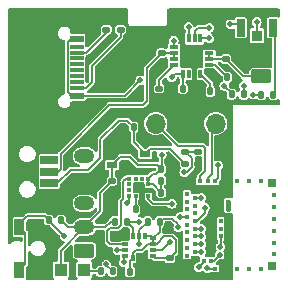
<source format=gbr>
%TF.GenerationSoftware,KiCad,Pcbnew,7.0.5*%
%TF.CreationDate,2023-07-12T14:46:01+02:00*%
%TF.ProjectId,euroslimenRFV2,6575726f-736c-4696-9d65-6e524656322e,rev?*%
%TF.SameCoordinates,Original*%
%TF.FileFunction,Copper,L1,Top*%
%TF.FilePolarity,Positive*%
%FSLAX46Y46*%
G04 Gerber Fmt 4.6, Leading zero omitted, Abs format (unit mm)*
G04 Created by KiCad (PCBNEW 7.0.5) date 2023-07-12 14:46:01*
%MOMM*%
%LPD*%
G01*
G04 APERTURE LIST*
G04 Aperture macros list*
%AMRoundRect*
0 Rectangle with rounded corners*
0 $1 Rounding radius*
0 $2 $3 $4 $5 $6 $7 $8 $9 X,Y pos of 4 corners*
0 Add a 4 corners polygon primitive as box body*
4,1,4,$2,$3,$4,$5,$6,$7,$8,$9,$2,$3,0*
0 Add four circle primitives for the rounded corners*
1,1,$1+$1,$2,$3*
1,1,$1+$1,$4,$5*
1,1,$1+$1,$6,$7*
1,1,$1+$1,$8,$9*
0 Add four rect primitives between the rounded corners*
20,1,$1+$1,$2,$3,$4,$5,0*
20,1,$1+$1,$4,$5,$6,$7,0*
20,1,$1+$1,$6,$7,$8,$9,0*
20,1,$1+$1,$8,$9,$2,$3,0*%
G04 Aperture macros list end*
%TA.AperFunction,SMDPad,CuDef*%
%ADD10RoundRect,0.135000X-0.185000X0.135000X-0.185000X-0.135000X0.185000X-0.135000X0.185000X0.135000X0*%
%TD*%
%TA.AperFunction,SMDPad,CuDef*%
%ADD11RoundRect,0.135000X-0.135000X-0.185000X0.135000X-0.185000X0.135000X0.185000X-0.135000X0.185000X0*%
%TD*%
%TA.AperFunction,SMDPad,CuDef*%
%ADD12RoundRect,0.140000X-0.170000X0.140000X-0.170000X-0.140000X0.170000X-0.140000X0.170000X0.140000X0*%
%TD*%
%TA.AperFunction,SMDPad,CuDef*%
%ADD13RoundRect,0.135000X0.135000X0.185000X-0.135000X0.185000X-0.135000X-0.185000X0.135000X-0.185000X0*%
%TD*%
%TA.AperFunction,SMDPad,CuDef*%
%ADD14R,0.750000X1.500000*%
%TD*%
%TA.AperFunction,SMDPad,CuDef*%
%ADD15R,0.950000X0.950000*%
%TD*%
%TA.AperFunction,SMDPad,CuDef*%
%ADD16RoundRect,0.140000X-0.140000X-0.170000X0.140000X-0.170000X0.140000X0.170000X-0.140000X0.170000X0*%
%TD*%
%TA.AperFunction,SMDPad,CuDef*%
%ADD17RoundRect,0.140000X0.170000X-0.140000X0.170000X0.140000X-0.170000X0.140000X-0.170000X-0.140000X0*%
%TD*%
%TA.AperFunction,SMDPad,CuDef*%
%ADD18R,0.800000X0.800000*%
%TD*%
%TA.AperFunction,SMDPad,CuDef*%
%ADD19R,0.400000X0.400000*%
%TD*%
%TA.AperFunction,SMDPad,CuDef*%
%ADD20R,0.533400X0.304800*%
%TD*%
%TA.AperFunction,SMDPad,CuDef*%
%ADD21R,0.304800X0.533400*%
%TD*%
%TA.AperFunction,SMDPad,CuDef*%
%ADD22R,1.500000X0.700000*%
%TD*%
%TA.AperFunction,SMDPad,CuDef*%
%ADD23R,0.800000X1.000000*%
%TD*%
%TA.AperFunction,SMDPad,CuDef*%
%ADD24RoundRect,0.135000X0.185000X-0.135000X0.185000X0.135000X-0.185000X0.135000X-0.185000X-0.135000X0*%
%TD*%
%TA.AperFunction,SMDPad,CuDef*%
%ADD25RoundRect,0.140000X0.140000X0.170000X-0.140000X0.170000X-0.140000X-0.170000X0.140000X-0.170000X0*%
%TD*%
%TA.AperFunction,SMDPad,CuDef*%
%ADD26R,0.900000X1.400000*%
%TD*%
%TA.AperFunction,SMDPad,CuDef*%
%ADD27R,0.400000X0.600000*%
%TD*%
%TA.AperFunction,SMDPad,CuDef*%
%ADD28R,1.100000X1.100000*%
%TD*%
%TA.AperFunction,SMDPad,CuDef*%
%ADD29R,0.900000X0.600000*%
%TD*%
%TA.AperFunction,SMDPad,CuDef*%
%ADD30R,0.800000X0.300000*%
%TD*%
%TA.AperFunction,SMDPad,CuDef*%
%ADD31R,0.300000X0.800000*%
%TD*%
%TA.AperFunction,SMDPad,CuDef*%
%ADD32R,1.750000X1.750000*%
%TD*%
%TA.AperFunction,SMDPad,CuDef*%
%ADD33R,1.150000X0.600000*%
%TD*%
%TA.AperFunction,SMDPad,CuDef*%
%ADD34R,1.150000X0.300000*%
%TD*%
%TA.AperFunction,ComponentPad*%
%ADD35O,2.100000X1.000000*%
%TD*%
%TA.AperFunction,ComponentPad*%
%ADD36O,1.800000X1.000000*%
%TD*%
%TA.AperFunction,ComponentPad*%
%ADD37O,1.700000X1.700000*%
%TD*%
%TA.AperFunction,ComponentPad*%
%ADD38RoundRect,0.250000X0.625000X-0.350000X0.625000X0.350000X-0.625000X0.350000X-0.625000X-0.350000X0*%
%TD*%
%TA.AperFunction,ComponentPad*%
%ADD39O,1.750000X1.200000*%
%TD*%
%TA.AperFunction,ViaPad*%
%ADD40C,0.500000*%
%TD*%
%TA.AperFunction,Conductor*%
%ADD41C,0.200000*%
%TD*%
%TA.AperFunction,Conductor*%
%ADD42C,0.400000*%
%TD*%
G04 APERTURE END LIST*
D10*
%TO.P,R9,1*%
%TO.N,ADCBAT*%
X111125000Y-64145000D03*
%TO.P,R9,2*%
%TO.N,GND*%
X111125000Y-65165000D03*
%TD*%
D11*
%TO.P,R11,1*%
%TO.N,LEDSTBY*%
X113935000Y-59285000D03*
%TO.P,R11,2*%
%TO.N,/GREEN*%
X114955000Y-59285000D03*
%TD*%
D12*
%TO.P,C9,1*%
%TO.N,VDD*%
X103800000Y-66600000D03*
%TO.P,C9,2*%
%TO.N,GND*%
X103800000Y-67560000D03*
%TD*%
D13*
%TO.P,R10,1*%
%TO.N,LEDG*%
X103860000Y-74270000D03*
%TO.P,R10,2*%
%TO.N,/YELLOW*%
X102840000Y-74270000D03*
%TD*%
D14*
%TO.P,LED1,1,K_1*%
%TO.N,/RED*%
X117445000Y-53655000D03*
D15*
%TO.P,LED1,2,K_2*%
%TO.N,/GREEN*%
X116070000Y-54305000D03*
D14*
%TO.P,LED1,3,A*%
%TO.N,VBUS*%
X114695000Y-53655000D03*
%TD*%
D13*
%TO.P,R16,1*%
%TO.N,TS*%
X113560000Y-57820000D03*
%TO.P,R16,2*%
%TO.N,GND*%
X112540000Y-57820000D03*
%TD*%
D16*
%TO.P,C5,1*%
%TO.N,VDD*%
X107955000Y-67595000D03*
%TO.P,C5,2*%
%TO.N,GND*%
X108915000Y-67595000D03*
%TD*%
D17*
%TO.P,C7,1*%
%TO.N,BAT+*%
X113460000Y-56300000D03*
%TO.P,C7,2*%
%TO.N,GND*%
X113460000Y-55340000D03*
%TD*%
D12*
%TO.P,C2,1*%
%TO.N,VDD*%
X108685000Y-73165000D03*
%TO.P,C2,2*%
%TO.N,GND*%
X108685000Y-74125000D03*
%TD*%
D18*
%TO.P,nRF1,1,VSS_1*%
%TO.N,GND*%
X110350000Y-73830000D03*
D19*
%TO.P,nRF1,3,P0_12*%
%TO.N,SDAAUX*%
X111575000Y-73380000D03*
%TO.P,nRF1,5,P0_14/TRACE/DATA3*%
%TO.N,SCLAUX*%
X112225000Y-73380000D03*
%TO.P,nRF1,6,P0_26*%
%TO.N,INT2*%
X112550000Y-74030000D03*
D18*
%TO.P,nRF1,7,VSS_2*%
%TO.N,GND*%
X113450000Y-73830000D03*
D19*
%TO.P,nRF1,8,VSS_3*%
X113650000Y-72930000D03*
%TO.P,nRF1,10,VSS_4*%
X113650000Y-72280000D03*
%TO.P,nRF1,12,VSS_5*%
X113650000Y-71630000D03*
%TO.P,nRF1,13,P0_21/RESET*%
%TO.N,RST*%
X113000000Y-71305000D03*
%TO.P,nRF1,14,VSS_6*%
%TO.N,GND*%
X113650000Y-70980000D03*
%TO.P,nRF1,15,P0_20/TRACE/CLK*%
%TO.N,unconnected-(nRF1-P0_20{slash}TRACE{slash}CLK-Pad15)*%
X113000000Y-70655000D03*
%TO.P,nRF1,16,VSS_7*%
%TO.N,GND*%
X113650000Y-70330000D03*
%TO.P,nRF1,17,P0_22*%
%TO.N,unconnected-(nRF1-P0_22-Pad17)*%
X113000000Y-70005000D03*
%TO.P,nRF1,18,VSS_8*%
%TO.N,GND*%
X113650000Y-69680000D03*
%TO.P,nRF1,19,P0_24*%
X113000000Y-69355000D03*
%TO.P,nRF1,20,OUT_ANT*%
%TO.N,Net-(nRF1-OUT_ANT)*%
X113650000Y-69030000D03*
%TO.P,nRF1,21,VSS_9*%
%TO.N,GND*%
X113000000Y-68705000D03*
%TO.P,nRF1,22,OUT_MOD*%
%TO.N,Net-(nRF1-OUT_ANT)*%
X113650000Y-68380000D03*
%TO.P,nRF1,23,VSS_10*%
%TO.N,GND*%
X113000000Y-68055000D03*
%TO.P,nRF1,24,VSS_11*%
X113650000Y-67730000D03*
D18*
%TO.P,nRF1,25,VSS_12*%
X113450000Y-66830000D03*
D19*
%TO.P,nRF1,26,VCC*%
%TO.N,VDD*%
X112550000Y-66630000D03*
%TO.P,nRF1,28,SWDIO*%
%TO.N,SWDIO*%
X111900000Y-66630000D03*
%TO.P,nRF1,30,SWDCLK*%
%TO.N,SWDCLK*%
X111250000Y-66630000D03*
D18*
%TO.P,nRF1,31,VSS_13*%
%TO.N,GND*%
X110350000Y-66830000D03*
D19*
%TO.P,nRF1,32,P0_08*%
%TO.N,unconnected-(nRF1-P0_08-Pad32)*%
X110150000Y-67730000D03*
%TO.P,nRF1,33,P0_07*%
%TO.N,EN1*%
X110800000Y-68055000D03*
%TO.P,nRF1,34,P0_06*%
%TO.N,unconnected-(nRF1-P0_06-Pad34)*%
X110150000Y-68380000D03*
%TO.P,nRF1,35,P0_04/AIN2*%
%TO.N,unconnected-(nRF1-P0_04{slash}AIN2-Pad35)*%
X110800000Y-68705000D03*
%TO.P,nRF1,36,P0_05/AIN3*%
%TO.N,unconnected-(nRF1-P0_05{slash}AIN3-Pad36)*%
X110150000Y-69030000D03*
%TO.P,nRF1,37,P0_15/TRACE/DATA2*%
%TO.N,unconnected-(nRF1-P0_15{slash}TRACE{slash}DATA2-Pad37)*%
X110800000Y-69355000D03*
%TO.P,nRF1,38,P0_03/AIN1*%
%TO.N,ADCBAT*%
X110150000Y-69680000D03*
%TO.P,nRF1,39,P0_27*%
%TO.N,EN2*%
X110800000Y-70005000D03*
%TO.P,nRF1,40,P0_02/AIN0*%
%TO.N,unconnected-(nRF1-P0_02{slash}AIN0-Pad40)*%
X110150000Y-70330000D03*
%TO.P,nRF1,41,P0_25*%
%TO.N,LEDG*%
X110800000Y-70655000D03*
%TO.P,nRF1,42,P0_31/AIN7*%
%TO.N,unconnected-(nRF1-P0_31{slash}AIN7-Pad42)*%
X110150000Y-70980000D03*
%TO.P,nRF1,43,P0_11*%
%TO.N,INT*%
X110800000Y-71305000D03*
%TO.P,nRF1,44,P0_30/AIN6*%
%TO.N,unconnected-(nRF1-P0_30{slash}AIN6-Pad44)*%
X110150000Y-71630000D03*
%TO.P,nRF1,45,P0_19*%
%TO.N,SDA*%
X110800000Y-71955000D03*
%TO.P,nRF1,46,P0_29/QIN5*%
%TO.N,unconnected-(nRF1-P0_29{slash}QIN5-Pad46)*%
X110150000Y-72280000D03*
%TO.P,nRF1,47,P0_23*%
%TO.N,SCL*%
X110800000Y-72605000D03*
%TO.P,nRF1,48,P0_28/AIN4*%
%TO.N,unconnected-(nRF1-P0_28{slash}AIN4-Pad48)*%
X110150000Y-72930000D03*
%TO.P,nRF1,49,NC_1*%
%TO.N,unconnected-(nRF1-NC_1-Pad49)*%
X114400000Y-74030000D03*
%TO.P,nRF1,50,NC_2*%
%TO.N,unconnected-(nRF1-NC_2-Pad50)*%
X115400000Y-74030000D03*
%TO.P,nRF1,51,NC_3*%
%TO.N,unconnected-(nRF1-NC_3-Pad51)*%
X116400000Y-74030000D03*
D18*
%TO.P,nRF1,52,NC_4*%
%TO.N,unconnected-(nRF1-NC_4-Pad52)*%
X117350000Y-73830000D03*
D19*
%TO.P,nRF1,53,NC_5*%
%TO.N,unconnected-(nRF1-NC_5-Pad53)*%
X117550000Y-72830000D03*
%TO.P,nRF1,54,NC_6*%
%TO.N,unconnected-(nRF1-NC_6-Pad54)*%
X117550000Y-71830000D03*
%TO.P,nRF1,55,NC_7*%
%TO.N,unconnected-(nRF1-NC_7-Pad55)*%
X117550000Y-70830000D03*
%TO.P,nRF1,56,NC_8*%
%TO.N,unconnected-(nRF1-NC_8-Pad56)*%
X117550000Y-69830000D03*
%TO.P,nRF1,57,NC_9*%
%TO.N,unconnected-(nRF1-NC_9-Pad57)*%
X117550000Y-68830000D03*
%TO.P,nRF1,58,NC_10*%
%TO.N,unconnected-(nRF1-NC_10-Pad58)*%
X117550000Y-67830000D03*
D18*
%TO.P,nRF1,59,NC_11*%
%TO.N,unconnected-(nRF1-NC_11-Pad59)*%
X117350000Y-66830000D03*
D19*
%TO.P,nRF1,60,NC_12*%
%TO.N,unconnected-(nRF1-NC_12-Pad60)*%
X116400000Y-66630000D03*
%TO.P,nRF1,61,NC_13*%
%TO.N,unconnected-(nRF1-NC_13-Pad61)*%
X115400000Y-66630000D03*
%TO.P,nRF1,62,NC_14*%
%TO.N,unconnected-(nRF1-NC_14-Pad62)*%
X114400000Y-66630000D03*
%TD*%
D16*
%TO.P,C1,1*%
%TO.N,VDD*%
X105325000Y-74300000D03*
%TO.P,C1,2*%
%TO.N,GND*%
X106285000Y-74300000D03*
%TD*%
%TO.P,C3,1*%
%TO.N,Net-(MAG1-C1)*%
X105795000Y-69015000D03*
%TO.P,C3,2*%
%TO.N,GND*%
X106755000Y-69015000D03*
%TD*%
%TO.P,C11,1*%
%TO.N,VDD*%
X107955000Y-65595000D03*
%TO.P,C11,2*%
%TO.N,GND*%
X108915000Y-65595000D03*
%TD*%
D19*
%TO.P,MAG1,1,SCL/SPC*%
%TO.N,SCX*%
X105260000Y-66410000D03*
%TO.P,MAG1,2,NC_1*%
%TO.N,unconnected-(MAG1-NC_1-Pad2)*%
X105260000Y-66910000D03*
%TO.P,MAG1,3,CS*%
%TO.N,unconnected-(MAG1-CS-Pad3)*%
X105260000Y-67410000D03*
%TO.P,MAG1,4,SDA/SDI/SDO*%
%TO.N,SDX*%
X105260000Y-67910000D03*
%TO.P,MAG1,5,C1*%
%TO.N,Net-(MAG1-C1)*%
X105810000Y-67910000D03*
%TO.P,MAG1,6,GND_1*%
%TO.N,GND*%
X106310000Y-67910000D03*
%TO.P,MAG1,7,INT/DRDY*%
%TO.N,INTX*%
X106860000Y-67910000D03*
%TO.P,MAG1,8,GND_2*%
%TO.N,GND*%
X106860000Y-67410000D03*
%TO.P,MAG1,9,VDD*%
%TO.N,VDD*%
X106860000Y-66910000D03*
%TO.P,MAG1,10,VDD_IO*%
X106860000Y-66410000D03*
%TO.P,MAG1,11,NC_2*%
%TO.N,unconnected-(MAG1-NC_2-Pad11)*%
X106310000Y-66410000D03*
%TO.P,MAG1,12,NC_3*%
%TO.N,unconnected-(MAG1-NC_3-Pad12)*%
X105810000Y-66410000D03*
%TD*%
D11*
%TO.P,R2,1*%
%TO.N,SCL*%
X106815000Y-70055000D03*
%TO.P,R2,2*%
%TO.N,VDD*%
X107835000Y-70055000D03*
%TD*%
D20*
%TO.P,IMU1,1,SDO/SA0*%
%TO.N,GND*%
X104900900Y-71475411D03*
%TO.P,IMU1,2,SDx/AH1/QVAR1*%
%TO.N,SCX*%
X104900900Y-71975537D03*
%TO.P,IMU1,3,SCx/AH2/QVAR2*%
%TO.N,SDX*%
X104900900Y-72475663D03*
%TO.P,IMU1,4,INT1*%
%TO.N,INT*%
X104900900Y-72975789D03*
D21*
%TO.P,IMU1,5,VDD_IO*%
%TO.N,VDD*%
X105581874Y-73152700D03*
%TO.P,IMU1,6,GND*%
%TO.N,GND*%
X106082000Y-73152700D03*
%TO.P,IMU1,7,GND*%
X106582126Y-73152700D03*
D20*
%TO.P,IMU1,8,VDD*%
%TO.N,VDD*%
X107263100Y-72975789D03*
%TO.P,IMU1,9,INT2*%
%TO.N,INTX*%
X107263100Y-72475663D03*
%TO.P,IMU1,10,OCS_AUX*%
%TO.N,VDD*%
X107263100Y-71975537D03*
%TO.P,IMU1,11,SDO_AUX*%
X107263100Y-71475411D03*
D21*
%TO.P,IMU1,12,CS*%
X106582126Y-71298500D03*
%TO.P,IMU1,13,SCL*%
%TO.N,SCL*%
X106082000Y-71298500D03*
%TO.P,IMU1,14,SDA*%
%TO.N,SDA*%
X105581874Y-71298500D03*
%TD*%
D22*
%TO.P,S1,1,NC_1*%
%TO.N,unconnected-(S1-NC_1-Pad1)*%
X98482000Y-64832000D03*
%TO.P,S1,2,COM*%
%TO.N,VCC*%
X98482000Y-65832000D03*
%TO.P,S1,3,NC_2*%
%TO.N,VIN*%
X98482000Y-66832000D03*
D23*
%TO.P,S1,MP1,MP1*%
%TO.N,GND*%
X97732000Y-63032000D03*
%TO.P,S1,MP2,MP2*%
X97732000Y-68632000D03*
%TO.P,S1,MP3,MP3*%
X95532000Y-63032000D03*
%TO.P,S1,MP4,MP4*%
X95532000Y-68632000D03*
%TD*%
D24*
%TO.P,R5,1*%
%TO.N,CC2*%
X104530000Y-53795000D03*
%TO.P,R5,2*%
%TO.N,GND*%
X104530000Y-52775000D03*
%TD*%
D25*
%TO.P,C8,1*%
%TO.N,VIN*%
X105630000Y-62040000D03*
%TO.P,C8,2*%
%TO.N,GND*%
X104670000Y-62040000D03*
%TD*%
D10*
%TO.P,R17,1*%
%TO.N,ILIM*%
X107790000Y-58790000D03*
%TO.P,R17,2*%
%TO.N,GND*%
X107790000Y-59810000D03*
%TD*%
D26*
%TO.P,RST1,1,1*%
%TO.N,RST*%
X95970000Y-70520000D03*
%TO.P,RST1,2,2*%
X95970000Y-74120000D03*
%TO.P,RST1,3,3*%
%TO.N,GND*%
X97270000Y-70520000D03*
%TO.P,RST1,4,4*%
X97270000Y-74120000D03*
D27*
%TO.P,RST1,MP1,MP1*%
X98420000Y-72320000D03*
%TD*%
D17*
%TO.P,C10,1*%
%TO.N,VCC*%
X108000000Y-55800000D03*
%TO.P,C10,2*%
%TO.N,GND*%
X108000000Y-54840000D03*
%TD*%
D13*
%TO.P,R1,1*%
%TO.N,SDA*%
X105035000Y-70055000D03*
%TO.P,R1,2*%
%TO.N,VDD*%
X104015000Y-70055000D03*
%TD*%
D28*
%TO.P,LED2,1,A*%
%TO.N,VDD*%
X99470000Y-74120000D03*
%TO.P,LED2,2,K*%
%TO.N,/YELLOW*%
X101470000Y-74120000D03*
%TD*%
D24*
%TO.P,R8,1*%
%TO.N,VIN*%
X110020000Y-65165000D03*
%TO.P,R8,2*%
%TO.N,ADCBAT*%
X110020000Y-64145000D03*
%TD*%
%TO.P,R4,1*%
%TO.N,CC1*%
X103320000Y-53795000D03*
%TO.P,R4,2*%
%TO.N,GND*%
X103320000Y-52775000D03*
%TD*%
D13*
%TO.P,R6,1*%
%TO.N,CHRGSET*%
X112120000Y-59020000D03*
%TO.P,R6,2*%
%TO.N,GND*%
X111100000Y-59020000D03*
%TD*%
D29*
%TO.P,LDO1,1,VSS*%
%TO.N,GND*%
X103820000Y-63370000D03*
%TO.P,LDO1,2,VOUT*%
%TO.N,VDD*%
X103820000Y-65270000D03*
%TO.P,LDO1,3,VIN*%
%TO.N,VIN*%
X106620000Y-64320000D03*
%TD*%
D13*
%TO.P,R7,1*%
%TO.N,/RED*%
X117470000Y-59310000D03*
%TO.P,R7,2*%
%TO.N,LEDCHG*%
X116450000Y-59310000D03*
%TD*%
D30*
%TO.P,IC1,1,TS*%
%TO.N,TS*%
X112040000Y-56800000D03*
%TO.P,IC1,2,BAT_1*%
%TO.N,BAT+*%
X112040000Y-56300000D03*
%TO.P,IC1,3,BAT_2*%
X112040000Y-55800000D03*
%TO.P,IC1,4,~{CE}*%
%TO.N,GND*%
X112040000Y-55300000D03*
D31*
%TO.P,IC1,5,EN2*%
%TO.N,EN2*%
X111290000Y-54550000D03*
%TO.P,IC1,6,EN1*%
%TO.N,EN1*%
X110790000Y-54550000D03*
%TO.P,IC1,7,~{PGOOD}*%
%TO.N,LEDSTBY*%
X110290000Y-54550000D03*
%TO.P,IC1,8,VSS_1*%
%TO.N,GND*%
X109790000Y-54550000D03*
D30*
%TO.P,IC1,9,~{CHG}*%
%TO.N,LEDCHG*%
X109040000Y-55300000D03*
%TO.P,IC1,10,OUT_1*%
%TO.N,VCC*%
X109040000Y-55800000D03*
%TO.P,IC1,11,OUT_2*%
X109040000Y-56300000D03*
%TO.P,IC1,12,ILIM*%
%TO.N,ILIM*%
X109040000Y-56800000D03*
D31*
%TO.P,IC1,13,IN*%
%TO.N,VBUS*%
X109790000Y-57550000D03*
%TO.P,IC1,14,TMR*%
%TO.N,unconnected-(IC1-TMR-Pad14)*%
X110290000Y-57550000D03*
%TO.P,IC1,15,TD*%
%TO.N,GND*%
X110790000Y-57550000D03*
%TO.P,IC1,16,ISET*%
%TO.N,CHRGSET*%
X111290000Y-57550000D03*
D32*
%TO.P,IC1,17,VSS_2*%
%TO.N,GND*%
X110540000Y-56050000D03*
%TD*%
D16*
%TO.P,C4,1*%
%TO.N,VDD*%
X107955000Y-66595000D03*
%TO.P,C4,2*%
%TO.N,GND*%
X108915000Y-66595000D03*
%TD*%
D33*
%TO.P,USB1,A1,GND*%
%TO.N,GND*%
X100855000Y-53795000D03*
%TO.P,USB1,A4,VBUS*%
%TO.N,VBUS*%
X100855000Y-54595000D03*
D34*
%TO.P,USB1,A5,CC1*%
%TO.N,CC1*%
X100855000Y-55745000D03*
%TO.P,USB1,A6,D+*%
%TO.N,unconnected-(USB1-D+-PadA6)*%
X100855000Y-56745000D03*
%TO.P,USB1,A7,D-*%
%TO.N,unconnected-(USB1-D--PadA7)*%
X100855000Y-57245000D03*
%TO.P,USB1,A8,SBU1*%
%TO.N,unconnected-(USB1-SBU1-PadA8)*%
X100855000Y-58245000D03*
D33*
%TO.P,USB1,A9,VBUS*%
%TO.N,VBUS*%
X100855000Y-59395000D03*
%TO.P,USB1,A12,GND*%
%TO.N,GND*%
X100855000Y-60195000D03*
%TO.P,USB1,B1,GND*%
X100855000Y-60195000D03*
%TO.P,USB1,B4,VBUS*%
%TO.N,VBUS*%
X100855000Y-59395000D03*
D34*
%TO.P,USB1,B5,CC2*%
%TO.N,CC2*%
X100855000Y-58745000D03*
%TO.P,USB1,B6,D+*%
%TO.N,unconnected-(USB1-D+-PadB6)*%
X100855000Y-57745000D03*
%TO.P,USB1,B7,D-*%
%TO.N,unconnected-(USB1-D--PadB7)*%
X100855000Y-56245000D03*
%TO.P,USB1,B8,SBU2*%
%TO.N,unconnected-(USB1-SBU2-PadB8)*%
X100855000Y-55245000D03*
D33*
%TO.P,USB1,B9,VBUS*%
%TO.N,VBUS*%
X100855000Y-54595000D03*
%TO.P,USB1,B12,GND*%
%TO.N,GND*%
X100855000Y-53795000D03*
D35*
%TO.P,USB1,S1,SHIELD*%
X100280000Y-52675000D03*
D36*
X96100000Y-52675000D03*
D35*
X100280000Y-61315000D03*
D36*
X96100000Y-61315000D03*
%TD*%
D16*
%TO.P,C6,1*%
%TO.N,GND*%
X108830000Y-58790000D03*
%TO.P,C6,2*%
%TO.N,VBUS*%
X109790000Y-58790000D03*
%TD*%
D11*
%TO.P,R3,1*%
%TO.N,RST*%
X98460000Y-69920000D03*
%TO.P,R3,2*%
%TO.N,VDD*%
X99480000Y-69920000D03*
%TD*%
D37*
%TO.P,PROG1,1,Pin_1*%
%TO.N,SWDCLK*%
X107510000Y-61760000D03*
%TO.P,PROG1,2,Pin_2*%
%TO.N,GND*%
X110050000Y-61760000D03*
%TO.P,PROG1,3,Pin_3*%
%TO.N,SWDIO*%
X112590000Y-61760000D03*
%TD*%
D38*
%TO.P,EXT1,1,Pin_1*%
%TO.N,SDAAUX*%
X101470000Y-72510000D03*
D39*
%TO.P,EXT1,2,Pin_2*%
%TO.N,VDD*%
X101470000Y-70510000D03*
%TO.P,EXT1,3,Pin_3*%
%TO.N,INT2*%
X101470000Y-68510000D03*
%TO.P,EXT1,4,Pin_4*%
%TO.N,GND*%
X101470000Y-66510000D03*
%TO.P,EXT1,5,Pin_5*%
%TO.N,SCLAUX*%
X101470000Y-64510000D03*
%TD*%
D38*
%TO.P,BAT1,1,Pin_1*%
%TO.N,BAT+*%
X116430000Y-57770000D03*
D39*
%TO.P,BAT1,2,Pin_2*%
%TO.N,GND*%
X116430000Y-55770000D03*
%TD*%
D40*
%TO.N,GND*%
X102760000Y-72650000D03*
X112090000Y-67310000D03*
X112550000Y-60120000D03*
X98410000Y-71000000D03*
X114474556Y-58138494D03*
X100050000Y-73000000D03*
X104850000Y-65090000D03*
X103900000Y-71340000D03*
X112400000Y-69030000D03*
X103970000Y-73130000D03*
X110540000Y-56050000D03*
%TO.N,INT*%
X111380000Y-71310000D03*
X104810000Y-73510000D03*
%TO.N,VDD*%
X108020000Y-64380000D03*
X112780000Y-65290000D03*
X109400000Y-70520000D03*
%TO.N,SCL*%
X111380000Y-72610000D03*
X106090000Y-71950000D03*
%TO.N,SDA*%
X106080000Y-70050000D03*
X111380000Y-71960000D03*
%TO.N,SDAAUX*%
X111160000Y-73910000D03*
%TO.N,INT2*%
X111860000Y-73990000D03*
%TO.N,SCLAUX*%
X112920000Y-72860000D03*
%TO.N,RST*%
X99770000Y-71280000D03*
X112980000Y-72190000D03*
%TO.N,ADCBAT*%
X109910000Y-65880000D03*
X109570000Y-69670000D03*
%TO.N,VBUS*%
X113820000Y-53350000D03*
X106180000Y-58090000D03*
X108870000Y-57820000D03*
%TO.N,SDX*%
X104260000Y-72480000D03*
X105060000Y-68510000D03*
%TO.N,INTX*%
X108700000Y-71810000D03*
X108860000Y-68550000D03*
%TO.N,LEDG*%
X111380000Y-70660000D03*
X103330000Y-73680000D03*
%TO.N,LEDCHG*%
X109040000Y-54730000D03*
X115760000Y-59310000D03*
%TO.N,/GREEN*%
X114960000Y-58570000D03*
X116070000Y-53160000D03*
%TO.N,LEDSTBY*%
X110290000Y-53560000D03*
X113300000Y-58560000D03*
%TO.N,EN2*%
X111670000Y-68890000D03*
X112040000Y-54550000D03*
%TO.N,EN1*%
X111380000Y-68060000D03*
X112040000Y-53650000D03*
%TD*%
D41*
%TO.N,GND*%
X112040000Y-55300000D02*
X113420000Y-55300000D01*
X111100000Y-59020000D02*
X110790000Y-58710000D01*
X100855000Y-53795000D02*
X100855000Y-53250000D01*
X110350000Y-66830000D02*
X110350000Y-66300000D01*
X103800000Y-67560000D02*
X104423000Y-66937000D01*
X108685000Y-74125000D02*
X108510000Y-74300000D01*
X108510000Y-74300000D02*
X106285000Y-74300000D01*
X96100000Y-52675000D02*
X100280000Y-52675000D01*
X108980000Y-73830000D02*
X108685000Y-74125000D01*
X100855000Y-53250000D02*
X100280000Y-52675000D01*
X110790000Y-58710000D02*
X110790000Y-57550000D01*
X111290000Y-55300000D02*
X112040000Y-55300000D01*
X98410000Y-71000000D02*
X97750000Y-71000000D01*
X95582000Y-68632000D02*
X95582000Y-63032000D01*
X109457000Y-54217000D02*
X108403000Y-54217000D01*
X112800000Y-58080000D02*
X112800000Y-59300000D01*
X113667000Y-61237000D02*
X113100000Y-60670000D01*
X111125000Y-65525000D02*
X111125000Y-65165000D01*
X111690000Y-59610000D02*
X111100000Y-59020000D01*
X96100000Y-61315000D02*
X96100000Y-52675000D01*
X113450000Y-66830000D02*
X113667000Y-66613000D01*
X110050000Y-60810000D02*
X108830000Y-59590000D01*
X110790000Y-57550000D02*
X110790000Y-56300000D01*
X110350000Y-73830000D02*
X111010000Y-74490000D01*
X110540000Y-56050000D02*
X111290000Y-55300000D01*
X101470000Y-66510000D02*
X103820000Y-64160000D01*
X104850000Y-65370000D02*
X104850000Y-65090000D01*
X108337000Y-58973000D02*
X108520000Y-58790000D01*
X95532000Y-61883000D02*
X96100000Y-61315000D01*
X112490000Y-59610000D02*
X111690000Y-59610000D01*
X113650000Y-73630000D02*
X113450000Y-73830000D01*
X107448000Y-67644000D02*
X107448000Y-67917016D01*
X100855000Y-60195000D02*
X100855000Y-60740000D01*
X106860000Y-67410000D02*
X107214000Y-67410000D01*
X110050000Y-61760000D02*
X110050000Y-60810000D01*
X103900000Y-71340000D02*
X104035411Y-71475411D01*
X112800000Y-59300000D02*
X112490000Y-59610000D01*
X107790000Y-59810000D02*
X108337000Y-59263000D01*
X98420000Y-72970000D02*
X98420000Y-72320000D01*
X106410000Y-67410000D02*
X106860000Y-67410000D01*
X97750000Y-71000000D02*
X97270000Y-70520000D01*
X106310000Y-68570000D02*
X106755000Y-69015000D01*
X113667000Y-66613000D02*
X113667000Y-61237000D01*
X98420000Y-71010000D02*
X98420000Y-72320000D01*
X110830000Y-67310000D02*
X110350000Y-66830000D01*
X113548000Y-69578000D02*
X113223000Y-69578000D01*
X95532000Y-63032000D02*
X95532000Y-61883000D01*
X111140000Y-60670000D02*
X110050000Y-61760000D01*
X108520000Y-58790000D02*
X108830000Y-58790000D01*
X110790000Y-56300000D02*
X110540000Y-56050000D01*
X113650000Y-67030000D02*
X113450000Y-66830000D01*
X97782000Y-68632000D02*
X95582000Y-68632000D01*
X107214000Y-67410000D02*
X107448000Y-67644000D01*
X113650000Y-72930000D02*
X113650000Y-73630000D01*
X109790000Y-55300000D02*
X110540000Y-56050000D01*
X108403000Y-54217000D02*
X108000000Y-54620000D01*
X110350000Y-66300000D02*
X111125000Y-65525000D01*
X110350000Y-73830000D02*
X108980000Y-73830000D01*
X108830000Y-59590000D02*
X108830000Y-58790000D01*
X113000000Y-68055000D02*
X113325000Y-67730000D01*
X100855000Y-60740000D02*
X100280000Y-61315000D01*
X113650000Y-67730000D02*
X113650000Y-67030000D01*
X110115000Y-66595000D02*
X110350000Y-66830000D01*
X112890000Y-74490000D02*
X113450000Y-73930000D01*
X109480000Y-59440000D02*
X110680000Y-59440000D01*
X108330000Y-68180000D02*
X108915000Y-67595000D01*
X113420000Y-55300000D02*
X113460000Y-55340000D01*
X113100000Y-60670000D02*
X111140000Y-60670000D01*
X109790000Y-54550000D02*
X109790000Y-55300000D01*
X106082000Y-73152700D02*
X106582126Y-73152700D01*
X104423000Y-66937000D02*
X104423000Y-65797000D01*
X104035411Y-71475411D02*
X104900900Y-71475411D01*
X113223000Y-69578000D02*
X113000000Y-69355000D01*
X113000000Y-69355000D02*
X113000000Y-68055000D01*
X106180000Y-74300000D02*
X106140000Y-74260000D01*
X112540000Y-57820000D02*
X112800000Y-58080000D01*
X108337000Y-59263000D02*
X108337000Y-58973000D01*
X113650000Y-72930000D02*
X113650000Y-69680000D01*
X106082000Y-74097000D02*
X106285000Y-74300000D01*
X107448000Y-67917016D02*
X107710984Y-68180000D01*
X113890000Y-55770000D02*
X116430000Y-55770000D01*
X113650000Y-69680000D02*
X113548000Y-69578000D01*
X108000000Y-54620000D02*
X108000000Y-54840000D01*
X108830000Y-58790000D02*
X109480000Y-59440000D01*
X109790000Y-54550000D02*
X109457000Y-54217000D01*
X113460000Y-55340000D02*
X113890000Y-55770000D01*
X104423000Y-65797000D02*
X104850000Y-65370000D01*
X106310000Y-67910000D02*
X106310000Y-68570000D01*
X97270000Y-74120000D02*
X98420000Y-72970000D01*
X106310000Y-67910000D02*
X106310000Y-67510000D01*
X108915000Y-67595000D02*
X108915000Y-65595000D01*
X113450000Y-73930000D02*
X113450000Y-73830000D01*
X97782000Y-63032000D02*
X95582000Y-63032000D01*
X112090000Y-67310000D02*
X110830000Y-67310000D01*
X107710984Y-68180000D02*
X108330000Y-68180000D01*
X98410000Y-71000000D02*
X98420000Y-71010000D01*
X110680000Y-59440000D02*
X111100000Y-59020000D01*
X100280000Y-61315000D02*
X96100000Y-61315000D01*
X106310000Y-67510000D02*
X106410000Y-67410000D01*
X108915000Y-66595000D02*
X110115000Y-66595000D01*
X106082000Y-73152700D02*
X106082000Y-74097000D01*
X113325000Y-67730000D02*
X113650000Y-67730000D01*
X111010000Y-74490000D02*
X112890000Y-74490000D01*
X103820000Y-64160000D02*
X103820000Y-63370000D01*
%TO.N,INT*%
X110800000Y-71305000D02*
X111375000Y-71305000D01*
X104810000Y-73510000D02*
X104810000Y-73066689D01*
X104810000Y-73066689D02*
X104900900Y-72975789D01*
X111375000Y-71305000D02*
X111380000Y-71310000D01*
%TO.N,VDD*%
X109200000Y-72650000D02*
X109200000Y-71602893D01*
X107640000Y-65280000D02*
X107955000Y-65595000D01*
X105290000Y-64590000D02*
X105980000Y-65280000D01*
X107270000Y-66910000D02*
X107955000Y-67595000D01*
X102780000Y-69200000D02*
X102780000Y-67620000D01*
X107955000Y-67595000D02*
X107955000Y-66595000D01*
X105325000Y-73409574D02*
X105581874Y-73152700D01*
X108907107Y-71310000D02*
X108240000Y-71310000D01*
X107835000Y-70055000D02*
X108090000Y-69800000D01*
X101470000Y-70510000D02*
X102780000Y-69200000D01*
X105325000Y-74300000D02*
X105325000Y-73409574D01*
X112780000Y-65290000D02*
X112780000Y-66400000D01*
X103247552Y-70510000D02*
X103702552Y-70055000D01*
X108240000Y-71310000D02*
X107574463Y-71975537D01*
X102780000Y-67620000D02*
X103800000Y-66600000D01*
X99480000Y-69920000D02*
X100070000Y-70510000D01*
X105581874Y-73152700D02*
X105581874Y-72686000D01*
X103702552Y-70055000D02*
X104015000Y-70055000D01*
X106860000Y-66910000D02*
X106860000Y-66410000D01*
X105980000Y-65280000D02*
X107640000Y-65280000D01*
X103820000Y-65270000D02*
X104500000Y-64590000D01*
X105581874Y-72686000D02*
X105817874Y-72450000D01*
X101470000Y-70510000D02*
X103247552Y-70510000D01*
X103800000Y-66600000D02*
X103800000Y-65290000D01*
X99470000Y-74120000D02*
X99470000Y-72510000D01*
X107835000Y-70055000D02*
X107835000Y-70903511D01*
X108020000Y-64380000D02*
X108020000Y-65530000D01*
X108090000Y-69800000D02*
X108910000Y-69800000D01*
X107530000Y-66020000D02*
X107250000Y-66020000D01*
X107835000Y-70903511D02*
X107263100Y-71475411D01*
X109400000Y-70290000D02*
X109400000Y-70520000D01*
X112780000Y-66400000D02*
X112550000Y-66630000D01*
X109200000Y-71602893D02*
X108907107Y-71310000D01*
X107452311Y-73165000D02*
X107263100Y-72975789D01*
X106814463Y-71975537D02*
X107263100Y-71975537D01*
X108685000Y-73165000D02*
X109200000Y-72650000D01*
X99470000Y-72510000D02*
X101470000Y-70510000D01*
X107955000Y-65595000D02*
X107530000Y-66020000D01*
X108020000Y-65530000D02*
X107955000Y-65595000D01*
X107574463Y-71975537D02*
X107263100Y-71975537D01*
X107263100Y-71475411D02*
X107263100Y-71975537D01*
X106340000Y-72450000D02*
X106814463Y-71975537D01*
X107250000Y-66020000D02*
X106860000Y-66410000D01*
X108685000Y-73165000D02*
X107452311Y-73165000D01*
X108910000Y-69800000D02*
X109400000Y-70290000D01*
X107086189Y-71298500D02*
X107263100Y-71475411D01*
X100070000Y-70510000D02*
X101470000Y-70510000D01*
X106860000Y-66910000D02*
X107270000Y-66910000D01*
X103800000Y-65290000D02*
X103820000Y-65270000D01*
X104500000Y-64590000D02*
X105290000Y-64590000D01*
X105817874Y-72450000D02*
X106340000Y-72450000D01*
X106582126Y-71298500D02*
X107086189Y-71298500D01*
%TO.N,SCL*%
X106082000Y-71298500D02*
X106082000Y-70788000D01*
X106082000Y-70788000D02*
X106815000Y-70055000D01*
X110800000Y-72605000D02*
X111375000Y-72605000D01*
X106082000Y-71298500D02*
X106082000Y-71942000D01*
X111375000Y-72605000D02*
X111380000Y-72610000D01*
X106082000Y-71942000D02*
X106090000Y-71950000D01*
%TO.N,SDA*%
X105581874Y-71298500D02*
X105581874Y-70601874D01*
X106075000Y-70055000D02*
X105035000Y-70055000D01*
X110800000Y-71955000D02*
X111375000Y-71955000D01*
X111375000Y-71955000D02*
X111380000Y-71960000D01*
X105581874Y-70601874D02*
X105035000Y-70055000D01*
X106080000Y-70050000D02*
X106075000Y-70055000D01*
%TO.N,BAT+*%
X114930000Y-57770000D02*
X116430000Y-57770000D01*
X113460000Y-56300000D02*
X114930000Y-57770000D01*
X112040000Y-56300000D02*
X113460000Y-56300000D01*
X112040000Y-55800000D02*
X112040000Y-56300000D01*
%TO.N,VIN*%
X99148000Y-66832000D02*
X98532000Y-66832000D01*
X106620000Y-64320000D02*
X107060000Y-63880000D01*
X101807000Y-65683000D02*
X100297000Y-65683000D01*
X105630000Y-62040000D02*
X105630000Y-63330000D01*
X102820000Y-63040000D02*
X102820000Y-64670000D01*
X105093000Y-61503000D02*
X104357000Y-61503000D01*
X108735000Y-63880000D02*
X110020000Y-65165000D01*
X104357000Y-61503000D02*
X102820000Y-63040000D01*
X105630000Y-62040000D02*
X105093000Y-61503000D01*
X102820000Y-64670000D02*
X101807000Y-65683000D01*
X105630000Y-63330000D02*
X106620000Y-64320000D01*
X107060000Y-63880000D02*
X108735000Y-63880000D01*
X100297000Y-65683000D02*
X99148000Y-66832000D01*
%TO.N,SDAAUX*%
X111575000Y-73495000D02*
X111160000Y-73910000D01*
X111575000Y-73380000D02*
X111575000Y-73495000D01*
%TO.N,INT2*%
X112550000Y-74030000D02*
X111900000Y-74030000D01*
X111900000Y-74030000D02*
X111860000Y-73990000D01*
%TO.N,SCLAUX*%
X112400000Y-73380000D02*
X112225000Y-73380000D01*
X112920000Y-72860000D02*
X112400000Y-73380000D01*
%TO.N,RST*%
X95970000Y-70270000D02*
X96647000Y-69593000D01*
X95970000Y-70520000D02*
X95970000Y-70270000D01*
X113000000Y-72170000D02*
X113000000Y-71305000D01*
X98460000Y-69970000D02*
X98460000Y-69920000D01*
X96470000Y-73620000D02*
X96470000Y-71020000D01*
X98133000Y-69593000D02*
X98460000Y-69920000D01*
X99770000Y-71280000D02*
X98460000Y-69970000D01*
X112980000Y-72190000D02*
X113000000Y-72170000D01*
X95970000Y-74120000D02*
X96470000Y-73620000D01*
X96647000Y-69593000D02*
X98133000Y-69593000D01*
X96470000Y-71020000D02*
X95970000Y-70520000D01*
%TO.N,SWDIO*%
X112590000Y-61760000D02*
X112230000Y-62120000D01*
X111900000Y-66337552D02*
X111900000Y-66630000D01*
X112230000Y-62120000D02*
X112230000Y-66007552D01*
X112230000Y-66007552D02*
X111900000Y-66337552D01*
%TO.N,SWDCLK*%
X111672000Y-65808000D02*
X111250000Y-66230000D01*
X109398000Y-63648000D02*
X111498000Y-63648000D01*
X111250000Y-66230000D02*
X111250000Y-66630000D01*
X111672000Y-63822000D02*
X111672000Y-65808000D01*
X111498000Y-63648000D02*
X111672000Y-63822000D01*
X107510000Y-61760000D02*
X109398000Y-63648000D01*
%TO.N,ADCBAT*%
X109910000Y-65880000D02*
X110147945Y-65880000D01*
X110150000Y-69680000D02*
X109580000Y-69680000D01*
X110020000Y-64145000D02*
X111125000Y-64145000D01*
X109580000Y-69680000D02*
X109570000Y-69670000D01*
X110147945Y-65880000D02*
X110578000Y-65449945D01*
X110578000Y-65449945D02*
X110578000Y-64703000D01*
X110578000Y-64703000D02*
X110020000Y-64145000D01*
%TO.N,CHRGSET*%
X112120000Y-58380000D02*
X111290000Y-57550000D01*
X112120000Y-59020000D02*
X112120000Y-58380000D01*
%TO.N,CC1*%
X101630000Y-55745000D02*
X100855000Y-55745000D01*
X103320000Y-54055000D02*
X101630000Y-55745000D01*
X103320000Y-53795000D02*
X103320000Y-54055000D01*
%TO.N,CC2*%
X102097500Y-56882500D02*
X104530000Y-54450000D01*
X102097500Y-58277500D02*
X102097500Y-56882500D01*
X102097500Y-58277500D02*
X101630000Y-58745000D01*
X101630000Y-58745000D02*
X100855000Y-58745000D01*
X104530000Y-53795000D02*
X104530000Y-54450000D01*
%TO.N,VBUS*%
X100855000Y-54595000D02*
X100326000Y-54595000D01*
X114390000Y-53350000D02*
X114695000Y-53655000D01*
X100326000Y-59395000D02*
X100855000Y-59395000D01*
X104875000Y-59395000D02*
X100855000Y-59395000D01*
X109790000Y-58790000D02*
X109790000Y-57550000D01*
X100053000Y-54868000D02*
X100053000Y-59122000D01*
X113820000Y-53350000D02*
X114390000Y-53350000D01*
X106180000Y-58090000D02*
X104875000Y-59395000D01*
X109790000Y-57550000D02*
X109140000Y-57550000D01*
X100053000Y-59122000D02*
X100326000Y-59395000D01*
X100326000Y-54595000D02*
X100053000Y-54868000D01*
X109140000Y-57550000D02*
X108870000Y-57820000D01*
%TO.N,Net-(MAG1-C1)*%
X105795000Y-69015000D02*
X105795000Y-67925000D01*
X105795000Y-67925000D02*
X105810000Y-67910000D01*
%TO.N,SCX*%
X104900900Y-71975537D02*
X103635537Y-71975537D01*
X104538000Y-68324893D02*
X104750000Y-68112893D01*
X104750000Y-66660000D02*
X105000000Y-66410000D01*
X104750000Y-68112893D02*
X104750000Y-66660000D01*
X105000000Y-66410000D02*
X105260000Y-66410000D01*
X104538000Y-70363945D02*
X104538000Y-68324893D01*
X103400000Y-71740000D02*
X103400000Y-70820000D01*
X103618000Y-70602000D02*
X104299945Y-70602000D01*
X103400000Y-70820000D02*
X103618000Y-70602000D01*
X104299945Y-70602000D02*
X104538000Y-70363945D01*
X103635537Y-71975537D02*
X103400000Y-71740000D01*
%TO.N,SDX*%
X104896563Y-72480000D02*
X104900900Y-72475663D01*
X105260000Y-67910000D02*
X105260000Y-68310000D01*
X105260000Y-68310000D02*
X105060000Y-68510000D01*
X104260000Y-72480000D02*
X104896563Y-72480000D01*
%TO.N,INTX*%
X108860000Y-68550000D02*
X107270000Y-68550000D01*
X107270000Y-68550000D02*
X106860000Y-68140000D01*
X108034337Y-72475663D02*
X107263100Y-72475663D01*
X106860000Y-68140000D02*
X106860000Y-67910000D01*
X108700000Y-71810000D02*
X108034337Y-72475663D01*
%TO.N,TS*%
X112540000Y-56800000D02*
X112040000Y-56800000D01*
X113560000Y-57820000D02*
X112540000Y-56800000D01*
D42*
%TO.N,Net-(nRF1-OUT_ANT)*%
X113650000Y-69030000D02*
X113650000Y-68380000D01*
D41*
%TO.N,LEDG*%
X110800000Y-70655000D02*
X111375000Y-70655000D01*
X103330000Y-73680000D02*
X103330000Y-73740000D01*
X103330000Y-73740000D02*
X103860000Y-74270000D01*
X111375000Y-70655000D02*
X111380000Y-70660000D01*
%TO.N,LEDCHG*%
X116450000Y-59310000D02*
X115760000Y-59310000D01*
X109040000Y-55300000D02*
X109040000Y-54730000D01*
%TO.N,/RED*%
X117600000Y-59180000D02*
X117600000Y-53810000D01*
X117600000Y-53810000D02*
X117445000Y-53655000D01*
X117470000Y-59310000D02*
X117600000Y-59180000D01*
%TO.N,/GREEN*%
X114955000Y-58575000D02*
X114960000Y-58570000D01*
X114955000Y-59285000D02*
X114955000Y-58575000D01*
X116070000Y-53160000D02*
X116070000Y-54305000D01*
%TO.N,LEDSTBY*%
X110290000Y-54550000D02*
X110290000Y-53560000D01*
X113300000Y-58560000D02*
X113935000Y-59195000D01*
X113935000Y-59195000D02*
X113935000Y-59285000D01*
%TO.N,EN2*%
X110800000Y-70005000D02*
X111004000Y-70005000D01*
X111290000Y-54550000D02*
X112040000Y-54550000D01*
X111004000Y-70005000D02*
X111670000Y-69339000D01*
X111670000Y-69339000D02*
X111670000Y-68890000D01*
%TO.N,EN1*%
X110790000Y-53950000D02*
X111090000Y-53650000D01*
X111375000Y-68055000D02*
X111380000Y-68060000D01*
X111090000Y-53650000D02*
X112040000Y-53650000D01*
X110790000Y-54550000D02*
X110790000Y-53950000D01*
X110800000Y-68055000D02*
X111375000Y-68055000D01*
%TO.N,ILIM*%
X107790000Y-58790000D02*
X107790000Y-58050000D01*
X107790000Y-58050000D02*
X109040000Y-56800000D01*
%TO.N,VCC*%
X103580000Y-60190000D02*
X106410000Y-60190000D01*
X106410000Y-60190000D02*
X106750000Y-59850000D01*
X98532000Y-65832000D02*
X99198000Y-65832000D01*
X99459000Y-65571000D02*
X99459000Y-64311000D01*
X99198000Y-65832000D02*
X99459000Y-65571000D01*
X106750000Y-57050000D02*
X108000000Y-55800000D01*
X99459000Y-64311000D02*
X103580000Y-60190000D01*
X109040000Y-55800000D02*
X109040000Y-56300000D01*
X106750000Y-59850000D02*
X106750000Y-57050000D01*
X108000000Y-55800000D02*
X109040000Y-55800000D01*
%TO.N,/YELLOW*%
X101620000Y-74270000D02*
X102840000Y-74270000D01*
X101470000Y-74120000D02*
X101620000Y-74270000D01*
%TD*%
%TA.AperFunction,Conductor*%
%TO.N,GND*%
G36*
X98005539Y-69840185D02*
G01*
X98051294Y-69892989D01*
X98062500Y-69944500D01*
X98062500Y-70130860D01*
X98077728Y-70207418D01*
X98077729Y-70207421D01*
X98077730Y-70207423D01*
X98086468Y-70220500D01*
X98135747Y-70294252D01*
X98161851Y-70311694D01*
X98222577Y-70352270D01*
X98222580Y-70352270D01*
X98222581Y-70352271D01*
X98299139Y-70367499D01*
X98299143Y-70367500D01*
X98299144Y-70367500D01*
X98484405Y-70367500D01*
X98551444Y-70387185D01*
X98572086Y-70403819D01*
X99331284Y-71163017D01*
X99364769Y-71224340D01*
X99366077Y-71270094D01*
X99364508Y-71280001D01*
X99364508Y-71280003D01*
X99384352Y-71405300D01*
X99384352Y-71405301D01*
X99391836Y-71419989D01*
X99441950Y-71518342D01*
X99441952Y-71518344D01*
X99441954Y-71518347D01*
X99531652Y-71608045D01*
X99531654Y-71608046D01*
X99531658Y-71608050D01*
X99644696Y-71665646D01*
X99644697Y-71665646D01*
X99644699Y-71665647D01*
X99704680Y-71675147D01*
X99767815Y-71705076D01*
X99804747Y-71764387D01*
X99803749Y-71834250D01*
X99772964Y-71885301D01*
X99314484Y-72343781D01*
X99312130Y-72346015D01*
X99281837Y-72373290D01*
X99273416Y-72392203D01*
X99264137Y-72409292D01*
X99252867Y-72426647D01*
X99252866Y-72426649D01*
X99252865Y-72426650D01*
X99252866Y-72426650D01*
X99252598Y-72428346D01*
X99252541Y-72428704D01*
X99243351Y-72459732D01*
X99242500Y-72461643D01*
X99242500Y-72482342D01*
X99240973Y-72501740D01*
X99237934Y-72520931D01*
X99237737Y-72522172D01*
X99238274Y-72524177D01*
X99242500Y-72556272D01*
X99242500Y-73318500D01*
X99222815Y-73385539D01*
X99170011Y-73431294D01*
X99118500Y-73442500D01*
X98907441Y-73442500D01*
X98870250Y-73449898D01*
X98828077Y-73478077D01*
X98799898Y-73520250D01*
X98792500Y-73557441D01*
X98792500Y-74682558D01*
X98799898Y-74719749D01*
X98828077Y-74761922D01*
X98843756Y-74772398D01*
X98888561Y-74826010D01*
X98897268Y-74895335D01*
X98867114Y-74958362D01*
X98807671Y-74995082D01*
X98774865Y-74999500D01*
X96665387Y-74999500D01*
X96598348Y-74979815D01*
X96552593Y-74927011D01*
X96542649Y-74857853D01*
X96543771Y-74851304D01*
X96547500Y-74832561D01*
X96547500Y-73915595D01*
X96567185Y-73848556D01*
X96583818Y-73827915D01*
X96611266Y-73800466D01*
X96625529Y-73786202D01*
X96627849Y-73784001D01*
X96658163Y-73756708D01*
X96666580Y-73737801D01*
X96675866Y-73720698D01*
X96687134Y-73703349D01*
X96687458Y-73701297D01*
X96696654Y-73670254D01*
X96697500Y-73668357D01*
X96697500Y-73647663D01*
X96699027Y-73628263D01*
X96702264Y-73607828D01*
X96702135Y-73607349D01*
X96701725Y-73605814D01*
X96697500Y-73573723D01*
X96697500Y-73125081D01*
X96697500Y-72664766D01*
X96717183Y-72597731D01*
X96769987Y-72551976D01*
X96839146Y-72542032D01*
X96902702Y-72571057D01*
X96926195Y-72598327D01*
X97014797Y-72737940D01*
X97134603Y-72850445D01*
X97134611Y-72850451D01*
X97270401Y-72925102D01*
X97278632Y-72929627D01*
X97437823Y-72970500D01*
X97437827Y-72970500D01*
X97560923Y-72970500D01*
X97560925Y-72970500D01*
X97560930Y-72970499D01*
X97560934Y-72970499D01*
X97574174Y-72968826D01*
X97683058Y-72955071D01*
X97835871Y-72894568D01*
X97883446Y-72860003D01*
X97968835Y-72797965D01*
X97968835Y-72797963D01*
X97968837Y-72797963D01*
X98073600Y-72671326D01*
X98143579Y-72522613D01*
X98174376Y-72361170D01*
X98164056Y-72197140D01*
X98113268Y-72040829D01*
X98100155Y-72020167D01*
X98067477Y-71968674D01*
X98025202Y-71902060D01*
X98008216Y-71886109D01*
X97905396Y-71789554D01*
X97905388Y-71789548D01*
X97761371Y-71710374D01*
X97761361Y-71710371D01*
X97602180Y-71669500D01*
X97602177Y-71669500D01*
X97479075Y-71669500D01*
X97479065Y-71669500D01*
X97356942Y-71684929D01*
X97356939Y-71684929D01*
X97204130Y-71745431D01*
X97204121Y-71745436D01*
X97071164Y-71842034D01*
X97071162Y-71842037D01*
X96966401Y-71968672D01*
X96966400Y-71968673D01*
X96966400Y-71968674D01*
X96934912Y-72035591D01*
X96933699Y-72038168D01*
X96887344Y-72090445D01*
X96820084Y-72109363D01*
X96753273Y-72088914D01*
X96708125Y-72035591D01*
X96697500Y-71985371D01*
X96697500Y-71027576D01*
X96697585Y-71024330D01*
X96697852Y-71019241D01*
X96699719Y-70983616D01*
X96692297Y-70964281D01*
X96686775Y-70945637D01*
X96682474Y-70925400D01*
X96682474Y-70925399D01*
X96681255Y-70923722D01*
X96665806Y-70895269D01*
X96665060Y-70893325D01*
X96650426Y-70878692D01*
X96637790Y-70863898D01*
X96625628Y-70847158D01*
X96625623Y-70847154D01*
X96623823Y-70846115D01*
X96598145Y-70826411D01*
X96583819Y-70812085D01*
X96550334Y-70750762D01*
X96547500Y-70724404D01*
X96547500Y-70065595D01*
X96567185Y-69998556D01*
X96583819Y-69977914D01*
X96704914Y-69856819D01*
X96766237Y-69823334D01*
X96792595Y-69820500D01*
X97938500Y-69820500D01*
X98005539Y-69840185D01*
G37*
%TD.AperFunction*%
%TA.AperFunction,Conductor*%
G36*
X100386834Y-72017412D02*
G01*
X100442767Y-72059284D01*
X100467184Y-72124748D01*
X100467500Y-72133594D01*
X100467500Y-72895820D01*
X100467501Y-72895826D01*
X100478191Y-72969204D01*
X100518912Y-73052500D01*
X100533525Y-73082392D01*
X100622607Y-73171474D01*
X100622608Y-73171474D01*
X100622610Y-73171476D01*
X100735796Y-73226809D01*
X100800964Y-73236304D01*
X100864462Y-73265446D01*
X100902126Y-73324295D01*
X100901996Y-73394164D01*
X100864112Y-73452871D01*
X100851977Y-73462108D01*
X100828077Y-73478077D01*
X100799898Y-73520250D01*
X100792500Y-73557441D01*
X100792500Y-74682558D01*
X100799898Y-74719749D01*
X100828077Y-74761922D01*
X100843756Y-74772398D01*
X100888561Y-74826010D01*
X100897268Y-74895335D01*
X100867114Y-74958362D01*
X100807671Y-74995082D01*
X100774865Y-74999500D01*
X100165135Y-74999500D01*
X100098096Y-74979815D01*
X100052341Y-74927011D01*
X100042397Y-74857853D01*
X100071422Y-74794297D01*
X100096244Y-74772398D01*
X100111922Y-74761922D01*
X100138610Y-74721981D01*
X100140102Y-74719748D01*
X100147500Y-74682558D01*
X100147500Y-73557442D01*
X100140102Y-73520252D01*
X100139725Y-73519688D01*
X100111922Y-73478077D01*
X100069749Y-73449898D01*
X100032559Y-73442500D01*
X100032558Y-73442500D01*
X99821500Y-73442500D01*
X99754461Y-73422815D01*
X99708706Y-73370011D01*
X99697500Y-73318500D01*
X99697500Y-72655594D01*
X99717185Y-72588555D01*
X99733814Y-72567918D01*
X100255820Y-72045912D01*
X100317142Y-72012428D01*
X100386834Y-72017412D01*
G37*
%TD.AperFunction*%
%TA.AperFunction,Conductor*%
G36*
X105007959Y-52001985D02*
G01*
X105008001Y-52001991D01*
X105009740Y-52002266D01*
X105011957Y-52002660D01*
X105049852Y-52010194D01*
X105081950Y-52021322D01*
X105088408Y-52024612D01*
X105088414Y-52024615D01*
X105094703Y-52028300D01*
X105117266Y-52043373D01*
X105136057Y-52058795D01*
X105139800Y-52062538D01*
X105155219Y-52081325D01*
X105170278Y-52103860D01*
X105173972Y-52110163D01*
X105177255Y-52116605D01*
X105188396Y-52148746D01*
X105195701Y-52185523D01*
X105198077Y-52209681D01*
X105198078Y-53189608D01*
X105187656Y-53225101D01*
X105195695Y-53265512D01*
X105198078Y-53289704D01*
X105198078Y-53292222D01*
X105198100Y-53292445D01*
X105198100Y-53317932D01*
X105195018Y-53328426D01*
X105202034Y-53338927D01*
X105216859Y-53369492D01*
X105217724Y-53372154D01*
X105255050Y-53423534D01*
X105306426Y-53460866D01*
X105309083Y-53461729D01*
X105339654Y-53476560D01*
X105349520Y-53483153D01*
X105360638Y-53480496D01*
X105366822Y-53480496D01*
X105366824Y-53480497D01*
X105373818Y-53480497D01*
X105373831Y-53480500D01*
X105388894Y-53480500D01*
X105413062Y-53482878D01*
X105449103Y-53490040D01*
X105458557Y-53484408D01*
X105489442Y-53480500D01*
X108159045Y-53480500D01*
X108194762Y-53490987D01*
X108235507Y-53482883D01*
X108259699Y-53480500D01*
X108287734Y-53480500D01*
X108298342Y-53483614D01*
X108308857Y-53476589D01*
X108339429Y-53461760D01*
X108342160Y-53460873D01*
X108393542Y-53423542D01*
X108430873Y-53372160D01*
X108431760Y-53369429D01*
X108446589Y-53338857D01*
X108453188Y-53328980D01*
X108450500Y-53317738D01*
X108450500Y-53311754D01*
X108450500Y-53289691D01*
X108452882Y-53265505D01*
X108460061Y-53229416D01*
X108454406Y-53219924D01*
X108450500Y-53189045D01*
X108450500Y-52209756D01*
X108451993Y-52190573D01*
X108452001Y-52190521D01*
X108452256Y-52188908D01*
X108452668Y-52186582D01*
X108460197Y-52148734D01*
X108471316Y-52116658D01*
X108474631Y-52110153D01*
X108478303Y-52103888D01*
X108493385Y-52081316D01*
X108508788Y-52062549D01*
X108512549Y-52058788D01*
X108531316Y-52043385D01*
X108553901Y-52028295D01*
X108560140Y-52024638D01*
X108566658Y-52021317D01*
X108598727Y-52010198D01*
X108636610Y-52002663D01*
X108638860Y-52002264D01*
X108640549Y-52001996D01*
X108640625Y-52001985D01*
X108659755Y-52000500D01*
X117875500Y-52000500D01*
X117942539Y-52020185D01*
X117988294Y-52072989D01*
X117999500Y-52124500D01*
X117999500Y-52659612D01*
X117979815Y-52726651D01*
X117927011Y-52772406D01*
X117857853Y-52782350D01*
X117851308Y-52781229D01*
X117832561Y-52777500D01*
X117832558Y-52777500D01*
X117057442Y-52777500D01*
X117057441Y-52777500D01*
X117020250Y-52784898D01*
X116978077Y-52813077D01*
X116949898Y-52855250D01*
X116942500Y-52892441D01*
X116942500Y-54417558D01*
X116949898Y-54454749D01*
X116978077Y-54496922D01*
X117020250Y-54525101D01*
X117020252Y-54525102D01*
X117048205Y-54530662D01*
X117057441Y-54532500D01*
X117057442Y-54532500D01*
X117248500Y-54532500D01*
X117315539Y-54552185D01*
X117361294Y-54604989D01*
X117372500Y-54656500D01*
X117372500Y-56956376D01*
X117352815Y-57023415D01*
X117300011Y-57069170D01*
X117230853Y-57079114D01*
X117194040Y-57067777D01*
X117174198Y-57058077D01*
X117164204Y-57053191D01*
X117164202Y-57053190D01*
X117090827Y-57042500D01*
X115769174Y-57042500D01*
X115695795Y-57053191D01*
X115582607Y-57108525D01*
X115493525Y-57197607D01*
X115438190Y-57310797D01*
X115427500Y-57384172D01*
X115427500Y-57418500D01*
X115407815Y-57485539D01*
X115355011Y-57531294D01*
X115303500Y-57542500D01*
X115075595Y-57542500D01*
X115008556Y-57522815D01*
X114987914Y-57506181D01*
X113933819Y-56452085D01*
X113900334Y-56390762D01*
X113897500Y-56364404D01*
X113897500Y-56133651D01*
X113897499Y-56133647D01*
X113881981Y-56055629D01*
X113881980Y-56055628D01*
X113881980Y-56055627D01*
X113822857Y-55967143D01*
X113734373Y-55908020D01*
X113734372Y-55908019D01*
X113734371Y-55908019D01*
X113734370Y-55908018D01*
X113656352Y-55892500D01*
X113656348Y-55892500D01*
X113263652Y-55892500D01*
X113263647Y-55892500D01*
X113185629Y-55908018D01*
X113185628Y-55908019D01*
X113102139Y-55963805D01*
X113097143Y-55967143D01*
X113063568Y-56017392D01*
X113009955Y-56062196D01*
X112960466Y-56072500D01*
X112691500Y-56072500D01*
X112624461Y-56052815D01*
X112578706Y-56000011D01*
X112567500Y-55948500D01*
X112567500Y-55637441D01*
X112560102Y-55600254D01*
X112560102Y-55600252D01*
X112553830Y-55590865D01*
X112531922Y-55558077D01*
X112489749Y-55529898D01*
X112452559Y-55522500D01*
X112452558Y-55522500D01*
X111627442Y-55522500D01*
X111627441Y-55522500D01*
X111590250Y-55529898D01*
X111548077Y-55558077D01*
X111519898Y-55600250D01*
X111512499Y-55637441D01*
X111512499Y-55962558D01*
X111519898Y-55999749D01*
X111521059Y-56002551D01*
X111521767Y-56009144D01*
X111522281Y-56011725D01*
X111522049Y-56011770D01*
X111528525Y-56072021D01*
X111521059Y-56097449D01*
X111519898Y-56100250D01*
X111512499Y-56137441D01*
X111512499Y-56462558D01*
X111519898Y-56499749D01*
X111521059Y-56502551D01*
X111521767Y-56509144D01*
X111522281Y-56511725D01*
X111522049Y-56511770D01*
X111528525Y-56572021D01*
X111521059Y-56597449D01*
X111519898Y-56600250D01*
X111512500Y-56637441D01*
X111512500Y-56898500D01*
X111492815Y-56965539D01*
X111440011Y-57011294D01*
X111388500Y-57022500D01*
X111127441Y-57022500D01*
X111090250Y-57029898D01*
X111048077Y-57058077D01*
X111019898Y-57100250D01*
X111012500Y-57137441D01*
X111012500Y-57962558D01*
X111019898Y-57999749D01*
X111048077Y-58041922D01*
X111090250Y-58070101D01*
X111090252Y-58070102D01*
X111118205Y-58075662D01*
X111127441Y-58077500D01*
X111444405Y-58077500D01*
X111511444Y-58097185D01*
X111532086Y-58113819D01*
X111849722Y-58431455D01*
X111883207Y-58492778D01*
X111878223Y-58562470D01*
X111836351Y-58618403D01*
X111830932Y-58622238D01*
X111795747Y-58645747D01*
X111737730Y-58732577D01*
X111737728Y-58732581D01*
X111722500Y-58809139D01*
X111722500Y-59230860D01*
X111737728Y-59307418D01*
X111737729Y-59307421D01*
X111737730Y-59307423D01*
X111760968Y-59342201D01*
X111795747Y-59394252D01*
X111830526Y-59417490D01*
X111882577Y-59452270D01*
X111882580Y-59452270D01*
X111882581Y-59452271D01*
X111959139Y-59467499D01*
X111959143Y-59467500D01*
X111959144Y-59467500D01*
X112280857Y-59467500D01*
X112280858Y-59467499D01*
X112357423Y-59452270D01*
X112444252Y-59394252D01*
X112502270Y-59307423D01*
X112517500Y-59230856D01*
X112517500Y-58809144D01*
X112502270Y-58732577D01*
X112444252Y-58645748D01*
X112402608Y-58617922D01*
X112357804Y-58564309D01*
X112347500Y-58514820D01*
X112347500Y-58387563D01*
X112347585Y-58384318D01*
X112347906Y-58378197D01*
X112349718Y-58343616D01*
X112342302Y-58324297D01*
X112336775Y-58305638D01*
X112335958Y-58301795D01*
X112332474Y-58285400D01*
X112331248Y-58283713D01*
X112315802Y-58255260D01*
X112315059Y-58253325D01*
X112300428Y-58238694D01*
X112287790Y-58223898D01*
X112275628Y-58207158D01*
X112275627Y-58207157D01*
X112275626Y-58207156D01*
X112273821Y-58206114D01*
X112248145Y-58186411D01*
X111603819Y-57542084D01*
X111570334Y-57480761D01*
X111567500Y-57454403D01*
X111567500Y-57201500D01*
X111587185Y-57134461D01*
X111639989Y-57088706D01*
X111691500Y-57077500D01*
X112444405Y-57077500D01*
X112511444Y-57097185D01*
X112532086Y-57113819D01*
X113126181Y-57707913D01*
X113159666Y-57769236D01*
X113162500Y-57795594D01*
X113162500Y-58030856D01*
X113165364Y-58045252D01*
X113171227Y-58074730D01*
X113164998Y-58144321D01*
X113122135Y-58199498D01*
X113105906Y-58209404D01*
X113061657Y-58231950D01*
X113061652Y-58231954D01*
X112971954Y-58321652D01*
X112971951Y-58321657D01*
X112971950Y-58321658D01*
X112960762Y-58343616D01*
X112914352Y-58434698D01*
X112914352Y-58434699D01*
X112894508Y-58559996D01*
X112894508Y-58560003D01*
X112914352Y-58685300D01*
X112914352Y-58685301D01*
X112919449Y-58695304D01*
X112971950Y-58798342D01*
X112971952Y-58798344D01*
X112971954Y-58798347D01*
X113061652Y-58888045D01*
X113061654Y-58888046D01*
X113061658Y-58888050D01*
X113174696Y-58945646D01*
X113174697Y-58945646D01*
X113174699Y-58945647D01*
X113299997Y-58965492D01*
X113300000Y-58965492D01*
X113309898Y-58963924D01*
X113379191Y-58972875D01*
X113416982Y-58998715D01*
X113501181Y-59082914D01*
X113534666Y-59144237D01*
X113537500Y-59170595D01*
X113537500Y-59495860D01*
X113552728Y-59572418D01*
X113552729Y-59572421D01*
X113552730Y-59572423D01*
X113564515Y-59590060D01*
X113610747Y-59659252D01*
X113636425Y-59676409D01*
X113697577Y-59717270D01*
X113697580Y-59717270D01*
X113697581Y-59717271D01*
X113774139Y-59732499D01*
X113774143Y-59732500D01*
X113774144Y-59732500D01*
X114095857Y-59732500D01*
X114095858Y-59732499D01*
X114172423Y-59717270D01*
X114259252Y-59659252D01*
X114317270Y-59572423D01*
X114323382Y-59541692D01*
X114355767Y-59479782D01*
X114416482Y-59445208D01*
X114486252Y-59448947D01*
X114542924Y-59489813D01*
X114566617Y-59541692D01*
X114572730Y-59572423D01*
X114584515Y-59590060D01*
X114630747Y-59659252D01*
X114656425Y-59676409D01*
X114717577Y-59717270D01*
X114717580Y-59717270D01*
X114717581Y-59717271D01*
X114794139Y-59732499D01*
X114794143Y-59732500D01*
X114794144Y-59732500D01*
X115115857Y-59732500D01*
X115115858Y-59732499D01*
X115192423Y-59717270D01*
X115279252Y-59659252D01*
X115300895Y-59626860D01*
X115354506Y-59582056D01*
X115423831Y-59573349D01*
X115486859Y-59603503D01*
X115491678Y-59608071D01*
X115521652Y-59638045D01*
X115521654Y-59638046D01*
X115521658Y-59638050D01*
X115634696Y-59695646D01*
X115634697Y-59695646D01*
X115634699Y-59695647D01*
X115759997Y-59715492D01*
X115760000Y-59715492D01*
X115760003Y-59715492D01*
X115885300Y-59695647D01*
X115885302Y-59695646D01*
X115885304Y-59695646D01*
X115972179Y-59651380D01*
X116040846Y-59638484D01*
X116105587Y-59664760D01*
X116116319Y-59676409D01*
X116117112Y-59675617D01*
X116125746Y-59684251D01*
X116142800Y-59695646D01*
X116212577Y-59742270D01*
X116212580Y-59742270D01*
X116212581Y-59742271D01*
X116289139Y-59757499D01*
X116289143Y-59757500D01*
X116289144Y-59757500D01*
X116610857Y-59757500D01*
X116610858Y-59757499D01*
X116687423Y-59742270D01*
X116774252Y-59684252D01*
X116832270Y-59597423D01*
X116838382Y-59566692D01*
X116870767Y-59504782D01*
X116931482Y-59470208D01*
X117001252Y-59473947D01*
X117057924Y-59514813D01*
X117081617Y-59566692D01*
X117087730Y-59597423D01*
X117105968Y-59624718D01*
X117145747Y-59684252D01*
X117175352Y-59704033D01*
X117232577Y-59742270D01*
X117232580Y-59742270D01*
X117232581Y-59742271D01*
X117309139Y-59757499D01*
X117309143Y-59757500D01*
X117309144Y-59757500D01*
X117630857Y-59757500D01*
X117630858Y-59757499D01*
X117707423Y-59742270D01*
X117794252Y-59684252D01*
X117794251Y-59684252D01*
X117804407Y-59677467D01*
X117806445Y-59680517D01*
X117849114Y-59657206D01*
X117918807Y-59662174D01*
X117974750Y-59704033D01*
X117999182Y-59769492D01*
X117999500Y-59778366D01*
X117999500Y-60086000D01*
X117979815Y-60153039D01*
X117927011Y-60198794D01*
X117875500Y-60210000D01*
X114050000Y-60210000D01*
X114050000Y-67938690D01*
X114030315Y-68005729D01*
X113977511Y-68051484D01*
X113908353Y-68061428D01*
X113901808Y-68060307D01*
X113862561Y-68052500D01*
X113862558Y-68052500D01*
X113437442Y-68052500D01*
X113437441Y-68052500D01*
X113400250Y-68059898D01*
X113358077Y-68088077D01*
X113329898Y-68130250D01*
X113322500Y-68167441D01*
X113322500Y-69242558D01*
X113329898Y-69279749D01*
X113358077Y-69321922D01*
X113400250Y-69350101D01*
X113400252Y-69350102D01*
X113428205Y-69355662D01*
X113437441Y-69357500D01*
X113437442Y-69357500D01*
X113862558Y-69357500D01*
X113899748Y-69350102D01*
X113899749Y-69350100D01*
X113901805Y-69349692D01*
X113971397Y-69355918D01*
X114026576Y-69398779D01*
X114049822Y-69464668D01*
X114050000Y-69471309D01*
X114050000Y-74875500D01*
X114030315Y-74942539D01*
X113977511Y-74988294D01*
X113926000Y-74999500D01*
X102165135Y-74999500D01*
X102098096Y-74979815D01*
X102052341Y-74927011D01*
X102042397Y-74857853D01*
X102071422Y-74794297D01*
X102096244Y-74772398D01*
X102111922Y-74761922D01*
X102138610Y-74721981D01*
X102140102Y-74719748D01*
X102147500Y-74682558D01*
X102147500Y-74621500D01*
X102167185Y-74554461D01*
X102219989Y-74508706D01*
X102271500Y-74497500D01*
X102351412Y-74497500D01*
X102418451Y-74517185D01*
X102454514Y-74552609D01*
X102457729Y-74557421D01*
X102457730Y-74557423D01*
X102469056Y-74574373D01*
X102515747Y-74644252D01*
X102543592Y-74662857D01*
X102602577Y-74702270D01*
X102602580Y-74702270D01*
X102602581Y-74702271D01*
X102679139Y-74717499D01*
X102679143Y-74717500D01*
X102679144Y-74717500D01*
X103000857Y-74717500D01*
X103000858Y-74717499D01*
X103077423Y-74702270D01*
X103164252Y-74644252D01*
X103222270Y-74557423D01*
X103228382Y-74526692D01*
X103260767Y-74464782D01*
X103321482Y-74430208D01*
X103391252Y-74433947D01*
X103447924Y-74474813D01*
X103471617Y-74526692D01*
X103477730Y-74557423D01*
X103489056Y-74574373D01*
X103535747Y-74644252D01*
X103563592Y-74662857D01*
X103622577Y-74702270D01*
X103622580Y-74702270D01*
X103622581Y-74702271D01*
X103699139Y-74717499D01*
X103699143Y-74717500D01*
X103699144Y-74717500D01*
X104020857Y-74717500D01*
X104020858Y-74717499D01*
X104097423Y-74702270D01*
X104184252Y-74644252D01*
X104242270Y-74557423D01*
X104257500Y-74480856D01*
X104257500Y-74059144D01*
X104242270Y-73982577D01*
X104193775Y-73910000D01*
X104184252Y-73895747D01*
X104132201Y-73860968D01*
X104097423Y-73837730D01*
X104097421Y-73837729D01*
X104097418Y-73837728D01*
X104020860Y-73822500D01*
X104020856Y-73822500D01*
X103858108Y-73822500D01*
X103791069Y-73802815D01*
X103745314Y-73750011D01*
X103736651Y-73689759D01*
X103735492Y-73689759D01*
X103735492Y-73681701D01*
X103735370Y-73680853D01*
X103735492Y-73680046D01*
X103735492Y-73679996D01*
X103715647Y-73554699D01*
X103715647Y-73554698D01*
X103705930Y-73535628D01*
X103658050Y-73441658D01*
X103658046Y-73441654D01*
X103658045Y-73441652D01*
X103568347Y-73351954D01*
X103568344Y-73351952D01*
X103568342Y-73351950D01*
X103455304Y-73294354D01*
X103455303Y-73294353D01*
X103455300Y-73294352D01*
X103330003Y-73274508D01*
X103329997Y-73274508D01*
X103204699Y-73294352D01*
X103204698Y-73294352D01*
X103132084Y-73331352D01*
X103091658Y-73351950D01*
X103091656Y-73351951D01*
X103091657Y-73351951D01*
X103091652Y-73351954D01*
X103001954Y-73441652D01*
X103001951Y-73441657D01*
X103001950Y-73441658D01*
X102996792Y-73451782D01*
X102944352Y-73554698D01*
X102944352Y-73554699D01*
X102924508Y-73679996D01*
X102924508Y-73689759D01*
X102922989Y-73689759D01*
X102915408Y-73748401D01*
X102870409Y-73801851D01*
X102803657Y-73822487D01*
X102801892Y-73822500D01*
X102679139Y-73822500D01*
X102602581Y-73837728D01*
X102602577Y-73837730D01*
X102515747Y-73895747D01*
X102471715Y-73961645D01*
X102457730Y-73982577D01*
X102457729Y-73982578D01*
X102454514Y-73987391D01*
X102400902Y-74032196D01*
X102351412Y-74042500D01*
X102271500Y-74042500D01*
X102204461Y-74022815D01*
X102158706Y-73970011D01*
X102147500Y-73918500D01*
X102147500Y-73557441D01*
X102143931Y-73539501D01*
X102140102Y-73520252D01*
X102125137Y-73497856D01*
X102111922Y-73478078D01*
X102088023Y-73462109D01*
X102043219Y-73408496D01*
X102034512Y-73339171D01*
X102064667Y-73276144D01*
X102124111Y-73239425D01*
X102139031Y-73236303D01*
X102204204Y-73226809D01*
X102317390Y-73171476D01*
X102406476Y-73082390D01*
X102461809Y-72969204D01*
X102472500Y-72895827D01*
X102472499Y-72124174D01*
X102461809Y-72050796D01*
X102406476Y-71937610D01*
X102406474Y-71937608D01*
X102406474Y-71937607D01*
X102317392Y-71848525D01*
X102204202Y-71793190D01*
X102130828Y-71782500D01*
X100818593Y-71782500D01*
X100751554Y-71762815D01*
X100705799Y-71710011D01*
X100695855Y-71640853D01*
X100724880Y-71577297D01*
X100730895Y-71570837D01*
X101027913Y-71273818D01*
X101089236Y-71240334D01*
X101115594Y-71237500D01*
X101787369Y-71237500D01*
X101787376Y-71237500D01*
X101913915Y-71222710D01*
X102073724Y-71164544D01*
X102215812Y-71071092D01*
X102332518Y-70947391D01*
X102417550Y-70800110D01*
X102417550Y-70800109D01*
X102417902Y-70799500D01*
X102468469Y-70751285D01*
X102525289Y-70737500D01*
X103047221Y-70737500D01*
X103114260Y-70757185D01*
X103160015Y-70809989D01*
X103166994Y-70829398D01*
X103167737Y-70832170D01*
X103167737Y-70832172D01*
X103168273Y-70834174D01*
X103172500Y-70866272D01*
X103172500Y-71732435D01*
X103172415Y-71735680D01*
X103170282Y-71776382D01*
X103170283Y-71776389D01*
X103177698Y-71795707D01*
X103183223Y-71814357D01*
X103187526Y-71834601D01*
X103188750Y-71836285D01*
X103204192Y-71864726D01*
X103204938Y-71866669D01*
X103204940Y-71866673D01*
X103204942Y-71866675D01*
X103219568Y-71881301D01*
X103232206Y-71896097D01*
X103244372Y-71912842D01*
X103246172Y-71913881D01*
X103271856Y-71933589D01*
X103469306Y-72131039D01*
X103471541Y-72133394D01*
X103498828Y-72163699D01*
X103498829Y-72163700D01*
X103517736Y-72172118D01*
X103534831Y-72181399D01*
X103552188Y-72192671D01*
X103554241Y-72192996D01*
X103585274Y-72202189D01*
X103587177Y-72203036D01*
X103587180Y-72203037D01*
X103607874Y-72203037D01*
X103627272Y-72204563D01*
X103647709Y-72207801D01*
X103649721Y-72207261D01*
X103681813Y-72203037D01*
X103753189Y-72203037D01*
X103820228Y-72222722D01*
X103865983Y-72275526D01*
X103875927Y-72344684D01*
X103875662Y-72346435D01*
X103854508Y-72479997D01*
X103854508Y-72480003D01*
X103874352Y-72605300D01*
X103874352Y-72605301D01*
X103880716Y-72617790D01*
X103931950Y-72718342D01*
X103931952Y-72718344D01*
X103931954Y-72718347D01*
X104021652Y-72808045D01*
X104021654Y-72808046D01*
X104021658Y-72808050D01*
X104134696Y-72865646D01*
X104134697Y-72865646D01*
X104134699Y-72865647D01*
X104259997Y-72885492D01*
X104260000Y-72885492D01*
X104260002Y-72885492D01*
X104363302Y-72869131D01*
X104432596Y-72878086D01*
X104486048Y-72923082D01*
X104506687Y-72989833D01*
X104506700Y-72991604D01*
X104506700Y-73140750D01*
X104511382Y-73164288D01*
X104505155Y-73233880D01*
X104486256Y-73262724D01*
X104487686Y-73263763D01*
X104481952Y-73271655D01*
X104481950Y-73271657D01*
X104481950Y-73271658D01*
X104470387Y-73294352D01*
X104424352Y-73384698D01*
X104424352Y-73384699D01*
X104404508Y-73509996D01*
X104404508Y-73510003D01*
X104424352Y-73635300D01*
X104424352Y-73635301D01*
X104430651Y-73647663D01*
X104481950Y-73748342D01*
X104481952Y-73748344D01*
X104481954Y-73748347D01*
X104571652Y-73838045D01*
X104571654Y-73838046D01*
X104571658Y-73838050D01*
X104684696Y-73895646D01*
X104684697Y-73895646D01*
X104684699Y-73895647D01*
X104819638Y-73917019D01*
X104819166Y-73919994D01*
X104870872Y-73935177D01*
X104916627Y-73987981D01*
X104926571Y-74057139D01*
X104925450Y-74063684D01*
X104917500Y-74103650D01*
X104917500Y-74496352D01*
X104933018Y-74574370D01*
X104933019Y-74574371D01*
X104933019Y-74574372D01*
X104933020Y-74574373D01*
X104992143Y-74662857D01*
X105080627Y-74721980D01*
X105080628Y-74721980D01*
X105080629Y-74721981D01*
X105158647Y-74737499D01*
X105158651Y-74737500D01*
X105158652Y-74737500D01*
X105491349Y-74737500D01*
X105491350Y-74737499D01*
X105517591Y-74732279D01*
X105569370Y-74721981D01*
X105569370Y-74721980D01*
X105569373Y-74721980D01*
X105657857Y-74662857D01*
X105716980Y-74574373D01*
X105732500Y-74496348D01*
X105732500Y-74103652D01*
X105723248Y-74057139D01*
X105716981Y-74025629D01*
X105716980Y-74025628D01*
X105716980Y-74025627D01*
X105657857Y-73937143D01*
X105607607Y-73903567D01*
X105562804Y-73849955D01*
X105552500Y-73800466D01*
X105552500Y-73670900D01*
X105572185Y-73603861D01*
X105624989Y-73558106D01*
X105676500Y-73546900D01*
X105746833Y-73546900D01*
X105754231Y-73545428D01*
X105784022Y-73539502D01*
X105826196Y-73511322D01*
X105854376Y-73469148D01*
X105861774Y-73431958D01*
X105861774Y-72873442D01*
X105854376Y-72836252D01*
X105854374Y-72836250D01*
X105852275Y-72825695D01*
X105858501Y-72756103D01*
X105901362Y-72700924D01*
X105967251Y-72677678D01*
X105973892Y-72677500D01*
X106332435Y-72677500D01*
X106335678Y-72677584D01*
X106376384Y-72679718D01*
X106395700Y-72672302D01*
X106414352Y-72666777D01*
X106434600Y-72662474D01*
X106436275Y-72661256D01*
X106464735Y-72645803D01*
X106466673Y-72645060D01*
X106481308Y-72630424D01*
X106496097Y-72617793D01*
X106512842Y-72605628D01*
X106513883Y-72603823D01*
X106533583Y-72578148D01*
X106657221Y-72454510D01*
X106718542Y-72421028D01*
X106788234Y-72426012D01*
X106844167Y-72467884D01*
X106868584Y-72533348D01*
X106868900Y-72542193D01*
X106868900Y-72640621D01*
X106876267Y-72677657D01*
X106876299Y-72677814D01*
X106876491Y-72678278D01*
X106876608Y-72679368D01*
X106878681Y-72689788D01*
X106877747Y-72689973D01*
X106883957Y-72747747D01*
X106876491Y-72773174D01*
X106876299Y-72773637D01*
X106868899Y-72810830D01*
X106868899Y-73140747D01*
X106876298Y-73177938D01*
X106904477Y-73220111D01*
X106946650Y-73248290D01*
X106946652Y-73248291D01*
X106974605Y-73253851D01*
X106983841Y-73255689D01*
X106983842Y-73255689D01*
X107169905Y-73255689D01*
X107236944Y-73275374D01*
X107257586Y-73292008D01*
X107286080Y-73320502D01*
X107288315Y-73322857D01*
X107315602Y-73353162D01*
X107315603Y-73353163D01*
X107334510Y-73361581D01*
X107351605Y-73370862D01*
X107368962Y-73382134D01*
X107371015Y-73382459D01*
X107402048Y-73391652D01*
X107403951Y-73392499D01*
X107403954Y-73392500D01*
X107424648Y-73392500D01*
X107444046Y-73394026D01*
X107464483Y-73397264D01*
X107466495Y-73396724D01*
X107498587Y-73392500D01*
X108185466Y-73392500D01*
X108252505Y-73412185D01*
X108288567Y-73447607D01*
X108322143Y-73497857D01*
X108410627Y-73556980D01*
X108410628Y-73556980D01*
X108410629Y-73556981D01*
X108488647Y-73572499D01*
X108488651Y-73572500D01*
X108488652Y-73572500D01*
X108881349Y-73572500D01*
X108881350Y-73572499D01*
X108907591Y-73567279D01*
X108959370Y-73556981D01*
X108959370Y-73556980D01*
X108959373Y-73556980D01*
X109047857Y-73497857D01*
X109106980Y-73409373D01*
X109107155Y-73408496D01*
X109122499Y-73331352D01*
X109122500Y-73331348D01*
X109122500Y-73100595D01*
X109142185Y-73033556D01*
X109158819Y-73012914D01*
X109204582Y-72967151D01*
X109355550Y-72816182D01*
X109357829Y-72814019D01*
X109388163Y-72786708D01*
X109396582Y-72767798D01*
X109405864Y-72750702D01*
X109417134Y-72733349D01*
X109417457Y-72731304D01*
X109426655Y-72700254D01*
X109427500Y-72698357D01*
X109427500Y-72677657D01*
X109429027Y-72658258D01*
X109430463Y-72649190D01*
X109432263Y-72637828D01*
X109431725Y-72635820D01*
X109427499Y-72603735D01*
X109427499Y-71610458D01*
X109427584Y-71607213D01*
X109427797Y-71603145D01*
X109429718Y-71566509D01*
X109422300Y-71547185D01*
X109416776Y-71528536D01*
X109412474Y-71508293D01*
X109411251Y-71506610D01*
X109395804Y-71478158D01*
X109395060Y-71476220D01*
X109395057Y-71476217D01*
X109395058Y-71476217D01*
X109380426Y-71461585D01*
X109367793Y-71446794D01*
X109366346Y-71444802D01*
X109355628Y-71430051D01*
X109355627Y-71430050D01*
X109355626Y-71430049D01*
X109355625Y-71430048D01*
X109353825Y-71429009D01*
X109328143Y-71409303D01*
X109201804Y-71282964D01*
X109073327Y-71154486D01*
X109071092Y-71152131D01*
X109043815Y-71121837D01*
X109043813Y-71121835D01*
X109024904Y-71113416D01*
X109007809Y-71104134D01*
X108990457Y-71092865D01*
X108990454Y-71092864D01*
X108988403Y-71092540D01*
X108957372Y-71083348D01*
X108955470Y-71082501D01*
X108955464Y-71082500D01*
X108934764Y-71082500D01*
X108915367Y-71080973D01*
X108894935Y-71077737D01*
X108892926Y-71078275D01*
X108860834Y-71082500D01*
X108247565Y-71082500D01*
X108244321Y-71082415D01*
X108203616Y-71080282D01*
X108190602Y-71079600D01*
X108190688Y-71077955D01*
X108136600Y-71070963D01*
X108083150Y-71025965D01*
X108062513Y-70959213D01*
X108062500Y-70957447D01*
X108062500Y-70931174D01*
X108064027Y-70911774D01*
X108064227Y-70910512D01*
X108067264Y-70891339D01*
X108067135Y-70890860D01*
X108066725Y-70889325D01*
X108062500Y-70857234D01*
X108062500Y-70560179D01*
X108082185Y-70493140D01*
X108117608Y-70457077D01*
X108159252Y-70429252D01*
X108217270Y-70342423D01*
X108232500Y-70265856D01*
X108232500Y-70151500D01*
X108252185Y-70084461D01*
X108304989Y-70038706D01*
X108356500Y-70027500D01*
X108764405Y-70027500D01*
X108831444Y-70047185D01*
X108852086Y-70063819D01*
X109007562Y-70219295D01*
X109041047Y-70280618D01*
X109036063Y-70350310D01*
X109030368Y-70363265D01*
X109018181Y-70387185D01*
X109014353Y-70394698D01*
X109014352Y-70394699D01*
X108994508Y-70519997D01*
X108994508Y-70520003D01*
X109014352Y-70645300D01*
X109014352Y-70645301D01*
X109025851Y-70667868D01*
X109071950Y-70758342D01*
X109071952Y-70758344D01*
X109071954Y-70758347D01*
X109161652Y-70848045D01*
X109161654Y-70848046D01*
X109161658Y-70848050D01*
X109274696Y-70905646D01*
X109274697Y-70905646D01*
X109274699Y-70905647D01*
X109399997Y-70925492D01*
X109400000Y-70925492D01*
X109400003Y-70925492D01*
X109525300Y-70905647D01*
X109525301Y-70905646D01*
X109525304Y-70905646D01*
X109638342Y-70848050D01*
X109638343Y-70848048D01*
X109642205Y-70846081D01*
X109710874Y-70833185D01*
X109775614Y-70859461D01*
X109815872Y-70916567D01*
X109822500Y-70956566D01*
X109822499Y-71192558D01*
X109829898Y-71229749D01*
X109834148Y-71236109D01*
X109855026Y-71302787D01*
X109836541Y-71370167D01*
X109834148Y-71373891D01*
X109829898Y-71380250D01*
X109822500Y-71417441D01*
X109822500Y-71842558D01*
X109829898Y-71879749D01*
X109834148Y-71886109D01*
X109855026Y-71952787D01*
X109836541Y-72020167D01*
X109834148Y-72023891D01*
X109829898Y-72030250D01*
X109822500Y-72067441D01*
X109822500Y-72492558D01*
X109829898Y-72529749D01*
X109834148Y-72536109D01*
X109855026Y-72602787D01*
X109836541Y-72670167D01*
X109834148Y-72673891D01*
X109829898Y-72680250D01*
X109822500Y-72717441D01*
X109822500Y-73142558D01*
X109829898Y-73179749D01*
X109858077Y-73221922D01*
X109900250Y-73250101D01*
X109900252Y-73250102D01*
X109928205Y-73255662D01*
X109937441Y-73257500D01*
X109937442Y-73257500D01*
X110362559Y-73257500D01*
X110371662Y-73255689D01*
X110399748Y-73250102D01*
X110441922Y-73221922D01*
X110470102Y-73179748D01*
X110477500Y-73142558D01*
X110477500Y-73056499D01*
X110497185Y-72989461D01*
X110549989Y-72943706D01*
X110601500Y-72932500D01*
X111012557Y-72932500D01*
X111012558Y-72932500D01*
X111049748Y-72925102D01*
X111049750Y-72925100D01*
X111055398Y-72923977D01*
X111124990Y-72930203D01*
X111135889Y-72935110D01*
X111141657Y-72938049D01*
X111141658Y-72938050D01*
X111174295Y-72954679D01*
X111198771Y-72967151D01*
X111249567Y-73015126D01*
X111266361Y-73082947D01*
X111257039Y-73125081D01*
X111254899Y-73130247D01*
X111247500Y-73167441D01*
X111247500Y-73384743D01*
X111227815Y-73451782D01*
X111175011Y-73497537D01*
X111142898Y-73507216D01*
X111034698Y-73524352D01*
X110970664Y-73556980D01*
X110921658Y-73581950D01*
X110921657Y-73581951D01*
X110921652Y-73581954D01*
X110831954Y-73671652D01*
X110831951Y-73671657D01*
X110831950Y-73671658D01*
X110822727Y-73689759D01*
X110774352Y-73784698D01*
X110774352Y-73784699D01*
X110754508Y-73909996D01*
X110754508Y-73910003D01*
X110774352Y-74035300D01*
X110774352Y-74035301D01*
X110786501Y-74059144D01*
X110831950Y-74148342D01*
X110831952Y-74148344D01*
X110831954Y-74148347D01*
X110921652Y-74238045D01*
X110921654Y-74238046D01*
X110921658Y-74238050D01*
X111034696Y-74295646D01*
X111034697Y-74295646D01*
X111034699Y-74295647D01*
X111159997Y-74315492D01*
X111160000Y-74315492D01*
X111160003Y-74315492D01*
X111285300Y-74295647D01*
X111285301Y-74295647D01*
X111285302Y-74295646D01*
X111285304Y-74295646D01*
X111398342Y-74238050D01*
X111398343Y-74238048D01*
X111407037Y-74233619D01*
X111408036Y-74235580D01*
X111461460Y-74216512D01*
X111529515Y-74232329D01*
X111556235Y-74252628D01*
X111621652Y-74318045D01*
X111621654Y-74318046D01*
X111621658Y-74318050D01*
X111734696Y-74375646D01*
X111734697Y-74375646D01*
X111734699Y-74375647D01*
X111859997Y-74395492D01*
X111860000Y-74395492D01*
X111860003Y-74395492D01*
X111985300Y-74375647D01*
X111985301Y-74375647D01*
X111985302Y-74375646D01*
X111985304Y-74375646D01*
X112098342Y-74318050D01*
X112098345Y-74318046D01*
X112102934Y-74314713D01*
X112168740Y-74291231D01*
X112236794Y-74307055D01*
X112247757Y-74315384D01*
X112247923Y-74315137D01*
X112300250Y-74350101D01*
X112300252Y-74350102D01*
X112328205Y-74355662D01*
X112337441Y-74357500D01*
X112337442Y-74357500D01*
X112762559Y-74357500D01*
X112769957Y-74356028D01*
X112799748Y-74350102D01*
X112841922Y-74321922D01*
X112870102Y-74279748D01*
X112877500Y-74242558D01*
X112877500Y-73817442D01*
X112870102Y-73780252D01*
X112870101Y-73780250D01*
X112841922Y-73738077D01*
X112799749Y-73709898D01*
X112762559Y-73702500D01*
X112762558Y-73702500D01*
X112698594Y-73702500D01*
X112631555Y-73682815D01*
X112585800Y-73630011D01*
X112575856Y-73560853D01*
X112604881Y-73497297D01*
X112610913Y-73490819D01*
X112705007Y-73396725D01*
X112803018Y-73298713D01*
X112864339Y-73265230D01*
X112910095Y-73263923D01*
X112920000Y-73265492D01*
X112920001Y-73265491D01*
X112920003Y-73265492D01*
X113045300Y-73245647D01*
X113045301Y-73245647D01*
X113045302Y-73245646D01*
X113045304Y-73245646D01*
X113158342Y-73188050D01*
X113248050Y-73098342D01*
X113305646Y-72985304D01*
X113305646Y-72985302D01*
X113305647Y-72985301D01*
X113305647Y-72985300D01*
X113325492Y-72860003D01*
X113325492Y-72859996D01*
X113305647Y-72734699D01*
X113305646Y-72734697D01*
X113305646Y-72734696D01*
X113248050Y-72621658D01*
X113248048Y-72621656D01*
X113243950Y-72613613D01*
X113231054Y-72544944D01*
X113257330Y-72480204D01*
X113266747Y-72469644D01*
X113308050Y-72428342D01*
X113365646Y-72315304D01*
X113365646Y-72315302D01*
X113365647Y-72315301D01*
X113365647Y-72315300D01*
X113385492Y-72190003D01*
X113385492Y-72189996D01*
X113365647Y-72064699D01*
X113365647Y-72064698D01*
X113362888Y-72059284D01*
X113308050Y-71951658D01*
X113308046Y-71951654D01*
X113308045Y-71951652D01*
X113263819Y-71907426D01*
X113230334Y-71846103D01*
X113227500Y-71819745D01*
X113227500Y-71706247D01*
X113247185Y-71639208D01*
X113282610Y-71603145D01*
X113291921Y-71596923D01*
X113293606Y-71594402D01*
X113320102Y-71554748D01*
X113327500Y-71517558D01*
X113327500Y-71092442D01*
X113320102Y-71055252D01*
X113315853Y-71048894D01*
X113294973Y-70982219D01*
X113313455Y-70914838D01*
X113315854Y-70911105D01*
X113320102Y-70904748D01*
X113327500Y-70867558D01*
X113327500Y-70442442D01*
X113320102Y-70405252D01*
X113319144Y-70403819D01*
X113315852Y-70398891D01*
X113294973Y-70332214D01*
X113313457Y-70264834D01*
X113315830Y-70261141D01*
X113320102Y-70254748D01*
X113327500Y-70217558D01*
X113327500Y-69792442D01*
X113320102Y-69755252D01*
X113312976Y-69744587D01*
X113291922Y-69713077D01*
X113249749Y-69684898D01*
X113212559Y-69677500D01*
X113212558Y-69677500D01*
X112787442Y-69677500D01*
X112787441Y-69677500D01*
X112750250Y-69684898D01*
X112708077Y-69713077D01*
X112679898Y-69755250D01*
X112672751Y-69791181D01*
X112672500Y-69792442D01*
X112672500Y-70217558D01*
X112679898Y-70254748D01*
X112683282Y-70259813D01*
X112684146Y-70261105D01*
X112705026Y-70327782D01*
X112686543Y-70395163D01*
X112684150Y-70398887D01*
X112679898Y-70405249D01*
X112673852Y-70435646D01*
X112672500Y-70442442D01*
X112672500Y-70867558D01*
X112679898Y-70904748D01*
X112683749Y-70910512D01*
X112684146Y-70911105D01*
X112705026Y-70977782D01*
X112686543Y-71045163D01*
X112684150Y-71048887D01*
X112679898Y-71055249D01*
X112672500Y-71092441D01*
X112672500Y-71517558D01*
X112679898Y-71554749D01*
X112708078Y-71596923D01*
X112717390Y-71603145D01*
X112762196Y-71656757D01*
X112772500Y-71706247D01*
X112772500Y-71779745D01*
X112752815Y-71846784D01*
X112736181Y-71867426D01*
X112651954Y-71951652D01*
X112651951Y-71951657D01*
X112651950Y-71951658D01*
X112647702Y-71959996D01*
X112594352Y-72064698D01*
X112594352Y-72064699D01*
X112574508Y-72189996D01*
X112574508Y-72190003D01*
X112594352Y-72315300D01*
X112594352Y-72315301D01*
X112617395Y-72360524D01*
X112651087Y-72426649D01*
X112656049Y-72436386D01*
X112668945Y-72505055D01*
X112642669Y-72569796D01*
X112633245Y-72580362D01*
X112591954Y-72621652D01*
X112591951Y-72621657D01*
X112591950Y-72621658D01*
X112577922Y-72649190D01*
X112534352Y-72734698D01*
X112534352Y-72734699D01*
X112514508Y-72859996D01*
X112514508Y-72860002D01*
X112516076Y-72869902D01*
X112507121Y-72939196D01*
X112481285Y-72976980D01*
X112442086Y-73016180D01*
X112380764Y-73049666D01*
X112354404Y-73052500D01*
X112012441Y-73052500D01*
X111975250Y-73059898D01*
X111968891Y-73064148D01*
X111902213Y-73085026D01*
X111834833Y-73066541D01*
X111831109Y-73064148D01*
X111824749Y-73059898D01*
X111781582Y-73051311D01*
X111781956Y-73049426D01*
X111725427Y-73026582D01*
X111685083Y-72969537D01*
X111681985Y-72899736D01*
X111705326Y-72858431D01*
X111702311Y-72856241D01*
X111708042Y-72848349D01*
X111708050Y-72848342D01*
X111765646Y-72735304D01*
X111765646Y-72735302D01*
X111765647Y-72735301D01*
X111765647Y-72735300D01*
X111785492Y-72610003D01*
X111785492Y-72609996D01*
X111765647Y-72484699D01*
X111765647Y-72484698D01*
X111763252Y-72479997D01*
X111708050Y-72371658D01*
X111708045Y-72371653D01*
X111702311Y-72363759D01*
X111703665Y-72362774D01*
X111675590Y-72311368D01*
X111680569Y-72241676D01*
X111703013Y-72206751D01*
X111702311Y-72206241D01*
X111708042Y-72198349D01*
X111708050Y-72198342D01*
X111765646Y-72085304D01*
X111765646Y-72085302D01*
X111765647Y-72085301D01*
X111765647Y-72085300D01*
X111785492Y-71960003D01*
X111785492Y-71959996D01*
X111765647Y-71834699D01*
X111765647Y-71834698D01*
X111765419Y-71834250D01*
X111708050Y-71721658D01*
X111708046Y-71721654D01*
X111702314Y-71713763D01*
X111703666Y-71712780D01*
X111675588Y-71661358D01*
X111680572Y-71591666D01*
X111703012Y-71556750D01*
X111702311Y-71556241D01*
X111708042Y-71548349D01*
X111708050Y-71548342D01*
X111765646Y-71435304D01*
X111765646Y-71435302D01*
X111765647Y-71435301D01*
X111765647Y-71435300D01*
X111785492Y-71310003D01*
X111785492Y-71309996D01*
X111765647Y-71184699D01*
X111765647Y-71184698D01*
X111754600Y-71163017D01*
X111708050Y-71071658D01*
X111708045Y-71071653D01*
X111702311Y-71063759D01*
X111703665Y-71062774D01*
X111675590Y-71011368D01*
X111680569Y-70941676D01*
X111703013Y-70906751D01*
X111702311Y-70906241D01*
X111708042Y-70898349D01*
X111708050Y-70898342D01*
X111765646Y-70785304D01*
X111765646Y-70785302D01*
X111765647Y-70785301D01*
X111765647Y-70785300D01*
X111785492Y-70660003D01*
X111785492Y-70659996D01*
X111765647Y-70534699D01*
X111765647Y-70534698D01*
X111759271Y-70522185D01*
X111708050Y-70421658D01*
X111708046Y-70421654D01*
X111708045Y-70421652D01*
X111618347Y-70331954D01*
X111618344Y-70331952D01*
X111618342Y-70331950D01*
X111505304Y-70274354D01*
X111505303Y-70274353D01*
X111505300Y-70274352D01*
X111380003Y-70254508D01*
X111375587Y-70254508D01*
X111370415Y-70252989D01*
X111370362Y-70252981D01*
X111370363Y-70252974D01*
X111308548Y-70234823D01*
X111262793Y-70182019D01*
X111252849Y-70112861D01*
X111281874Y-70049305D01*
X111287906Y-70042827D01*
X111415422Y-69915311D01*
X111825550Y-69505182D01*
X111827829Y-69503019D01*
X111858163Y-69475708D01*
X111866585Y-69456790D01*
X111875859Y-69439711D01*
X111887134Y-69422350D01*
X111887458Y-69420303D01*
X111896655Y-69389254D01*
X111897500Y-69387357D01*
X111897500Y-69366657D01*
X111899027Y-69347258D01*
X111899867Y-69341954D01*
X111902263Y-69326828D01*
X111901725Y-69324819D01*
X111897500Y-69292727D01*
X111897500Y-69280254D01*
X111917185Y-69213215D01*
X111933814Y-69192577D01*
X111998050Y-69128342D01*
X112055646Y-69015304D01*
X112055646Y-69015302D01*
X112055647Y-69015301D01*
X112055647Y-69015300D01*
X112075492Y-68890003D01*
X112075492Y-68889996D01*
X112055647Y-68764699D01*
X112055647Y-68764698D01*
X112043383Y-68740629D01*
X111998050Y-68651658D01*
X111998046Y-68651654D01*
X111998045Y-68651652D01*
X111908347Y-68561954D01*
X111908344Y-68561952D01*
X111908342Y-68561950D01*
X111795304Y-68504354D01*
X111795303Y-68504353D01*
X111795300Y-68504352D01*
X111782504Y-68502326D01*
X111719369Y-68472397D01*
X111682437Y-68413086D01*
X111683435Y-68343224D01*
X111704704Y-68307979D01*
X111702311Y-68306241D01*
X111708042Y-68298349D01*
X111708050Y-68298342D01*
X111765646Y-68185304D01*
X111765646Y-68185302D01*
X111765647Y-68185301D01*
X111765647Y-68185300D01*
X111785492Y-68060003D01*
X111785492Y-68059996D01*
X111765647Y-67934699D01*
X111765647Y-67934698D01*
X111765646Y-67934696D01*
X111708050Y-67821658D01*
X111708046Y-67821654D01*
X111708045Y-67821652D01*
X111618347Y-67731954D01*
X111618344Y-67731952D01*
X111618342Y-67731950D01*
X111505304Y-67674354D01*
X111505303Y-67674353D01*
X111505300Y-67674352D01*
X111380003Y-67654508D01*
X111379997Y-67654508D01*
X111254699Y-67674352D01*
X111254698Y-67674352D01*
X111148187Y-67728623D01*
X111079517Y-67741519D01*
X111061769Y-67737056D01*
X111061725Y-67737281D01*
X111049748Y-67734898D01*
X111026923Y-67730357D01*
X111012559Y-67727500D01*
X111012558Y-67727500D01*
X110601500Y-67727500D01*
X110534461Y-67707815D01*
X110488706Y-67655011D01*
X110477500Y-67603500D01*
X110477500Y-67517441D01*
X110475662Y-67508205D01*
X110470102Y-67480252D01*
X110465199Y-67472914D01*
X110441922Y-67438077D01*
X110399749Y-67409898D01*
X110362559Y-67402500D01*
X110362558Y-67402500D01*
X109937442Y-67402500D01*
X109937441Y-67402500D01*
X109900250Y-67409898D01*
X109858077Y-67438077D01*
X109829898Y-67480250D01*
X109822500Y-67517441D01*
X109822500Y-67942558D01*
X109829898Y-67979749D01*
X109834148Y-67986109D01*
X109855026Y-68052787D01*
X109836541Y-68120167D01*
X109834148Y-68123891D01*
X109829898Y-68130250D01*
X109822500Y-68167441D01*
X109822500Y-68592558D01*
X109829898Y-68629749D01*
X109834148Y-68636109D01*
X109855026Y-68702787D01*
X109836541Y-68770167D01*
X109834148Y-68773891D01*
X109829898Y-68780250D01*
X109822500Y-68817441D01*
X109822500Y-69159314D01*
X109802815Y-69226353D01*
X109750011Y-69272108D01*
X109680853Y-69282052D01*
X109679103Y-69281787D01*
X109570003Y-69264508D01*
X109569997Y-69264508D01*
X109444699Y-69284352D01*
X109444698Y-69284352D01*
X109379047Y-69317804D01*
X109331658Y-69341950D01*
X109331656Y-69341951D01*
X109331657Y-69341951D01*
X109331652Y-69341954D01*
X109241954Y-69431652D01*
X109241949Y-69431659D01*
X109184773Y-69543871D01*
X109136798Y-69594667D01*
X109068977Y-69611461D01*
X109006755Y-69591571D01*
X108993350Y-69582865D01*
X108993347Y-69582864D01*
X108991296Y-69582540D01*
X108960265Y-69573348D01*
X108958363Y-69572501D01*
X108958357Y-69572500D01*
X108937657Y-69572500D01*
X108918260Y-69570973D01*
X108897828Y-69567737D01*
X108895819Y-69568275D01*
X108863727Y-69572500D01*
X108097564Y-69572500D01*
X108094320Y-69572415D01*
X108092259Y-69572307D01*
X108053613Y-69570281D01*
X108034285Y-69577700D01*
X108015642Y-69583222D01*
X107995400Y-69587525D01*
X107983495Y-69592826D01*
X107982365Y-69590289D01*
X107934695Y-69607298D01*
X107927618Y-69607500D01*
X107674139Y-69607500D01*
X107597581Y-69622728D01*
X107597577Y-69622730D01*
X107510747Y-69680747D01*
X107452730Y-69767577D01*
X107452728Y-69767581D01*
X107446617Y-69798306D01*
X107414233Y-69860217D01*
X107353517Y-69894791D01*
X107283747Y-69891052D01*
X107227075Y-69850186D01*
X107203383Y-69798306D01*
X107197271Y-69767581D01*
X107197270Y-69767580D01*
X107197270Y-69767577D01*
X107162262Y-69715184D01*
X107139252Y-69680747D01*
X107083259Y-69643334D01*
X107052423Y-69622730D01*
X107052421Y-69622729D01*
X107052418Y-69622728D01*
X106975860Y-69607500D01*
X106975856Y-69607500D01*
X106654144Y-69607500D01*
X106654139Y-69607500D01*
X106577581Y-69622728D01*
X106577577Y-69622730D01*
X106490746Y-69680748D01*
X106487519Y-69685579D01*
X106433905Y-69730382D01*
X106364580Y-69739088D01*
X106328261Y-69723977D01*
X106327037Y-69726381D01*
X106318343Y-69721951D01*
X106318342Y-69721950D01*
X106205304Y-69664354D01*
X106205303Y-69664353D01*
X106205300Y-69664352D01*
X106109001Y-69649100D01*
X106045866Y-69619171D01*
X106008935Y-69559859D01*
X106009933Y-69489996D01*
X106048543Y-69431764D01*
X106059489Y-69423538D01*
X106127857Y-69377857D01*
X106186980Y-69289373D01*
X106187979Y-69284354D01*
X106201196Y-69217904D01*
X106202500Y-69211348D01*
X106202500Y-68818652D01*
X106194862Y-68780252D01*
X106186981Y-68740629D01*
X106186980Y-68740628D01*
X106186980Y-68740627D01*
X106127857Y-68652143D01*
X106077607Y-68618567D01*
X106032804Y-68564955D01*
X106022500Y-68515466D01*
X106022500Y-68288798D01*
X106042185Y-68221759D01*
X106077614Y-68185693D01*
X106082457Y-68182457D01*
X106082456Y-68182457D01*
X106104669Y-68149213D01*
X106110500Y-68119899D01*
X106110500Y-68119894D01*
X106559500Y-68119894D01*
X106559501Y-68119902D01*
X106565330Y-68149212D01*
X106587542Y-68182457D01*
X106602838Y-68192676D01*
X106612075Y-68198848D01*
X106643511Y-68229073D01*
X106648753Y-68236289D01*
X106664192Y-68264726D01*
X106664938Y-68266669D01*
X106664940Y-68266673D01*
X106664942Y-68266675D01*
X106679568Y-68281301D01*
X106692206Y-68296097D01*
X106704372Y-68312842D01*
X106706172Y-68313881D01*
X106731856Y-68333589D01*
X107103769Y-68705502D01*
X107106004Y-68707857D01*
X107133291Y-68738162D01*
X107133292Y-68738163D01*
X107152199Y-68746581D01*
X107169294Y-68755862D01*
X107186651Y-68767134D01*
X107188704Y-68767459D01*
X107219737Y-68776652D01*
X107221640Y-68777499D01*
X107221643Y-68777500D01*
X107242337Y-68777500D01*
X107261735Y-68779026D01*
X107282172Y-68782264D01*
X107284184Y-68781724D01*
X107316276Y-68777500D01*
X108469746Y-68777500D01*
X108536785Y-68797185D01*
X108557422Y-68813814D01*
X108621658Y-68878050D01*
X108734696Y-68935646D01*
X108734697Y-68935646D01*
X108734699Y-68935647D01*
X108859997Y-68955492D01*
X108860000Y-68955492D01*
X108860003Y-68955492D01*
X108985300Y-68935647D01*
X108985301Y-68935647D01*
X108985302Y-68935646D01*
X108985304Y-68935646D01*
X109098342Y-68878050D01*
X109188050Y-68788342D01*
X109245646Y-68675304D01*
X109245646Y-68675302D01*
X109245647Y-68675301D01*
X109245647Y-68675300D01*
X109265492Y-68550003D01*
X109265492Y-68549996D01*
X109245647Y-68424699D01*
X109245647Y-68424698D01*
X109239726Y-68413078D01*
X109188050Y-68311658D01*
X109188046Y-68311654D01*
X109188045Y-68311652D01*
X109098347Y-68221954D01*
X109098344Y-68221952D01*
X109098342Y-68221950D01*
X108985304Y-68164354D01*
X108985303Y-68164353D01*
X108985300Y-68164352D01*
X108860003Y-68144508D01*
X108859997Y-68144508D01*
X108734699Y-68164352D01*
X108734698Y-68164352D01*
X108687925Y-68188185D01*
X108621658Y-68221950D01*
X108621657Y-68221951D01*
X108621656Y-68221951D01*
X108602068Y-68241540D01*
X108557425Y-68286182D01*
X108496105Y-68319666D01*
X108469746Y-68322500D01*
X107415596Y-68322500D01*
X107348557Y-68302815D01*
X107327915Y-68286181D01*
X107196818Y-68155084D01*
X107163333Y-68093761D01*
X107160499Y-68067403D01*
X107160499Y-67700105D01*
X107160498Y-67700097D01*
X107154669Y-67670787D01*
X107132457Y-67637542D01*
X107099214Y-67615332D01*
X107099215Y-67615332D01*
X107099213Y-67615331D01*
X107099211Y-67615330D01*
X107099208Y-67615329D01*
X107069901Y-67609500D01*
X106650105Y-67609500D01*
X106650097Y-67609501D01*
X106620787Y-67615330D01*
X106587542Y-67637542D01*
X106565332Y-67670785D01*
X106565329Y-67670791D01*
X106559500Y-67700098D01*
X106559500Y-68119894D01*
X106110500Y-68119894D01*
X106110499Y-67700102D01*
X106104669Y-67670787D01*
X106101652Y-67666272D01*
X106082457Y-67637542D01*
X106049214Y-67615332D01*
X106049215Y-67615332D01*
X106049213Y-67615331D01*
X106049211Y-67615330D01*
X106049208Y-67615329D01*
X106019901Y-67609500D01*
X105684499Y-67609500D01*
X105617460Y-67589815D01*
X105571705Y-67537011D01*
X105560499Y-67485503D01*
X105560499Y-67200102D01*
X105557334Y-67184187D01*
X105557335Y-67135808D01*
X105560500Y-67119899D01*
X105560499Y-66834497D01*
X105580183Y-66767460D01*
X105632987Y-66721705D01*
X105684495Y-66710499D01*
X106019898Y-66710499D01*
X106035812Y-66707334D01*
X106084189Y-66707334D01*
X106100101Y-66710500D01*
X106435500Y-66710499D01*
X106502539Y-66730183D01*
X106548294Y-66782987D01*
X106559500Y-66834499D01*
X106559500Y-67119894D01*
X106559501Y-67119902D01*
X106565330Y-67149212D01*
X106587542Y-67182457D01*
X106604219Y-67193599D01*
X106620787Y-67204669D01*
X106620790Y-67204669D01*
X106620791Y-67204670D01*
X106630647Y-67206630D01*
X106650101Y-67210500D01*
X107069898Y-67210499D01*
X107084555Y-67207584D01*
X107099209Y-67204670D01*
X107099209Y-67204669D01*
X107099213Y-67204669D01*
X107100751Y-67203640D01*
X107104624Y-67202428D01*
X107110496Y-67199996D01*
X107110713Y-67200521D01*
X107167425Y-67182760D01*
X107234806Y-67201241D01*
X107257326Y-67219059D01*
X107511181Y-67472914D01*
X107544666Y-67534237D01*
X107547500Y-67560595D01*
X107547500Y-67791352D01*
X107563018Y-67869370D01*
X107563019Y-67869371D01*
X107563019Y-67869372D01*
X107563020Y-67869373D01*
X107622143Y-67957857D01*
X107710627Y-68016980D01*
X107710628Y-68016980D01*
X107710629Y-68016981D01*
X107788647Y-68032499D01*
X107788651Y-68032500D01*
X107788652Y-68032500D01*
X108121349Y-68032500D01*
X108121350Y-68032499D01*
X108147591Y-68027279D01*
X108199370Y-68016981D01*
X108199370Y-68016980D01*
X108199373Y-68016980D01*
X108287857Y-67957857D01*
X108346980Y-67869373D01*
X108349749Y-67855456D01*
X108362499Y-67791352D01*
X108362500Y-67791348D01*
X108362500Y-67398651D01*
X108362499Y-67398647D01*
X108346981Y-67320629D01*
X108346980Y-67320628D01*
X108346980Y-67320627D01*
X108287857Y-67232143D01*
X108237607Y-67198567D01*
X108192804Y-67144955D01*
X108182500Y-67095466D01*
X108182500Y-67094533D01*
X108202185Y-67027494D01*
X108237610Y-66991431D01*
X108243883Y-66987239D01*
X108287857Y-66957857D01*
X108346980Y-66869373D01*
X108351954Y-66844370D01*
X108362499Y-66791352D01*
X108362500Y-66791348D01*
X108362500Y-66398651D01*
X108362499Y-66398647D01*
X108346981Y-66320629D01*
X108346980Y-66320628D01*
X108346980Y-66320627D01*
X108287857Y-66232143D01*
X108236909Y-66198100D01*
X108192105Y-66144490D01*
X108183398Y-66075166D01*
X108213552Y-66012138D01*
X108236906Y-65991901D01*
X108287857Y-65957857D01*
X108346980Y-65869373D01*
X108348162Y-65863434D01*
X108360289Y-65802463D01*
X108362500Y-65791348D01*
X108362500Y-65398652D01*
X108360795Y-65390078D01*
X108346981Y-65320629D01*
X108346980Y-65320628D01*
X108346980Y-65320627D01*
X108287857Y-65232143D01*
X108287856Y-65232142D01*
X108283815Y-65228101D01*
X108250333Y-65166776D01*
X108247500Y-65140423D01*
X108247500Y-64770254D01*
X108267185Y-64703215D01*
X108283814Y-64682577D01*
X108348050Y-64618342D01*
X108405646Y-64505304D01*
X108405646Y-64505302D01*
X108405647Y-64505301D01*
X108405647Y-64505300D01*
X108425492Y-64380003D01*
X108425492Y-64379997D01*
X108405045Y-64250898D01*
X108414000Y-64181604D01*
X108458996Y-64128152D01*
X108525748Y-64107513D01*
X108527518Y-64107500D01*
X108589405Y-64107500D01*
X108656444Y-64127185D01*
X108677086Y-64143819D01*
X109536181Y-65002914D01*
X109569666Y-65064237D01*
X109572500Y-65090595D01*
X109572500Y-65325860D01*
X109587728Y-65402418D01*
X109587731Y-65402425D01*
X109624701Y-65457755D01*
X109645579Y-65524432D01*
X109627094Y-65591812D01*
X109609282Y-65614325D01*
X109581952Y-65641655D01*
X109581951Y-65641657D01*
X109581950Y-65641658D01*
X109576528Y-65652299D01*
X109524352Y-65754698D01*
X109524352Y-65754699D01*
X109504508Y-65879996D01*
X109504508Y-65880003D01*
X109524352Y-66005300D01*
X109524352Y-66005301D01*
X109534620Y-66025452D01*
X109581950Y-66118342D01*
X109581952Y-66118344D01*
X109581954Y-66118347D01*
X109671652Y-66208045D01*
X109671654Y-66208046D01*
X109671658Y-66208050D01*
X109784696Y-66265646D01*
X109784697Y-66265646D01*
X109784699Y-66265647D01*
X109909997Y-66285492D01*
X109910000Y-66285492D01*
X109910003Y-66285492D01*
X110035300Y-66265647D01*
X110035301Y-66265647D01*
X110035302Y-66265646D01*
X110035304Y-66265646D01*
X110148342Y-66208050D01*
X110238050Y-66118342D01*
X110238053Y-66118335D01*
X110243787Y-66110445D01*
X110244717Y-66111120D01*
X110267233Y-66086116D01*
X110265397Y-66084281D01*
X110274616Y-66075060D01*
X110274618Y-66075060D01*
X110289256Y-66060420D01*
X110304039Y-66047794D01*
X110320787Y-66035628D01*
X110321827Y-66033825D01*
X110341532Y-66008144D01*
X110733539Y-65616137D01*
X110735838Y-65613956D01*
X110766163Y-65586653D01*
X110774585Y-65567736D01*
X110783863Y-65550648D01*
X110795134Y-65533294D01*
X110795458Y-65531242D01*
X110804654Y-65500199D01*
X110805500Y-65498302D01*
X110805500Y-65477608D01*
X110807027Y-65458208D01*
X110807456Y-65455500D01*
X110810264Y-65437773D01*
X110809967Y-65436664D01*
X110809725Y-65435759D01*
X110805500Y-65403668D01*
X110805500Y-65059987D01*
X110805500Y-64710523D01*
X110805582Y-64707362D01*
X110807718Y-64666616D01*
X110807717Y-64666615D01*
X110808064Y-64660008D01*
X110831231Y-64594091D01*
X110886358Y-64551164D01*
X110931894Y-64542500D01*
X111320499Y-64542500D01*
X111387538Y-64562185D01*
X111433293Y-64614989D01*
X111444499Y-64666500D01*
X111444499Y-65662403D01*
X111424814Y-65729442D01*
X111408180Y-65750084D01*
X111094484Y-66063781D01*
X111092130Y-66066014D01*
X111061837Y-66093290D01*
X111053416Y-66112203D01*
X111044137Y-66129292D01*
X111032867Y-66146647D01*
X111032866Y-66146649D01*
X111032541Y-66148704D01*
X111023351Y-66179732D01*
X111022500Y-66181643D01*
X111022500Y-66202342D01*
X111020973Y-66221736D01*
X111019168Y-66233137D01*
X111016294Y-66251280D01*
X110986362Y-66314414D01*
X110962718Y-66334976D01*
X110958078Y-66338076D01*
X110929898Y-66380250D01*
X110922500Y-66417441D01*
X110922500Y-66842558D01*
X110929898Y-66879749D01*
X110958077Y-66921922D01*
X111000250Y-66950101D01*
X111000252Y-66950102D01*
X111028205Y-66955662D01*
X111037441Y-66957500D01*
X111037442Y-66957500D01*
X111462559Y-66957500D01*
X111468729Y-66956272D01*
X111499748Y-66950102D01*
X111506105Y-66945853D01*
X111572781Y-66924973D01*
X111640162Y-66943455D01*
X111643881Y-66945845D01*
X111650252Y-66950102D01*
X111680042Y-66956028D01*
X111687441Y-66957500D01*
X111687442Y-66957500D01*
X112112559Y-66957500D01*
X112118729Y-66956272D01*
X112149748Y-66950102D01*
X112156105Y-66945853D01*
X112222781Y-66924973D01*
X112290162Y-66943455D01*
X112293881Y-66945845D01*
X112300252Y-66950102D01*
X112330042Y-66956028D01*
X112337441Y-66957500D01*
X112337442Y-66957500D01*
X112762559Y-66957500D01*
X112769957Y-66956028D01*
X112799748Y-66950102D01*
X112841922Y-66921922D01*
X112870102Y-66879748D01*
X112877500Y-66842558D01*
X112877500Y-66675594D01*
X112897185Y-66608556D01*
X112913817Y-66587916D01*
X112923029Y-66578704D01*
X112935529Y-66566203D01*
X112937849Y-66564001D01*
X112968163Y-66536708D01*
X112976585Y-66517790D01*
X112985859Y-66500711D01*
X112997134Y-66483350D01*
X112997458Y-66481303D01*
X113006655Y-66450254D01*
X113007500Y-66448357D01*
X113007500Y-66427657D01*
X113009027Y-66408258D01*
X113010194Y-66400890D01*
X113012263Y-66387828D01*
X113011725Y-66385821D01*
X113007500Y-66353734D01*
X113007500Y-65680253D01*
X113027185Y-65613214D01*
X113043814Y-65592577D01*
X113108050Y-65528342D01*
X113165646Y-65415304D01*
X113165646Y-65415302D01*
X113165647Y-65415301D01*
X113165647Y-65415300D01*
X113185492Y-65290003D01*
X113185492Y-65289996D01*
X113165647Y-65164699D01*
X113165647Y-65164698D01*
X113153278Y-65140423D01*
X113108050Y-65051658D01*
X113108046Y-65051654D01*
X113108045Y-65051652D01*
X113018347Y-64961954D01*
X113018344Y-64961952D01*
X113018342Y-64961950D01*
X112905304Y-64904354D01*
X112905303Y-64904353D01*
X112905300Y-64904352D01*
X112780003Y-64884508D01*
X112779997Y-64884508D01*
X112654699Y-64904352D01*
X112654695Y-64904354D01*
X112637793Y-64912966D01*
X112569123Y-64925862D01*
X112504383Y-64899585D01*
X112464127Y-64842478D01*
X112457499Y-64802481D01*
X112457499Y-63889666D01*
X112457499Y-62865988D01*
X112477184Y-62798953D01*
X112529988Y-62753198D01*
X112583908Y-62744221D01*
X112583908Y-62742230D01*
X112590000Y-62742230D01*
X112781624Y-62723357D01*
X112965883Y-62667462D01*
X113135698Y-62576694D01*
X113284541Y-62454541D01*
X113406694Y-62305698D01*
X113497462Y-62135883D01*
X113553357Y-61951624D01*
X113572230Y-61760000D01*
X113553357Y-61568376D01*
X113497462Y-61384117D01*
X113492510Y-61374853D01*
X113406697Y-61214307D01*
X113406693Y-61214300D01*
X113284541Y-61065458D01*
X113135699Y-60943306D01*
X113135692Y-60943302D01*
X112965884Y-60852538D01*
X112781626Y-60796643D01*
X112590000Y-60777770D01*
X112398373Y-60796643D01*
X112214115Y-60852538D01*
X112044307Y-60943302D01*
X112044300Y-60943306D01*
X111895458Y-61065458D01*
X111773306Y-61214300D01*
X111773302Y-61214307D01*
X111682538Y-61384115D01*
X111626643Y-61568373D01*
X111607770Y-61760000D01*
X111626643Y-61951626D01*
X111682538Y-62135884D01*
X111773302Y-62305692D01*
X111773306Y-62305699D01*
X111895457Y-62454540D01*
X111917335Y-62472494D01*
X111957165Y-62505181D01*
X111996499Y-62562925D01*
X112002500Y-62601034D01*
X112002500Y-63531403D01*
X111982815Y-63598442D01*
X111930011Y-63644197D01*
X111860853Y-63654141D01*
X111797297Y-63625116D01*
X111790819Y-63619084D01*
X111664211Y-63492476D01*
X111661976Y-63490121D01*
X111634708Y-63459837D01*
X111634706Y-63459835D01*
X111615797Y-63451416D01*
X111598702Y-63442134D01*
X111581350Y-63430865D01*
X111581347Y-63430864D01*
X111579296Y-63430540D01*
X111548265Y-63421348D01*
X111546363Y-63420501D01*
X111546357Y-63420500D01*
X111525657Y-63420500D01*
X111506260Y-63418973D01*
X111485828Y-63415737D01*
X111483819Y-63416275D01*
X111451727Y-63420500D01*
X109543595Y-63420500D01*
X109476556Y-63400815D01*
X109455914Y-63384181D01*
X108409396Y-62337662D01*
X108375911Y-62276339D01*
X108380895Y-62206647D01*
X108387719Y-62191527D01*
X108417461Y-62135884D01*
X108417462Y-62135883D01*
X108473357Y-61951624D01*
X108492230Y-61760000D01*
X108473357Y-61568376D01*
X108417462Y-61384117D01*
X108412510Y-61374853D01*
X108326697Y-61214307D01*
X108326693Y-61214300D01*
X108204541Y-61065458D01*
X108055699Y-60943306D01*
X108055692Y-60943302D01*
X107885884Y-60852538D01*
X107701626Y-60796643D01*
X107510000Y-60777770D01*
X107318373Y-60796643D01*
X107134115Y-60852538D01*
X106964307Y-60943302D01*
X106964300Y-60943306D01*
X106815458Y-61065458D01*
X106693306Y-61214300D01*
X106693302Y-61214307D01*
X106602538Y-61384115D01*
X106546643Y-61568373D01*
X106527770Y-61760000D01*
X106546643Y-61951626D01*
X106602538Y-62135884D01*
X106693302Y-62305692D01*
X106693306Y-62305699D01*
X106815458Y-62454541D01*
X106964300Y-62576693D01*
X106964307Y-62576697D01*
X107134115Y-62667461D01*
X107134117Y-62667462D01*
X107318376Y-62723357D01*
X107510000Y-62742230D01*
X107701624Y-62723357D01*
X107885883Y-62667462D01*
X107941528Y-62637718D01*
X108009929Y-62623477D01*
X108075173Y-62648476D01*
X108087662Y-62659396D01*
X108869085Y-63440819D01*
X108902570Y-63502142D01*
X108897586Y-63571834D01*
X108855714Y-63627767D01*
X108790250Y-63652184D01*
X108781404Y-63652500D01*
X108762657Y-63652500D01*
X108743260Y-63650973D01*
X108722828Y-63647737D01*
X108720819Y-63648275D01*
X108688727Y-63652500D01*
X107067577Y-63652500D01*
X107064333Y-63652415D01*
X107036819Y-63650973D01*
X107023617Y-63650281D01*
X107023616Y-63650281D01*
X107023615Y-63650281D01*
X107023611Y-63650282D01*
X107004287Y-63657699D01*
X106985640Y-63663223D01*
X106965400Y-63667525D01*
X106965396Y-63667527D01*
X106963705Y-63668756D01*
X106935285Y-63684187D01*
X106933331Y-63684937D01*
X106933327Y-63684939D01*
X106918692Y-63699574D01*
X106903903Y-63712204D01*
X106887161Y-63724368D01*
X106887155Y-63724374D01*
X106886115Y-63726177D01*
X106866415Y-63751849D01*
X106762086Y-63856180D01*
X106700763Y-63889666D01*
X106674404Y-63892500D01*
X106565596Y-63892500D01*
X106498557Y-63872815D01*
X106477915Y-63856181D01*
X105893819Y-63272085D01*
X105860334Y-63210762D01*
X105857500Y-63184404D01*
X105857500Y-62539533D01*
X105877185Y-62472494D01*
X105912610Y-62436431D01*
X105918883Y-62432239D01*
X105962857Y-62402857D01*
X106021980Y-62314373D01*
X106023706Y-62305699D01*
X106037499Y-62236352D01*
X106037500Y-62236348D01*
X106037500Y-61843651D01*
X106037499Y-61843647D01*
X106021981Y-61765629D01*
X106021980Y-61765628D01*
X106021980Y-61765627D01*
X105962857Y-61677143D01*
X105874373Y-61618020D01*
X105874372Y-61618019D01*
X105874371Y-61618019D01*
X105874370Y-61618018D01*
X105796352Y-61602500D01*
X105796348Y-61602500D01*
X105565596Y-61602500D01*
X105498557Y-61582815D01*
X105477915Y-61566181D01*
X105259219Y-61347485D01*
X105256984Y-61345130D01*
X105229706Y-61314835D01*
X105210797Y-61306416D01*
X105193702Y-61297134D01*
X105176350Y-61285865D01*
X105176347Y-61285864D01*
X105174296Y-61285540D01*
X105143265Y-61276348D01*
X105141363Y-61275501D01*
X105141357Y-61275500D01*
X105120657Y-61275500D01*
X105101260Y-61273973D01*
X105080828Y-61270737D01*
X105078819Y-61271275D01*
X105046727Y-61275500D01*
X104364565Y-61275500D01*
X104361321Y-61275415D01*
X104348589Y-61274747D01*
X104320618Y-61273282D01*
X104320617Y-61273282D01*
X104320616Y-61273282D01*
X104320614Y-61273282D01*
X104320611Y-61273283D01*
X104301293Y-61280698D01*
X104282647Y-61286221D01*
X104262400Y-61290525D01*
X104262394Y-61290528D01*
X104260707Y-61291754D01*
X104232279Y-61307189D01*
X104230333Y-61307936D01*
X104230327Y-61307940D01*
X104215692Y-61322574D01*
X104200903Y-61335204D01*
X104184159Y-61347369D01*
X104184157Y-61347372D01*
X104183113Y-61349181D01*
X104163412Y-61374853D01*
X102664484Y-62873781D01*
X102662130Y-62876015D01*
X102631837Y-62903290D01*
X102623416Y-62922203D01*
X102614137Y-62939292D01*
X102602867Y-62956647D01*
X102602866Y-62956649D01*
X102602541Y-62958704D01*
X102593351Y-62989732D01*
X102592500Y-62991643D01*
X102592500Y-63012342D01*
X102590973Y-63031740D01*
X102587736Y-63052171D01*
X102587737Y-63052174D01*
X102588275Y-63054182D01*
X102592499Y-63086272D01*
X102592500Y-64055909D01*
X102572816Y-64122948D01*
X102520012Y-64168703D01*
X102450853Y-64178647D01*
X102387297Y-64149622D01*
X102369036Y-64129956D01*
X102277769Y-64007363D01*
X102277766Y-64007359D01*
X102147489Y-63898044D01*
X102147487Y-63898043D01*
X101995517Y-63821720D01*
X101995515Y-63821719D01*
X101995514Y-63821719D01*
X101830033Y-63782500D01*
X101152624Y-63782500D01*
X101041902Y-63795441D01*
X101026084Y-63797290D01*
X100866277Y-63855455D01*
X100724186Y-63948909D01*
X100607484Y-64072605D01*
X100522451Y-64219887D01*
X100473675Y-64382809D01*
X100473674Y-64382815D01*
X100463786Y-64552587D01*
X100463786Y-64552588D01*
X100493316Y-64720063D01*
X100493317Y-64720066D01*
X100493318Y-64720070D01*
X100544907Y-64839666D01*
X100560677Y-64876226D01*
X100620674Y-64956817D01*
X100662233Y-65012640D01*
X100792511Y-65121956D01*
X100944486Y-65198281D01*
X100997489Y-65210842D01*
X101058181Y-65245456D01*
X101090525Y-65307388D01*
X101084252Y-65376976D01*
X101041353Y-65432125D01*
X100975448Y-65455327D01*
X100968892Y-65455500D01*
X100304565Y-65455500D01*
X100301321Y-65455415D01*
X100288589Y-65454747D01*
X100260618Y-65453282D01*
X100260613Y-65453282D01*
X100241291Y-65460699D01*
X100222648Y-65466221D01*
X100202399Y-65470526D01*
X100202395Y-65470528D01*
X100200709Y-65471753D01*
X100172275Y-65487191D01*
X100170330Y-65487937D01*
X100170325Y-65487941D01*
X100155691Y-65502574D01*
X100140904Y-65515203D01*
X100124159Y-65527370D01*
X100124154Y-65527374D01*
X100123112Y-65529181D01*
X100103412Y-65554852D01*
X99884302Y-65773962D01*
X99822979Y-65807447D01*
X99753287Y-65802463D01*
X99697354Y-65760591D01*
X99672937Y-65695127D01*
X99674147Y-65666885D01*
X99676131Y-65654352D01*
X99676134Y-65654349D01*
X99676460Y-65652286D01*
X99685654Y-65621254D01*
X99686500Y-65619357D01*
X99686500Y-65598663D01*
X99688027Y-65579263D01*
X99691264Y-65558828D01*
X99691135Y-65558349D01*
X99690725Y-65556814D01*
X99686500Y-65524723D01*
X99686500Y-64456595D01*
X99706185Y-64389556D01*
X99722819Y-64368914D01*
X103637915Y-60453819D01*
X103699238Y-60420334D01*
X103725596Y-60417500D01*
X106402435Y-60417500D01*
X106405678Y-60417584D01*
X106446384Y-60419718D01*
X106465700Y-60412302D01*
X106484352Y-60406777D01*
X106504600Y-60402474D01*
X106506275Y-60401256D01*
X106534735Y-60385803D01*
X106536673Y-60385060D01*
X106551311Y-60370420D01*
X106566094Y-60357794D01*
X106582842Y-60345628D01*
X106583882Y-60343825D01*
X106603587Y-60318144D01*
X106905539Y-60016192D01*
X106907838Y-60014011D01*
X106938163Y-59986708D01*
X106946580Y-59967801D01*
X106955866Y-59950698D01*
X106967134Y-59933349D01*
X106967459Y-59931292D01*
X106976654Y-59900256D01*
X106977500Y-59898357D01*
X106977499Y-59877661D01*
X106979026Y-59858262D01*
X106982264Y-59837828D01*
X106981725Y-59835815D01*
X106977500Y-59803724D01*
X106977500Y-57195595D01*
X106997185Y-57128556D01*
X107013819Y-57107914D01*
X107877915Y-56243819D01*
X107939238Y-56210334D01*
X107965596Y-56207500D01*
X108196349Y-56207500D01*
X108196350Y-56207499D01*
X108222591Y-56202279D01*
X108274370Y-56191981D01*
X108274371Y-56191980D01*
X108274373Y-56191980D01*
X108319610Y-56161753D01*
X108386285Y-56140875D01*
X108453666Y-56159359D01*
X108500356Y-56211337D01*
X108512500Y-56264855D01*
X108512500Y-56462558D01*
X108519898Y-56499749D01*
X108521059Y-56502551D01*
X108521767Y-56509144D01*
X108522281Y-56511725D01*
X108522049Y-56511770D01*
X108528525Y-56572021D01*
X108521059Y-56597449D01*
X108519898Y-56600250D01*
X108512500Y-56637441D01*
X108512500Y-56954403D01*
X108492815Y-57021442D01*
X108476181Y-57042084D01*
X107634484Y-57883781D01*
X107632130Y-57886015D01*
X107601837Y-57913290D01*
X107593416Y-57932203D01*
X107584137Y-57949292D01*
X107572867Y-57966647D01*
X107572866Y-57966649D01*
X107572865Y-57966650D01*
X107572866Y-57966650D01*
X107572539Y-57968708D01*
X107563351Y-57999731D01*
X107562499Y-58001643D01*
X107562499Y-58022344D01*
X107560973Y-58041731D01*
X107557736Y-58062170D01*
X107557736Y-58062171D01*
X107558273Y-58064172D01*
X107562500Y-58096272D01*
X107562500Y-58301411D01*
X107542815Y-58368450D01*
X107507391Y-58404513D01*
X107415747Y-58465747D01*
X107357730Y-58552577D01*
X107357728Y-58552581D01*
X107342500Y-58629139D01*
X107342500Y-58950860D01*
X107357728Y-59027418D01*
X107357729Y-59027421D01*
X107357730Y-59027423D01*
X107369643Y-59045252D01*
X107415747Y-59114252D01*
X107450526Y-59137490D01*
X107502577Y-59172270D01*
X107502580Y-59172270D01*
X107502581Y-59172271D01*
X107579139Y-59187499D01*
X107579143Y-59187500D01*
X107579144Y-59187500D01*
X108000857Y-59187500D01*
X108000858Y-59187499D01*
X108077423Y-59172270D01*
X108164252Y-59114252D01*
X108222270Y-59027423D01*
X108237500Y-58950856D01*
X108237500Y-58629144D01*
X108236126Y-58622238D01*
X108222271Y-58552581D01*
X108222270Y-58552580D01*
X108222270Y-58552577D01*
X108184127Y-58495492D01*
X108164252Y-58465747D01*
X108072609Y-58404513D01*
X108027804Y-58350900D01*
X108017500Y-58301412D01*
X108017500Y-58252269D01*
X108017500Y-58195592D01*
X108037183Y-58128557D01*
X108053813Y-58107919D01*
X108275638Y-57886094D01*
X108336959Y-57852611D01*
X108406651Y-57857595D01*
X108462584Y-57899467D01*
X108478453Y-57936957D01*
X108481337Y-57936020D01*
X108484352Y-57945301D01*
X108498459Y-57972987D01*
X108541950Y-58058342D01*
X108541952Y-58058344D01*
X108541954Y-58058347D01*
X108631652Y-58148045D01*
X108631654Y-58148046D01*
X108631658Y-58148050D01*
X108744696Y-58205646D01*
X108744697Y-58205646D01*
X108744699Y-58205647D01*
X108869997Y-58225492D01*
X108870000Y-58225492D01*
X108870003Y-58225492D01*
X108995300Y-58205647D01*
X108995301Y-58205647D01*
X108995302Y-58205646D01*
X108995304Y-58205646D01*
X109108342Y-58148050D01*
X109198050Y-58058342D01*
X109255646Y-57945304D01*
X109255646Y-57945302D01*
X109255647Y-57945301D01*
X109265657Y-57882102D01*
X109295586Y-57818967D01*
X109354898Y-57782036D01*
X109388130Y-57777500D01*
X109388500Y-57777500D01*
X109455539Y-57797185D01*
X109501294Y-57849989D01*
X109512500Y-57901500D01*
X109512500Y-57962558D01*
X109519898Y-57999748D01*
X109541601Y-58032229D01*
X109562480Y-58098904D01*
X109562500Y-58101120D01*
X109562500Y-58290466D01*
X109542815Y-58357505D01*
X109507392Y-58393567D01*
X109459727Y-58425417D01*
X109457142Y-58427144D01*
X109398019Y-58515628D01*
X109398018Y-58515629D01*
X109382500Y-58593647D01*
X109382500Y-58986352D01*
X109398018Y-59064370D01*
X109398019Y-59064371D01*
X109398019Y-59064372D01*
X109398020Y-59064373D01*
X109457143Y-59152857D01*
X109545627Y-59211980D01*
X109545628Y-59211980D01*
X109545629Y-59211981D01*
X109623647Y-59227499D01*
X109623651Y-59227500D01*
X109623652Y-59227500D01*
X109956349Y-59227500D01*
X109956350Y-59227499D01*
X109982591Y-59222279D01*
X110034370Y-59211981D01*
X110034370Y-59211980D01*
X110034373Y-59211980D01*
X110122857Y-59152857D01*
X110181980Y-59064373D01*
X110184182Y-59053306D01*
X110197499Y-58986352D01*
X110197500Y-58986348D01*
X110197500Y-58593651D01*
X110197499Y-58593647D01*
X110181981Y-58515629D01*
X110181980Y-58515628D01*
X110181980Y-58515627D01*
X110122857Y-58427143D01*
X110072607Y-58393567D01*
X110027804Y-58339955D01*
X110017500Y-58290466D01*
X110017500Y-58201500D01*
X110037185Y-58134461D01*
X110089989Y-58088706D01*
X110141500Y-58077500D01*
X110452559Y-58077500D01*
X110459957Y-58076028D01*
X110489748Y-58070102D01*
X110531922Y-58041922D01*
X110560102Y-57999748D01*
X110567500Y-57962558D01*
X110567500Y-57137442D01*
X110560102Y-57100252D01*
X110557443Y-57096272D01*
X110531922Y-57058077D01*
X110489749Y-57029898D01*
X110452559Y-57022500D01*
X110452558Y-57022500D01*
X110127442Y-57022500D01*
X110127441Y-57022500D01*
X110090250Y-57029898D01*
X110087449Y-57031059D01*
X110080855Y-57031767D01*
X110078275Y-57032281D01*
X110078229Y-57032049D01*
X110017979Y-57038525D01*
X109992551Y-57031059D01*
X109989749Y-57029898D01*
X109952559Y-57022500D01*
X109952558Y-57022500D01*
X109691500Y-57022500D01*
X109624461Y-57002815D01*
X109578706Y-56950011D01*
X109567500Y-56898500D01*
X109567500Y-56637441D01*
X109565034Y-56625045D01*
X109560102Y-56600252D01*
X109560099Y-56600248D01*
X109558943Y-56597456D01*
X109558234Y-56590865D01*
X109557719Y-56588275D01*
X109557950Y-56588228D01*
X109551473Y-56527987D01*
X109558943Y-56502544D01*
X109560098Y-56499752D01*
X109560102Y-56499748D01*
X109567500Y-56462558D01*
X109567500Y-56137442D01*
X109560102Y-56100252D01*
X109560099Y-56100248D01*
X109558943Y-56097456D01*
X109558234Y-56090865D01*
X109557719Y-56088275D01*
X109557950Y-56088228D01*
X109551473Y-56027987D01*
X109558943Y-56002544D01*
X109560098Y-55999752D01*
X109560102Y-55999748D01*
X109567500Y-55962558D01*
X109567500Y-55637442D01*
X109560102Y-55600252D01*
X109560099Y-55600248D01*
X109558943Y-55597456D01*
X109558234Y-55590865D01*
X109557719Y-55588275D01*
X109557950Y-55588228D01*
X109551473Y-55527987D01*
X109558943Y-55502544D01*
X109560098Y-55499752D01*
X109560102Y-55499748D01*
X109567500Y-55462558D01*
X109567500Y-55137442D01*
X109560102Y-55100252D01*
X109548201Y-55082441D01*
X109531922Y-55058077D01*
X109489747Y-55029897D01*
X109487289Y-55028879D01*
X109482755Y-55025225D01*
X109479594Y-55023113D01*
X109479783Y-55022830D01*
X109432887Y-54985037D01*
X109410823Y-54918743D01*
X109422797Y-54864636D01*
X109422631Y-54864583D01*
X109423189Y-54862864D01*
X109424261Y-54858021D01*
X109425646Y-54855304D01*
X109425647Y-54855299D01*
X109445492Y-54730003D01*
X109445492Y-54729996D01*
X109425647Y-54604699D01*
X109425647Y-54604698D01*
X109425646Y-54604696D01*
X109368050Y-54491658D01*
X109368046Y-54491654D01*
X109368045Y-54491652D01*
X109278347Y-54401954D01*
X109278344Y-54401952D01*
X109278342Y-54401950D01*
X109165304Y-54344354D01*
X109165303Y-54344353D01*
X109165300Y-54344352D01*
X109040003Y-54324508D01*
X109039997Y-54324508D01*
X108914699Y-54344352D01*
X108914698Y-54344352D01*
X108839337Y-54382751D01*
X108801658Y-54401950D01*
X108801656Y-54401951D01*
X108801657Y-54401951D01*
X108801652Y-54401954D01*
X108711954Y-54491652D01*
X108711951Y-54491657D01*
X108711950Y-54491658D01*
X108699827Y-54515450D01*
X108654352Y-54604698D01*
X108654352Y-54604699D01*
X108634508Y-54729996D01*
X108634508Y-54730003D01*
X108654352Y-54855300D01*
X108654353Y-54855302D01*
X108655741Y-54858026D01*
X108656429Y-54861690D01*
X108657369Y-54864583D01*
X108656995Y-54864704D01*
X108668636Y-54926695D01*
X108642358Y-54991435D01*
X108600389Y-55023088D01*
X108600406Y-55023113D01*
X108599973Y-55023401D01*
X108592713Y-55028878D01*
X108590252Y-55029897D01*
X108548077Y-55058077D01*
X108519898Y-55100250D01*
X108512500Y-55137441D01*
X108512500Y-55335144D01*
X108492815Y-55402183D01*
X108440011Y-55447938D01*
X108370853Y-55457882D01*
X108319609Y-55438246D01*
X108274373Y-55408020D01*
X108274372Y-55408019D01*
X108274371Y-55408019D01*
X108274370Y-55408018D01*
X108196352Y-55392500D01*
X108196348Y-55392500D01*
X107803652Y-55392500D01*
X107803647Y-55392500D01*
X107725629Y-55408018D01*
X107725628Y-55408019D01*
X107637143Y-55467143D01*
X107578019Y-55555628D01*
X107578018Y-55555629D01*
X107562500Y-55633647D01*
X107562500Y-55864403D01*
X107542815Y-55931442D01*
X107526181Y-55952084D01*
X106594484Y-56883781D01*
X106592130Y-56886015D01*
X106561837Y-56913290D01*
X106553416Y-56932203D01*
X106544137Y-56949292D01*
X106532867Y-56966647D01*
X106532866Y-56966649D01*
X106532865Y-56966650D01*
X106532866Y-56966650D01*
X106532539Y-56968708D01*
X106523351Y-56999731D01*
X106522499Y-57001643D01*
X106522499Y-57022344D01*
X106520973Y-57041731D01*
X106517736Y-57062170D01*
X106517736Y-57062171D01*
X106518273Y-57064172D01*
X106522500Y-57096272D01*
X106522500Y-57612671D01*
X106502815Y-57679710D01*
X106450011Y-57725465D01*
X106380853Y-57735409D01*
X106342206Y-57723156D01*
X106305304Y-57704353D01*
X106305300Y-57704352D01*
X106180003Y-57684508D01*
X106179997Y-57684508D01*
X106054699Y-57704352D01*
X106054698Y-57704352D01*
X105993747Y-57735409D01*
X105941658Y-57761950D01*
X105941657Y-57761951D01*
X105941652Y-57761954D01*
X105851954Y-57851652D01*
X105851951Y-57851657D01*
X105851950Y-57851658D01*
X105834997Y-57884930D01*
X105794352Y-57964698D01*
X105794352Y-57964699D01*
X105774508Y-58089996D01*
X105774508Y-58090000D01*
X105776076Y-58099900D01*
X105767122Y-58169194D01*
X105741284Y-58206980D01*
X104817085Y-59131181D01*
X104755762Y-59164666D01*
X104729404Y-59167500D01*
X101825063Y-59167500D01*
X101758024Y-59147815D01*
X101712269Y-59095011D01*
X101702325Y-59025853D01*
X101731350Y-58962297D01*
X101755196Y-58941535D01*
X101756669Y-58940061D01*
X101756673Y-58940060D01*
X101771311Y-58925420D01*
X101786094Y-58912794D01*
X101802842Y-58900628D01*
X101803882Y-58898825D01*
X101823587Y-58873144D01*
X102253039Y-58443692D01*
X102255338Y-58441511D01*
X102285663Y-58414208D01*
X102294082Y-58395295D01*
X102303364Y-58378202D01*
X102314634Y-58360849D01*
X102314957Y-58358804D01*
X102324155Y-58327754D01*
X102325000Y-58325857D01*
X102325000Y-58305156D01*
X102326527Y-58285758D01*
X102326792Y-58284085D01*
X102329763Y-58265328D01*
X102329225Y-58263320D01*
X102324999Y-58231235D01*
X102324999Y-57028093D01*
X102344684Y-56961055D01*
X102361313Y-56940418D01*
X104685549Y-54616183D01*
X104687848Y-54614002D01*
X104718163Y-54586708D01*
X104726585Y-54567790D01*
X104735859Y-54550711D01*
X104747134Y-54533350D01*
X104747458Y-54531303D01*
X104756655Y-54500254D01*
X104757500Y-54498357D01*
X104757500Y-54477657D01*
X104759027Y-54458258D01*
X104759583Y-54454748D01*
X104762263Y-54437828D01*
X104761725Y-54435819D01*
X104757500Y-54403727D01*
X104757500Y-54283588D01*
X104777185Y-54216549D01*
X104812609Y-54180486D01*
X104817421Y-54177270D01*
X104817423Y-54177270D01*
X104904252Y-54119252D01*
X104962270Y-54032423D01*
X104977500Y-53955856D01*
X104977500Y-53634144D01*
X104971166Y-53602300D01*
X104962753Y-53560003D01*
X109884508Y-53560003D01*
X109904352Y-53685300D01*
X109904352Y-53685301D01*
X109912636Y-53701558D01*
X109961950Y-53798342D01*
X110026181Y-53862573D01*
X110059665Y-53923894D01*
X110062499Y-53950253D01*
X110062499Y-53998879D01*
X110042814Y-54065918D01*
X110041602Y-54067769D01*
X110019898Y-54100251D01*
X110012500Y-54137441D01*
X110012500Y-54962558D01*
X110019898Y-54999749D01*
X110048077Y-55041922D01*
X110090250Y-55070101D01*
X110090252Y-55070102D01*
X110118205Y-55075662D01*
X110127441Y-55077500D01*
X110127442Y-55077500D01*
X110452559Y-55077500D01*
X110461855Y-55075650D01*
X110489748Y-55070102D01*
X110489752Y-55070098D01*
X110492544Y-55068943D01*
X110499134Y-55068234D01*
X110501725Y-55067719D01*
X110501771Y-55067950D01*
X110562013Y-55061473D01*
X110587456Y-55068943D01*
X110590248Y-55070099D01*
X110590252Y-55070102D01*
X110615045Y-55075034D01*
X110627441Y-55077500D01*
X110627442Y-55077500D01*
X110952559Y-55077500D01*
X110961855Y-55075650D01*
X110989748Y-55070102D01*
X110989752Y-55070098D01*
X110992544Y-55068943D01*
X110999134Y-55068234D01*
X111001725Y-55067719D01*
X111001771Y-55067950D01*
X111062013Y-55061473D01*
X111087456Y-55068943D01*
X111090248Y-55070099D01*
X111090252Y-55070102D01*
X111115045Y-55075034D01*
X111127441Y-55077500D01*
X111127442Y-55077500D01*
X111452559Y-55077500D01*
X111459957Y-55076028D01*
X111489748Y-55070102D01*
X111531922Y-55041922D01*
X111560102Y-54999748D01*
X111567500Y-54962558D01*
X111567500Y-54943254D01*
X111587185Y-54876215D01*
X111639989Y-54830460D01*
X111709147Y-54820516D01*
X111772703Y-54849541D01*
X111779168Y-54855560D01*
X111801658Y-54878050D01*
X111914696Y-54935646D01*
X111914697Y-54935646D01*
X111914699Y-54935647D01*
X112039997Y-54955492D01*
X112040000Y-54955492D01*
X112040003Y-54955492D01*
X112165300Y-54935647D01*
X112165301Y-54935647D01*
X112165302Y-54935646D01*
X112165304Y-54935646D01*
X112278342Y-54878050D01*
X112363834Y-54792558D01*
X115467500Y-54792558D01*
X115474898Y-54829749D01*
X115503077Y-54871922D01*
X115545250Y-54900101D01*
X115545252Y-54900102D01*
X115573205Y-54905662D01*
X115582441Y-54907500D01*
X115582442Y-54907500D01*
X116557559Y-54907500D01*
X116564957Y-54906028D01*
X116594748Y-54900102D01*
X116636922Y-54871922D01*
X116665102Y-54829748D01*
X116672500Y-54792558D01*
X116672500Y-53817442D01*
X116671968Y-53814770D01*
X116668701Y-53798343D01*
X116665102Y-53780252D01*
X116661794Y-53775301D01*
X116636922Y-53738077D01*
X116594749Y-53709898D01*
X116557559Y-53702500D01*
X116557558Y-53702500D01*
X116421500Y-53702500D01*
X116354461Y-53682815D01*
X116308706Y-53630011D01*
X116297500Y-53578500D01*
X116297500Y-53550254D01*
X116317185Y-53483215D01*
X116333814Y-53462577D01*
X116398050Y-53398342D01*
X116455646Y-53285304D01*
X116455646Y-53285302D01*
X116455647Y-53285301D01*
X116455647Y-53285300D01*
X116475492Y-53160003D01*
X116475492Y-53159996D01*
X116455647Y-53034699D01*
X116455647Y-53034698D01*
X116455646Y-53034696D01*
X116398050Y-52921658D01*
X116398046Y-52921654D01*
X116398045Y-52921652D01*
X116308347Y-52831954D01*
X116308344Y-52831952D01*
X116308342Y-52831950D01*
X116195304Y-52774354D01*
X116195303Y-52774353D01*
X116195300Y-52774352D01*
X116070003Y-52754508D01*
X116069997Y-52754508D01*
X115944699Y-52774352D01*
X115944698Y-52774352D01*
X115869337Y-52812751D01*
X115831658Y-52831950D01*
X115831657Y-52831951D01*
X115831652Y-52831954D01*
X115741954Y-52921652D01*
X115741951Y-52921657D01*
X115684352Y-53034698D01*
X115684352Y-53034699D01*
X115664508Y-53159996D01*
X115664508Y-53160003D01*
X115684352Y-53285300D01*
X115684352Y-53285301D01*
X115697831Y-53311754D01*
X115741950Y-53398342D01*
X115806182Y-53462574D01*
X115839666Y-53523895D01*
X115842500Y-53550254D01*
X115842500Y-53578500D01*
X115822815Y-53645539D01*
X115770011Y-53691294D01*
X115718500Y-53702500D01*
X115582441Y-53702500D01*
X115545250Y-53709898D01*
X115503077Y-53738077D01*
X115474898Y-53780250D01*
X115467500Y-53817441D01*
X115467500Y-54792558D01*
X112363834Y-54792558D01*
X112368050Y-54788342D01*
X112425646Y-54675304D01*
X112425646Y-54675302D01*
X112425647Y-54675301D01*
X112425647Y-54675300D01*
X112445492Y-54550003D01*
X112445492Y-54549996D01*
X112425647Y-54424699D01*
X112425647Y-54424698D01*
X112422009Y-54417558D01*
X112368050Y-54311658D01*
X112368046Y-54311654D01*
X112368045Y-54311652D01*
X112278347Y-54221954D01*
X112278343Y-54221951D01*
X112278342Y-54221950D01*
X112255839Y-54210484D01*
X112205043Y-54162511D01*
X112188248Y-54094690D01*
X112210785Y-54028555D01*
X112255838Y-53989515D01*
X112278342Y-53978050D01*
X112368050Y-53888342D01*
X112425646Y-53775304D01*
X112425646Y-53775302D01*
X112425647Y-53775301D01*
X112425647Y-53775300D01*
X112445492Y-53650003D01*
X112445492Y-53649996D01*
X112425647Y-53524699D01*
X112425647Y-53524698D01*
X112408470Y-53490987D01*
X112368050Y-53411658D01*
X112368046Y-53411654D01*
X112368045Y-53411652D01*
X112306396Y-53350003D01*
X113414508Y-53350003D01*
X113434352Y-53475300D01*
X113434352Y-53475301D01*
X113444992Y-53496182D01*
X113491950Y-53588342D01*
X113491952Y-53588344D01*
X113491954Y-53588347D01*
X113581652Y-53678045D01*
X113581654Y-53678046D01*
X113581658Y-53678050D01*
X113694696Y-53735646D01*
X113694697Y-53735646D01*
X113694699Y-53735647D01*
X113819997Y-53755492D01*
X113820000Y-53755492D01*
X113820003Y-53755492D01*
X113945300Y-53735647D01*
X113945302Y-53735646D01*
X113945304Y-53735646D01*
X114012205Y-53701557D01*
X114080873Y-53688661D01*
X114145614Y-53714937D01*
X114185871Y-53772043D01*
X114192500Y-53812042D01*
X114192500Y-54417558D01*
X114199898Y-54454749D01*
X114228077Y-54496922D01*
X114270250Y-54525101D01*
X114270252Y-54525102D01*
X114298205Y-54530662D01*
X114307441Y-54532500D01*
X114307442Y-54532500D01*
X115082559Y-54532500D01*
X115089957Y-54531028D01*
X115119748Y-54525102D01*
X115161922Y-54496922D01*
X115190102Y-54454748D01*
X115197500Y-54417558D01*
X115197500Y-52892442D01*
X115190102Y-52855252D01*
X115174532Y-52831950D01*
X115161922Y-52813077D01*
X115119749Y-52784898D01*
X115082559Y-52777500D01*
X115082558Y-52777500D01*
X114307442Y-52777500D01*
X114307441Y-52777500D01*
X114270250Y-52784898D01*
X114228077Y-52813077D01*
X114199898Y-52855250D01*
X114192499Y-52892444D01*
X114191903Y-52898501D01*
X114189474Y-52898261D01*
X114172815Y-52954996D01*
X114120011Y-53000751D01*
X114050853Y-53010695D01*
X114012205Y-52998442D01*
X113945300Y-52964352D01*
X113820003Y-52944508D01*
X113819997Y-52944508D01*
X113694699Y-52964352D01*
X113694698Y-52964352D01*
X113627795Y-52998442D01*
X113581658Y-53021950D01*
X113581656Y-53021951D01*
X113581657Y-53021951D01*
X113581652Y-53021954D01*
X113491954Y-53111652D01*
X113491951Y-53111657D01*
X113434352Y-53224698D01*
X113434352Y-53224699D01*
X113414508Y-53349996D01*
X113414508Y-53350003D01*
X112306396Y-53350003D01*
X112278347Y-53321954D01*
X112278344Y-53321952D01*
X112278342Y-53321950D01*
X112165304Y-53264354D01*
X112165303Y-53264353D01*
X112165300Y-53264352D01*
X112040003Y-53244508D01*
X112039997Y-53244508D01*
X111914699Y-53264352D01*
X111914698Y-53264352D01*
X111839337Y-53302751D01*
X111801658Y-53321950D01*
X111801657Y-53321951D01*
X111801656Y-53321951D01*
X111784751Y-53338857D01*
X111737425Y-53386182D01*
X111676105Y-53419666D01*
X111649746Y-53422500D01*
X111097565Y-53422500D01*
X111094321Y-53422415D01*
X111081589Y-53421747D01*
X111053618Y-53420282D01*
X111053617Y-53420282D01*
X111053616Y-53420282D01*
X111053614Y-53420282D01*
X111053611Y-53420283D01*
X111034293Y-53427698D01*
X111015647Y-53433221D01*
X110995401Y-53437525D01*
X110995399Y-53437526D01*
X110995400Y-53437526D01*
X110993710Y-53438753D01*
X110965274Y-53454192D01*
X110963330Y-53454938D01*
X110963326Y-53454940D01*
X110948692Y-53469574D01*
X110933906Y-53482202D01*
X110917157Y-53494372D01*
X110917153Y-53494376D01*
X110916111Y-53496182D01*
X110896418Y-53521847D01*
X110889839Y-53528427D01*
X110828518Y-53561916D01*
X110758826Y-53556937D01*
X110702890Y-53515070D01*
X110679678Y-53460149D01*
X110675647Y-53434699D01*
X110675647Y-53434698D01*
X110669962Y-53423541D01*
X110618050Y-53321658D01*
X110618046Y-53321654D01*
X110618045Y-53321652D01*
X110528347Y-53231954D01*
X110528344Y-53231952D01*
X110528342Y-53231950D01*
X110415304Y-53174354D01*
X110415303Y-53174353D01*
X110415300Y-53174352D01*
X110290003Y-53154508D01*
X110289997Y-53154508D01*
X110164699Y-53174352D01*
X110164698Y-53174352D01*
X110089337Y-53212751D01*
X110051658Y-53231950D01*
X110051656Y-53231951D01*
X110051657Y-53231951D01*
X110051652Y-53231954D01*
X109961954Y-53321652D01*
X109961951Y-53321657D01*
X109961950Y-53321658D01*
X109942751Y-53359337D01*
X109904352Y-53434698D01*
X109904352Y-53434699D01*
X109884508Y-53559996D01*
X109884508Y-53560003D01*
X104962753Y-53560003D01*
X104962271Y-53557581D01*
X104962270Y-53557580D01*
X104962270Y-53557577D01*
X104919504Y-53493574D01*
X104904252Y-53470747D01*
X104852201Y-53435968D01*
X104817423Y-53412730D01*
X104817421Y-53412729D01*
X104817418Y-53412728D01*
X104740860Y-53397500D01*
X104740856Y-53397500D01*
X104319144Y-53397500D01*
X104319139Y-53397500D01*
X104242581Y-53412728D01*
X104242577Y-53412730D01*
X104155747Y-53470747D01*
X104097730Y-53557577D01*
X104097728Y-53557581D01*
X104082500Y-53634139D01*
X104082500Y-53955860D01*
X104097728Y-54032418D01*
X104097729Y-54032421D01*
X104097730Y-54032423D01*
X104115946Y-54059685D01*
X104155747Y-54119252D01*
X104182969Y-54137441D01*
X104242577Y-54177270D01*
X104242578Y-54177270D01*
X104247391Y-54180486D01*
X104292196Y-54234098D01*
X104302500Y-54283588D01*
X104302500Y-54304403D01*
X104282815Y-54371442D01*
X104266181Y-54392084D01*
X101941993Y-56716271D01*
X101939640Y-56718505D01*
X101909337Y-56745790D01*
X101900916Y-56764703D01*
X101891637Y-56781792D01*
X101880367Y-56799147D01*
X101880366Y-56799149D01*
X101880041Y-56801204D01*
X101870851Y-56832232D01*
X101870000Y-56834143D01*
X101870000Y-56854842D01*
X101868472Y-56874240D01*
X101865237Y-56894672D01*
X101865774Y-56896677D01*
X101870000Y-56928772D01*
X101870000Y-58131904D01*
X101850315Y-58198943D01*
X101833681Y-58219585D01*
X101769181Y-58284085D01*
X101707858Y-58317570D01*
X101638166Y-58312586D01*
X101582233Y-58270714D01*
X101557816Y-58205250D01*
X101557500Y-58196404D01*
X101557500Y-58082441D01*
X101553468Y-58062172D01*
X101550102Y-58045252D01*
X101550099Y-58045248D01*
X101548943Y-58042456D01*
X101548234Y-58035865D01*
X101547719Y-58033275D01*
X101547950Y-58033228D01*
X101541473Y-57972987D01*
X101548943Y-57947544D01*
X101550098Y-57944752D01*
X101550102Y-57944748D01*
X101557500Y-57907558D01*
X101557500Y-57582442D01*
X101550102Y-57545252D01*
X101550099Y-57545248D01*
X101548943Y-57542456D01*
X101548234Y-57535865D01*
X101547719Y-57533275D01*
X101547950Y-57533228D01*
X101541473Y-57472987D01*
X101548943Y-57447544D01*
X101550098Y-57444752D01*
X101550102Y-57444748D01*
X101557500Y-57407558D01*
X101557500Y-57082442D01*
X101550102Y-57045252D01*
X101550099Y-57045248D01*
X101548943Y-57042456D01*
X101548234Y-57035865D01*
X101547719Y-57033275D01*
X101547950Y-57033228D01*
X101541473Y-56972987D01*
X101548943Y-56947544D01*
X101550098Y-56944752D01*
X101550102Y-56944748D01*
X101557500Y-56907558D01*
X101557500Y-56582442D01*
X101550102Y-56545252D01*
X101550099Y-56545248D01*
X101548943Y-56542456D01*
X101548234Y-56535865D01*
X101547719Y-56533275D01*
X101547950Y-56533228D01*
X101541473Y-56472987D01*
X101548943Y-56447544D01*
X101550098Y-56444752D01*
X101550102Y-56444748D01*
X101557500Y-56407558D01*
X101557500Y-56097868D01*
X101577185Y-56030830D01*
X101629989Y-55985075D01*
X101662104Y-55975395D01*
X101666376Y-55974717D01*
X101666384Y-55974718D01*
X101685700Y-55967302D01*
X101704352Y-55961777D01*
X101724600Y-55957474D01*
X101726275Y-55956256D01*
X101754735Y-55940803D01*
X101756673Y-55940060D01*
X101771311Y-55925420D01*
X101786094Y-55912794D01*
X101802842Y-55900628D01*
X101803882Y-55898825D01*
X101823587Y-55873144D01*
X103471026Y-54225706D01*
X103532347Y-54192223D01*
X103534411Y-54191792D01*
X103607423Y-54177270D01*
X103694252Y-54119252D01*
X103752270Y-54032423D01*
X103767500Y-53955856D01*
X103767500Y-53634144D01*
X103761166Y-53602300D01*
X103752271Y-53557581D01*
X103752270Y-53557580D01*
X103752270Y-53557577D01*
X103709504Y-53493574D01*
X103694252Y-53470747D01*
X103642201Y-53435968D01*
X103607423Y-53412730D01*
X103607421Y-53412729D01*
X103607418Y-53412728D01*
X103530860Y-53397500D01*
X103530856Y-53397500D01*
X103109144Y-53397500D01*
X103109139Y-53397500D01*
X103032581Y-53412728D01*
X103032577Y-53412730D01*
X102945747Y-53470747D01*
X102887730Y-53557577D01*
X102887728Y-53557581D01*
X102872500Y-53634139D01*
X102872500Y-53955860D01*
X102887728Y-54032418D01*
X102892403Y-54043703D01*
X102889879Y-54044748D01*
X102905388Y-54094288D01*
X102886900Y-54161667D01*
X102869089Y-54184176D01*
X101769181Y-55284085D01*
X101707858Y-55317570D01*
X101638166Y-55312586D01*
X101582233Y-55270714D01*
X101557816Y-55205250D01*
X101557500Y-55196404D01*
X101557500Y-55082441D01*
X101550102Y-55045254D01*
X101550102Y-55045252D01*
X101550099Y-55045248D01*
X101548943Y-55042456D01*
X101548234Y-55035865D01*
X101547719Y-55033275D01*
X101547950Y-55033228D01*
X101541473Y-54972987D01*
X101548943Y-54947544D01*
X101550098Y-54944752D01*
X101550102Y-54944748D01*
X101557500Y-54907558D01*
X101557500Y-54282442D01*
X101550102Y-54245252D01*
X101534532Y-54221950D01*
X101521922Y-54203077D01*
X101479749Y-54174898D01*
X101442559Y-54167500D01*
X101442558Y-54167500D01*
X100477439Y-54167500D01*
X100410400Y-54147815D01*
X100364645Y-54095011D01*
X100354500Y-54059685D01*
X100354288Y-54058078D01*
X100340687Y-53954764D01*
X100282698Y-53814767D01*
X100190451Y-53694549D01*
X100070233Y-53602302D01*
X100070229Y-53602300D01*
X99972733Y-53561916D01*
X99930236Y-53544313D01*
X99916171Y-53542461D01*
X99817727Y-53529500D01*
X99817720Y-53529500D01*
X99742280Y-53529500D01*
X99742272Y-53529500D01*
X99629764Y-53544313D01*
X99629763Y-53544313D01*
X99489770Y-53602300D01*
X99489767Y-53602301D01*
X99489767Y-53602302D01*
X99369549Y-53694549D01*
X99289906Y-53798342D01*
X99277300Y-53814770D01*
X99219313Y-53954763D01*
X99219312Y-53954765D01*
X99199534Y-54104999D01*
X99199534Y-54105000D01*
X99219312Y-54255234D01*
X99219313Y-54255236D01*
X99275997Y-54392084D01*
X99277302Y-54395233D01*
X99369549Y-54515451D01*
X99489767Y-54607698D01*
X99629764Y-54665687D01*
X99719011Y-54677436D01*
X99782907Y-54705702D01*
X99821378Y-54764026D01*
X99823256Y-54806611D01*
X99825500Y-54806611D01*
X99825500Y-54840342D01*
X99823973Y-54859740D01*
X99821364Y-54876215D01*
X99820737Y-54880172D01*
X99821274Y-54882177D01*
X99825500Y-54914272D01*
X99825500Y-59114435D01*
X99825415Y-59117680D01*
X99823281Y-59158388D01*
X99825160Y-59170250D01*
X99816202Y-59239543D01*
X99771203Y-59292993D01*
X99718872Y-59312581D01*
X99643554Y-59322497D01*
X99629764Y-59324313D01*
X99629763Y-59324313D01*
X99489770Y-59382300D01*
X99489767Y-59382301D01*
X99489767Y-59382302D01*
X99369549Y-59474549D01*
X99280916Y-59590058D01*
X99277300Y-59594770D01*
X99219313Y-59734763D01*
X99219312Y-59734765D01*
X99199534Y-59884999D01*
X99199534Y-59885000D01*
X99219312Y-60035234D01*
X99219313Y-60035236D01*
X99277302Y-60175233D01*
X99369549Y-60295451D01*
X99489767Y-60387698D01*
X99629764Y-60445687D01*
X99742280Y-60460500D01*
X99742287Y-60460500D01*
X99817713Y-60460500D01*
X99817720Y-60460500D01*
X99930236Y-60445687D01*
X100070233Y-60387698D01*
X100190451Y-60295451D01*
X100282698Y-60175233D01*
X100340687Y-60035236D01*
X100354500Y-59930314D01*
X100382766Y-59866418D01*
X100441091Y-59827947D01*
X100477439Y-59822500D01*
X101442559Y-59822500D01*
X101454884Y-59820048D01*
X101479748Y-59815102D01*
X101521922Y-59786922D01*
X101550102Y-59744748D01*
X101554566Y-59722306D01*
X101586952Y-59660396D01*
X101647669Y-59625823D01*
X101676183Y-59622500D01*
X104867435Y-59622500D01*
X104870678Y-59622584D01*
X104911384Y-59624718D01*
X104930700Y-59617302D01*
X104949352Y-59611777D01*
X104969600Y-59607474D01*
X104971275Y-59606256D01*
X104999735Y-59590803D01*
X105001673Y-59590060D01*
X105016311Y-59575420D01*
X105031094Y-59562794D01*
X105047842Y-59550628D01*
X105048882Y-59548825D01*
X105068587Y-59523144D01*
X106063018Y-58528713D01*
X106124339Y-58495230D01*
X106170095Y-58493923D01*
X106180000Y-58495492D01*
X106180001Y-58495491D01*
X106180003Y-58495492D01*
X106305300Y-58475647D01*
X106305302Y-58475646D01*
X106305304Y-58475646D01*
X106342205Y-58456843D01*
X106410873Y-58443947D01*
X106475614Y-58470222D01*
X106515871Y-58527328D01*
X106522500Y-58567328D01*
X106522500Y-59704404D01*
X106502815Y-59771443D01*
X106486181Y-59792085D01*
X106352085Y-59926181D01*
X106290762Y-59959666D01*
X106264404Y-59962500D01*
X103587565Y-59962500D01*
X103584321Y-59962415D01*
X103571589Y-59961747D01*
X103543618Y-59960282D01*
X103543617Y-59960282D01*
X103543616Y-59960282D01*
X103543614Y-59960282D01*
X103543611Y-59960283D01*
X103524293Y-59967698D01*
X103505647Y-59973221D01*
X103485400Y-59977525D01*
X103485394Y-59977528D01*
X103483707Y-59978754D01*
X103455279Y-59994189D01*
X103453333Y-59994936D01*
X103453327Y-59994940D01*
X103438692Y-60009574D01*
X103423903Y-60022204D01*
X103407159Y-60034369D01*
X103407157Y-60034372D01*
X103406113Y-60036181D01*
X103386412Y-60061853D01*
X99303484Y-64144781D01*
X99301130Y-64147014D01*
X99270837Y-64174290D01*
X99262416Y-64193203D01*
X99253137Y-64210292D01*
X99241867Y-64227647D01*
X99241866Y-64227649D01*
X99241541Y-64229704D01*
X99232351Y-64260732D01*
X99226202Y-64274545D01*
X99223613Y-64273392D01*
X99199659Y-64317763D01*
X99138496Y-64351540D01*
X99111562Y-64354500D01*
X97719441Y-64354500D01*
X97682250Y-64361898D01*
X97640077Y-64390077D01*
X97611898Y-64432250D01*
X97604500Y-64469441D01*
X97604500Y-65194558D01*
X97611898Y-65231748D01*
X97632853Y-65263110D01*
X97653730Y-65329788D01*
X97635245Y-65397168D01*
X97632853Y-65400890D01*
X97611898Y-65432251D01*
X97604500Y-65469441D01*
X97604500Y-66194558D01*
X97611898Y-66231748D01*
X97632853Y-66263110D01*
X97653730Y-66329788D01*
X97635245Y-66397168D01*
X97632853Y-66400890D01*
X97611898Y-66432251D01*
X97604500Y-66469441D01*
X97604500Y-67194558D01*
X97611898Y-67231749D01*
X97640077Y-67273922D01*
X97682250Y-67302101D01*
X97682252Y-67302102D01*
X97710205Y-67307662D01*
X97719441Y-67309500D01*
X97719442Y-67309500D01*
X99244559Y-67309500D01*
X99251957Y-67308028D01*
X99281748Y-67302102D01*
X99323922Y-67273922D01*
X99352102Y-67231748D01*
X99359500Y-67194558D01*
X99359500Y-66993595D01*
X99379185Y-66926556D01*
X99395819Y-66905914D01*
X100354915Y-65946819D01*
X100416238Y-65913334D01*
X100442596Y-65910500D01*
X101799435Y-65910500D01*
X101802678Y-65910584D01*
X101843384Y-65912718D01*
X101862700Y-65905302D01*
X101881352Y-65899777D01*
X101901600Y-65895474D01*
X101903275Y-65894256D01*
X101931735Y-65878803D01*
X101933673Y-65878060D01*
X101948311Y-65863420D01*
X101963094Y-65850794D01*
X101979842Y-65838628D01*
X101980884Y-65836821D01*
X102000585Y-65811147D01*
X102975550Y-64836182D01*
X102977829Y-64834019D01*
X103008163Y-64806708D01*
X103016585Y-64787790D01*
X103025859Y-64770711D01*
X103037134Y-64753350D01*
X103037458Y-64751303D01*
X103046655Y-64720254D01*
X103047500Y-64718357D01*
X103047500Y-64697657D01*
X103049027Y-64678258D01*
X103052263Y-64657828D01*
X103051725Y-64655819D01*
X103047500Y-64623727D01*
X103047500Y-63185595D01*
X103067185Y-63118556D01*
X103083819Y-63097914D01*
X104414915Y-61766819D01*
X104476238Y-61733334D01*
X104502596Y-61730500D01*
X104947405Y-61730500D01*
X105014444Y-61750185D01*
X105035086Y-61766819D01*
X105186181Y-61917914D01*
X105219666Y-61979237D01*
X105222500Y-62005595D01*
X105222500Y-62236352D01*
X105238018Y-62314370D01*
X105238019Y-62314371D01*
X105238019Y-62314372D01*
X105238020Y-62314373D01*
X105297143Y-62402857D01*
X105347391Y-62436431D01*
X105392194Y-62490041D01*
X105402499Y-62539532D01*
X105402499Y-63322434D01*
X105402414Y-63325678D01*
X105400281Y-63366380D01*
X105400283Y-63366389D01*
X105407698Y-63385707D01*
X105413223Y-63404357D01*
X105417526Y-63424601D01*
X105418750Y-63426285D01*
X105434192Y-63454726D01*
X105434938Y-63456669D01*
X105434940Y-63456673D01*
X105434942Y-63456675D01*
X105449567Y-63471300D01*
X105462205Y-63486096D01*
X105474372Y-63502842D01*
X105476173Y-63503882D01*
X105501853Y-63523587D01*
X105763882Y-63785616D01*
X106006181Y-64027914D01*
X106039666Y-64089237D01*
X106042500Y-64115595D01*
X106042500Y-64632558D01*
X106049898Y-64669748D01*
X106072172Y-64703084D01*
X106074815Y-64711523D01*
X106077452Y-64712097D01*
X106086917Y-64717828D01*
X106120250Y-64740101D01*
X106120252Y-64740102D01*
X106148205Y-64745662D01*
X106157441Y-64747500D01*
X106157442Y-64747500D01*
X107082559Y-64747500D01*
X107089957Y-64746028D01*
X107119748Y-64740102D01*
X107161922Y-64711922D01*
X107190102Y-64669748D01*
X107197500Y-64632558D01*
X107197500Y-64231500D01*
X107217185Y-64164461D01*
X107269989Y-64118706D01*
X107321500Y-64107500D01*
X107512482Y-64107500D01*
X107579521Y-64127185D01*
X107625276Y-64179989D01*
X107635220Y-64249147D01*
X107634955Y-64250898D01*
X107614508Y-64379997D01*
X107614508Y-64380003D01*
X107634352Y-64505300D01*
X107634352Y-64505301D01*
X107645546Y-64527270D01*
X107691950Y-64618342D01*
X107756182Y-64682574D01*
X107789666Y-64743895D01*
X107792500Y-64770254D01*
X107792500Y-64928500D01*
X107772815Y-64995539D01*
X107720011Y-65041294D01*
X107668500Y-65052500D01*
X107667657Y-65052500D01*
X107648260Y-65050973D01*
X107627828Y-65047737D01*
X107625819Y-65048275D01*
X107593727Y-65052500D01*
X106125595Y-65052500D01*
X106058556Y-65032815D01*
X106037918Y-65016185D01*
X105930342Y-64908609D01*
X105913343Y-64877476D01*
X105889554Y-64867122D01*
X105881389Y-64859655D01*
X105456220Y-64434486D01*
X105453985Y-64432131D01*
X105426708Y-64401837D01*
X105426706Y-64401835D01*
X105407797Y-64393416D01*
X105390702Y-64384134D01*
X105373350Y-64372865D01*
X105373347Y-64372864D01*
X105371296Y-64372540D01*
X105340265Y-64363348D01*
X105338363Y-64362501D01*
X105338357Y-64362500D01*
X105317657Y-64362500D01*
X105298260Y-64360973D01*
X105277828Y-64357737D01*
X105275819Y-64358275D01*
X105243727Y-64362500D01*
X104507565Y-64362500D01*
X104504321Y-64362415D01*
X104491589Y-64361747D01*
X104463618Y-64360282D01*
X104463617Y-64360282D01*
X104463616Y-64360282D01*
X104463614Y-64360282D01*
X104463611Y-64360283D01*
X104444293Y-64367698D01*
X104425647Y-64373221D01*
X104405400Y-64377525D01*
X104405394Y-64377528D01*
X104403707Y-64378754D01*
X104375279Y-64394189D01*
X104373333Y-64394936D01*
X104373325Y-64394941D01*
X104358693Y-64409573D01*
X104343902Y-64422206D01*
X104327158Y-64434371D01*
X104327156Y-64434374D01*
X104326114Y-64436179D01*
X104306413Y-64461851D01*
X103962085Y-64806181D01*
X103900762Y-64839666D01*
X103874404Y-64842500D01*
X103357441Y-64842500D01*
X103320250Y-64849898D01*
X103278077Y-64878077D01*
X103249898Y-64920250D01*
X103242500Y-64957441D01*
X103242500Y-65582558D01*
X103249898Y-65619749D01*
X103278077Y-65661922D01*
X103320250Y-65690101D01*
X103320252Y-65690102D01*
X103345513Y-65695127D01*
X103357441Y-65697500D01*
X103357442Y-65697500D01*
X103448500Y-65697500D01*
X103515539Y-65717185D01*
X103561294Y-65769989D01*
X103572500Y-65821500D01*
X103572500Y-66110421D01*
X103552815Y-66177460D01*
X103517391Y-66213523D01*
X103437143Y-66267143D01*
X103378019Y-66355628D01*
X103378018Y-66355629D01*
X103362500Y-66433647D01*
X103362500Y-66664403D01*
X103342815Y-66731442D01*
X103326181Y-66752084D01*
X102624484Y-67453781D01*
X102622130Y-67456015D01*
X102591837Y-67483290D01*
X102583416Y-67502203D01*
X102574137Y-67519292D01*
X102562867Y-67536647D01*
X102562866Y-67536649D01*
X102562541Y-67538704D01*
X102553351Y-67569732D01*
X102552500Y-67571643D01*
X102552500Y-67592342D01*
X102550973Y-67611740D01*
X102547736Y-67632171D01*
X102547737Y-67632174D01*
X102548275Y-67634182D01*
X102552499Y-67666272D01*
X102552500Y-68002179D01*
X102532816Y-68069218D01*
X102480012Y-68114973D01*
X102410853Y-68124917D01*
X102347298Y-68095892D01*
X102329037Y-68076226D01*
X102277774Y-68007368D01*
X102277766Y-68007359D01*
X102147489Y-67898044D01*
X102147487Y-67898043D01*
X101995517Y-67821720D01*
X101995515Y-67821719D01*
X101995514Y-67821719D01*
X101830033Y-67782500D01*
X101152624Y-67782500D01*
X101041902Y-67795441D01*
X101026084Y-67797290D01*
X100866277Y-67855455D01*
X100724186Y-67948909D01*
X100607484Y-68072605D01*
X100522451Y-68219887D01*
X100522450Y-68219889D01*
X100522450Y-68219890D01*
X100515968Y-68241540D01*
X100473675Y-68382809D01*
X100473674Y-68382815D01*
X100463786Y-68552587D01*
X100463786Y-68552588D01*
X100493316Y-68720063D01*
X100493317Y-68720066D01*
X100493318Y-68720070D01*
X100560677Y-68876226D01*
X100662233Y-69012640D01*
X100792511Y-69121956D01*
X100944486Y-69198281D01*
X101109967Y-69237500D01*
X101109970Y-69237500D01*
X101787369Y-69237500D01*
X101787376Y-69237500D01*
X101913915Y-69222710D01*
X102073724Y-69164544D01*
X102215812Y-69071092D01*
X102287629Y-68994971D01*
X102337475Y-68942138D01*
X102339589Y-68944132D01*
X102384821Y-68910063D01*
X102454497Y-68904871D01*
X102515920Y-68938173D01*
X102549587Y-68999396D01*
X102552500Y-69026115D01*
X102552500Y-69054403D01*
X102532815Y-69121442D01*
X102516181Y-69142084D01*
X101912084Y-69746181D01*
X101850761Y-69779666D01*
X101824403Y-69782500D01*
X101152624Y-69782500D01*
X101041902Y-69795441D01*
X101026084Y-69797290D01*
X100866277Y-69855455D01*
X100724186Y-69948909D01*
X100607484Y-70072605D01*
X100561935Y-70151500D01*
X100522995Y-70218947D01*
X100522098Y-70220500D01*
X100471531Y-70268715D01*
X100414711Y-70282500D01*
X100215595Y-70282500D01*
X100148556Y-70262815D01*
X100127914Y-70246181D01*
X99913819Y-70032085D01*
X99880334Y-69970762D01*
X99877500Y-69944404D01*
X99877500Y-69709143D01*
X99877499Y-69709139D01*
X99862271Y-69632581D01*
X99862270Y-69632580D01*
X99862270Y-69632577D01*
X99807753Y-69550987D01*
X99804252Y-69545747D01*
X99743598Y-69505220D01*
X99717423Y-69487730D01*
X99717421Y-69487729D01*
X99717418Y-69487728D01*
X99640860Y-69472500D01*
X99640856Y-69472500D01*
X99319144Y-69472500D01*
X99319139Y-69472500D01*
X99242581Y-69487728D01*
X99242577Y-69487730D01*
X99155747Y-69545747D01*
X99097730Y-69632577D01*
X99097728Y-69632580D01*
X99091616Y-69663309D01*
X99059230Y-69725219D01*
X98998513Y-69759792D01*
X98928744Y-69756051D01*
X98872073Y-69715184D01*
X98848382Y-69663305D01*
X98842270Y-69632577D01*
X98787753Y-69550987D01*
X98784252Y-69545747D01*
X98723598Y-69505220D01*
X98697423Y-69487730D01*
X98697421Y-69487729D01*
X98697418Y-69487728D01*
X98620860Y-69472500D01*
X98620856Y-69472500D01*
X98385840Y-69472500D01*
X98318801Y-69452815D01*
X98293689Y-69431471D01*
X98292591Y-69430252D01*
X98282888Y-69419475D01*
X98269708Y-69404836D01*
X98269706Y-69404835D01*
X98250797Y-69396416D01*
X98233702Y-69387134D01*
X98216350Y-69375865D01*
X98216347Y-69375864D01*
X98214296Y-69375540D01*
X98183265Y-69366348D01*
X98181363Y-69365501D01*
X98181357Y-69365500D01*
X98160657Y-69365500D01*
X98141260Y-69363973D01*
X98120828Y-69360737D01*
X98118819Y-69361275D01*
X98086727Y-69365500D01*
X96654577Y-69365500D01*
X96651333Y-69365415D01*
X96639561Y-69364798D01*
X96610619Y-69363281D01*
X96610618Y-69363281D01*
X96610616Y-69363281D01*
X96610614Y-69363281D01*
X96610612Y-69363282D01*
X96591285Y-69370700D01*
X96572642Y-69376222D01*
X96552401Y-69380525D01*
X96552399Y-69380526D01*
X96550712Y-69381752D01*
X96522273Y-69397192D01*
X96520327Y-69397938D01*
X96520327Y-69397939D01*
X96505691Y-69412574D01*
X96490904Y-69425203D01*
X96474159Y-69437370D01*
X96474154Y-69437374D01*
X96473112Y-69439181D01*
X96453412Y-69464852D01*
X96262083Y-69656182D01*
X96200763Y-69689666D01*
X96174404Y-69692500D01*
X95507441Y-69692500D01*
X95470250Y-69699898D01*
X95428077Y-69728077D01*
X95399898Y-69770250D01*
X95392500Y-69807441D01*
X95392500Y-71232558D01*
X95399898Y-71269749D01*
X95428077Y-71311922D01*
X95470250Y-71340101D01*
X95470252Y-71340102D01*
X95498205Y-71345662D01*
X95507441Y-71347500D01*
X95507442Y-71347500D01*
X96118500Y-71347500D01*
X96185539Y-71367185D01*
X96231294Y-71419989D01*
X96242500Y-71471500D01*
X96242500Y-71655254D01*
X96222815Y-71722293D01*
X96170011Y-71768048D01*
X96100853Y-71777992D01*
X96058763Y-71763916D01*
X95961371Y-71710374D01*
X95961361Y-71710371D01*
X95802180Y-71669500D01*
X95802177Y-71669500D01*
X95679075Y-71669500D01*
X95679065Y-71669500D01*
X95556942Y-71684929D01*
X95556939Y-71684929D01*
X95404130Y-71745431D01*
X95404121Y-71745436D01*
X95271164Y-71842034D01*
X95271161Y-71842038D01*
X95220043Y-71903829D01*
X95162143Y-71942936D01*
X95092292Y-71944532D01*
X95032666Y-71908110D01*
X95002197Y-71845234D01*
X95000500Y-71824788D01*
X95000500Y-67417056D01*
X95931500Y-67417056D01*
X95945268Y-67472914D01*
X95972210Y-67582226D01*
X96051263Y-67732849D01*
X96058944Y-67741519D01*
X96164071Y-67860183D01*
X96218922Y-67898044D01*
X96304068Y-67956817D01*
X96304069Y-67956817D01*
X96304070Y-67956818D01*
X96364532Y-67979748D01*
X96462708Y-68016981D01*
X96463128Y-68017140D01*
X96539028Y-68026356D01*
X96589626Y-68032500D01*
X96589628Y-68032500D01*
X96674374Y-68032500D01*
X96716538Y-68027380D01*
X96800872Y-68017140D01*
X96959930Y-67956818D01*
X97099929Y-67860183D01*
X97212734Y-67732852D01*
X97213206Y-67731954D01*
X97256246Y-67649947D01*
X97291790Y-67582225D01*
X97332500Y-67417056D01*
X97332500Y-67246944D01*
X97291790Y-67081775D01*
X97257783Y-67016980D01*
X97212736Y-66931150D01*
X97189813Y-66905275D01*
X97099929Y-66803817D01*
X97026794Y-66753335D01*
X96959931Y-66707182D01*
X96800874Y-66646860D01*
X96800868Y-66646859D01*
X96674374Y-66631500D01*
X96674372Y-66631500D01*
X96589628Y-66631500D01*
X96589626Y-66631500D01*
X96463131Y-66646859D01*
X96463125Y-66646860D01*
X96304068Y-66707182D01*
X96164072Y-66803816D01*
X96051263Y-66931150D01*
X95972210Y-67081773D01*
X95938373Y-67219059D01*
X95931500Y-67246944D01*
X95931500Y-67417056D01*
X95000500Y-67417056D01*
X95000500Y-64417056D01*
X95931500Y-64417056D01*
X95944188Y-64468534D01*
X95972210Y-64582226D01*
X96051263Y-64732849D01*
X96080026Y-64765316D01*
X96164071Y-64860183D01*
X96251095Y-64920252D01*
X96304068Y-64956817D01*
X96304069Y-64956817D01*
X96304070Y-64956818D01*
X96317605Y-64961951D01*
X96455462Y-65014233D01*
X96463128Y-65017140D01*
X96539028Y-65026356D01*
X96589626Y-65032500D01*
X96589628Y-65032500D01*
X96674374Y-65032500D01*
X96716538Y-65027380D01*
X96800872Y-65017140D01*
X96959930Y-64956818D01*
X97099929Y-64860183D01*
X97212734Y-64732852D01*
X97219350Y-64720248D01*
X97261440Y-64640052D01*
X97291790Y-64582225D01*
X97332500Y-64417056D01*
X97332500Y-64246944D01*
X97291790Y-64081775D01*
X97282583Y-64064233D01*
X97212736Y-63931150D01*
X97191852Y-63907577D01*
X97099929Y-63803817D01*
X97024641Y-63751849D01*
X96959931Y-63707182D01*
X96800874Y-63646860D01*
X96800868Y-63646859D01*
X96674374Y-63631500D01*
X96674372Y-63631500D01*
X96589628Y-63631500D01*
X96589626Y-63631500D01*
X96463131Y-63646859D01*
X96463125Y-63646860D01*
X96304068Y-63707182D01*
X96164072Y-63803816D01*
X96051263Y-63931150D01*
X95972210Y-64081773D01*
X95944746Y-64193203D01*
X95931500Y-64246944D01*
X95931500Y-64417056D01*
X95000500Y-64417056D01*
X95000500Y-52124500D01*
X95020185Y-52057461D01*
X95072989Y-52011706D01*
X95124500Y-52000500D01*
X104988829Y-52000500D01*
X105007959Y-52001985D01*
G37*
%TD.AperFunction*%
%TA.AperFunction,Conductor*%
G36*
X104812225Y-70490184D02*
G01*
X104851528Y-70498001D01*
X104874141Y-70502499D01*
X104874143Y-70502500D01*
X104874144Y-70502500D01*
X105109405Y-70502500D01*
X105176444Y-70522185D01*
X105197081Y-70538814D01*
X105318056Y-70659788D01*
X105351540Y-70721109D01*
X105354374Y-70747468D01*
X105354374Y-70877087D01*
X105334689Y-70944126D01*
X105333476Y-70945978D01*
X105309372Y-70982050D01*
X105301974Y-71019241D01*
X105301974Y-71571637D01*
X105282289Y-71638676D01*
X105229485Y-71684431D01*
X105177974Y-71695637D01*
X104621641Y-71695637D01*
X104584450Y-71703035D01*
X104548378Y-71727139D01*
X104481701Y-71748017D01*
X104479487Y-71748037D01*
X103781134Y-71748037D01*
X103714095Y-71728352D01*
X103693451Y-71711717D01*
X103663817Y-71682082D01*
X103630333Y-71620758D01*
X103627500Y-71594402D01*
X103627500Y-70965595D01*
X103647185Y-70898556D01*
X103663819Y-70877914D01*
X103675914Y-70865819D01*
X103737237Y-70832334D01*
X103763595Y-70829500D01*
X104292380Y-70829500D01*
X104295623Y-70829584D01*
X104336329Y-70831718D01*
X104355645Y-70824302D01*
X104374297Y-70818777D01*
X104394545Y-70814474D01*
X104396220Y-70813256D01*
X104424680Y-70797803D01*
X104426618Y-70797060D01*
X104441256Y-70782420D01*
X104456039Y-70769794D01*
X104472787Y-70757628D01*
X104473827Y-70755825D01*
X104493532Y-70730144D01*
X104693520Y-70530156D01*
X104695839Y-70527955D01*
X104705065Y-70519648D01*
X104768055Y-70489421D01*
X104812225Y-70490184D01*
G37*
%TD.AperFunction*%
%TA.AperFunction,Conductor*%
G36*
X105211444Y-64837185D02*
G01*
X105232085Y-64853818D01*
X105542962Y-65164696D01*
X105813778Y-65435512D01*
X105816013Y-65437867D01*
X105834328Y-65458208D01*
X105843292Y-65468163D01*
X105860532Y-65475839D01*
X105862192Y-65476578D01*
X105879288Y-65485860D01*
X105891640Y-65493880D01*
X105896648Y-65497133D01*
X105896650Y-65497134D01*
X105898696Y-65497458D01*
X105929744Y-65506655D01*
X105931641Y-65507499D01*
X105931642Y-65507500D01*
X105931643Y-65507500D01*
X105952343Y-65507500D01*
X105971739Y-65509026D01*
X105992172Y-65512263D01*
X105994180Y-65511724D01*
X106026273Y-65507500D01*
X107421402Y-65507500D01*
X107488441Y-65527185D01*
X107534196Y-65579989D01*
X107544140Y-65649147D01*
X107515115Y-65712703D01*
X107509084Y-65719180D01*
X107472085Y-65756180D01*
X107410763Y-65789666D01*
X107384403Y-65792500D01*
X107257565Y-65792500D01*
X107254321Y-65792415D01*
X107241589Y-65791747D01*
X107213618Y-65790282D01*
X107213617Y-65790282D01*
X107213616Y-65790282D01*
X107213614Y-65790282D01*
X107213611Y-65790283D01*
X107194293Y-65797698D01*
X107175647Y-65803221D01*
X107155400Y-65807525D01*
X107155394Y-65807528D01*
X107153707Y-65808754D01*
X107125279Y-65824189D01*
X107123333Y-65824936D01*
X107123327Y-65824940D01*
X107108692Y-65839574D01*
X107093903Y-65852204D01*
X107077161Y-65864368D01*
X107077157Y-65864373D01*
X107076115Y-65866178D01*
X107056413Y-65891852D01*
X106875083Y-66073181D01*
X106813760Y-66106666D01*
X106787403Y-66109500D01*
X106650105Y-66109500D01*
X106650102Y-66109501D01*
X106609183Y-66117638D01*
X106560809Y-66117637D01*
X106528043Y-66111120D01*
X106519899Y-66109500D01*
X106519898Y-66109500D01*
X106100105Y-66109500D01*
X106100099Y-66109501D01*
X106084185Y-66112666D01*
X106035813Y-66112665D01*
X106019900Y-66109500D01*
X105600105Y-66109500D01*
X105600102Y-66109501D01*
X105559183Y-66117638D01*
X105510809Y-66117637D01*
X105478043Y-66111120D01*
X105469899Y-66109500D01*
X105469898Y-66109500D01*
X105050105Y-66109500D01*
X105050097Y-66109501D01*
X105020787Y-66115330D01*
X104987542Y-66137542D01*
X104982436Y-66145186D01*
X104928824Y-66189991D01*
X104905643Y-66197417D01*
X104905395Y-66197528D01*
X104903709Y-66198753D01*
X104875275Y-66214191D01*
X104873330Y-66214937D01*
X104873325Y-66214941D01*
X104858691Y-66229574D01*
X104843904Y-66242203D01*
X104827159Y-66254370D01*
X104827154Y-66254374D01*
X104826112Y-66256181D01*
X104806412Y-66281852D01*
X104594493Y-66493771D01*
X104592140Y-66496005D01*
X104561837Y-66523290D01*
X104553416Y-66542203D01*
X104544137Y-66559292D01*
X104532867Y-66576647D01*
X104532866Y-66576649D01*
X104532541Y-66578704D01*
X104523351Y-66609732D01*
X104522500Y-66611643D01*
X104522500Y-66632342D01*
X104520972Y-66651740D01*
X104517737Y-66672172D01*
X104518274Y-66674177D01*
X104522500Y-66706272D01*
X104522500Y-67967295D01*
X104502815Y-68034334D01*
X104486181Y-68054977D01*
X104382475Y-68158682D01*
X104380121Y-68160916D01*
X104349837Y-68188183D01*
X104341416Y-68207096D01*
X104332137Y-68224185D01*
X104320867Y-68241540D01*
X104320866Y-68241542D01*
X104320541Y-68243597D01*
X104311351Y-68274625D01*
X104310500Y-68276536D01*
X104310500Y-68297235D01*
X104308973Y-68316633D01*
X104306288Y-68333589D01*
X104305737Y-68337065D01*
X104306274Y-68339070D01*
X104310500Y-68371165D01*
X104310500Y-69483948D01*
X104290815Y-69550987D01*
X104238011Y-69596742D01*
X104181948Y-69606086D01*
X104181948Y-69607500D01*
X103854139Y-69607500D01*
X103777581Y-69622728D01*
X103777577Y-69622730D01*
X103690747Y-69680747D01*
X103632729Y-69767577D01*
X103632729Y-69767578D01*
X103630271Y-69779935D01*
X103597885Y-69841846D01*
X103576198Y-69859732D01*
X103575881Y-69859937D01*
X103561244Y-69874574D01*
X103546455Y-69887204D01*
X103529713Y-69899368D01*
X103529709Y-69899373D01*
X103528667Y-69901178D01*
X103508965Y-69926852D01*
X103189637Y-70246181D01*
X103128314Y-70279666D01*
X103101956Y-70282500D01*
X102520719Y-70282500D01*
X102453680Y-70262815D01*
X102407925Y-70210011D01*
X102406881Y-70207662D01*
X102379323Y-70143774D01*
X102348843Y-70102833D01*
X102324600Y-70037306D01*
X102339632Y-69969072D01*
X102360622Y-69941109D01*
X102935539Y-69366192D01*
X102937838Y-69364011D01*
X102968163Y-69336708D01*
X102976580Y-69317801D01*
X102985866Y-69300698D01*
X102997134Y-69283349D01*
X102997458Y-69281297D01*
X103006654Y-69250254D01*
X103007500Y-69248357D01*
X103007500Y-69227663D01*
X103009027Y-69208263D01*
X103010608Y-69198281D01*
X103012264Y-69187828D01*
X103012135Y-69187349D01*
X103011725Y-69185814D01*
X103007500Y-69153723D01*
X103007500Y-67765595D01*
X103027185Y-67698556D01*
X103043819Y-67677914D01*
X103677914Y-67043819D01*
X103739237Y-67010334D01*
X103765595Y-67007500D01*
X103996349Y-67007500D01*
X103996350Y-67007499D01*
X104022591Y-67002279D01*
X104074370Y-66991981D01*
X104074370Y-66991980D01*
X104074373Y-66991980D01*
X104162857Y-66932857D01*
X104221980Y-66844373D01*
X104237500Y-66766348D01*
X104237500Y-66433652D01*
X104234276Y-66417442D01*
X104221981Y-66355629D01*
X104221980Y-66355628D01*
X104221980Y-66355627D01*
X104162857Y-66267143D01*
X104082609Y-66213523D01*
X104037804Y-66159911D01*
X104027500Y-66110421D01*
X104027500Y-65821500D01*
X104047185Y-65754461D01*
X104099989Y-65708706D01*
X104151500Y-65697500D01*
X104282559Y-65697500D01*
X104294487Y-65695127D01*
X104319748Y-65690102D01*
X104361922Y-65661922D01*
X104390102Y-65619748D01*
X104397500Y-65582558D01*
X104397500Y-65065595D01*
X104417185Y-64998556D01*
X104433814Y-64977919D01*
X104557916Y-64853817D01*
X104619238Y-64820334D01*
X104645596Y-64817500D01*
X105144405Y-64817500D01*
X105211444Y-64837185D01*
G37*
%TD.AperFunction*%
%TA.AperFunction,Conductor*%
G36*
X113027505Y-56547185D02*
G01*
X113063567Y-56582607D01*
X113097143Y-56632857D01*
X113185627Y-56691980D01*
X113185628Y-56691980D01*
X113185629Y-56691981D01*
X113263647Y-56707499D01*
X113263651Y-56707500D01*
X113263652Y-56707500D01*
X113494405Y-56707500D01*
X113561444Y-56727185D01*
X113582085Y-56743818D01*
X114174447Y-57336181D01*
X114763778Y-57925512D01*
X114766013Y-57927867D01*
X114793290Y-57958162D01*
X114793291Y-57958162D01*
X114793292Y-57958163D01*
X114812203Y-57966583D01*
X114829286Y-57975857D01*
X114831448Y-57977261D01*
X114876947Y-58030282D01*
X114886560Y-58099487D01*
X114857231Y-58162903D01*
X114820204Y-58191737D01*
X114721659Y-58241949D01*
X114721652Y-58241954D01*
X114631954Y-58331652D01*
X114631951Y-58331657D01*
X114631950Y-58331658D01*
X114626482Y-58342390D01*
X114574352Y-58444698D01*
X114574352Y-58444699D01*
X114554508Y-58569996D01*
X114554508Y-58570003D01*
X114574352Y-58695300D01*
X114574353Y-58695303D01*
X114574354Y-58695304D01*
X114628039Y-58800667D01*
X114640935Y-58869334D01*
X114620656Y-58925851D01*
X114572730Y-58997577D01*
X114572728Y-58997581D01*
X114566617Y-59028306D01*
X114534233Y-59090217D01*
X114473517Y-59124791D01*
X114403747Y-59121052D01*
X114347075Y-59080186D01*
X114323383Y-59028306D01*
X114317271Y-58997581D01*
X114317270Y-58997580D01*
X114317270Y-58997577D01*
X114281726Y-58944383D01*
X114259252Y-58910747D01*
X114197272Y-58869334D01*
X114172423Y-58852730D01*
X114172421Y-58852729D01*
X114172418Y-58852728D01*
X114095860Y-58837500D01*
X114095856Y-58837500D01*
X113950596Y-58837500D01*
X113883557Y-58817815D01*
X113862915Y-58801181D01*
X113738715Y-58676981D01*
X113705230Y-58615658D01*
X113703924Y-58569898D01*
X113705492Y-58560000D01*
X113705492Y-58559997D01*
X113685647Y-58434699D01*
X113682631Y-58425417D01*
X113683983Y-58424977D01*
X113673005Y-58366536D01*
X113699279Y-58301795D01*
X113756383Y-58261535D01*
X113772190Y-58257289D01*
X113797423Y-58252270D01*
X113884252Y-58194252D01*
X113942270Y-58107423D01*
X113957500Y-58030856D01*
X113957500Y-57609144D01*
X113952189Y-57582442D01*
X113942271Y-57532581D01*
X113942270Y-57532580D01*
X113942270Y-57532577D01*
X113902453Y-57472987D01*
X113884252Y-57445747D01*
X113807363Y-57394372D01*
X113797423Y-57387730D01*
X113797421Y-57387729D01*
X113797418Y-57387728D01*
X113720860Y-57372500D01*
X113720856Y-57372500D01*
X113485595Y-57372500D01*
X113418556Y-57352815D01*
X113397914Y-57336181D01*
X112800915Y-56739181D01*
X112767430Y-56677858D01*
X112772414Y-56608166D01*
X112814286Y-56552233D01*
X112879750Y-56527816D01*
X112888596Y-56527500D01*
X112960466Y-56527500D01*
X113027505Y-56547185D01*
G37*
%TD.AperFunction*%
%TD*%
M02*

</source>
